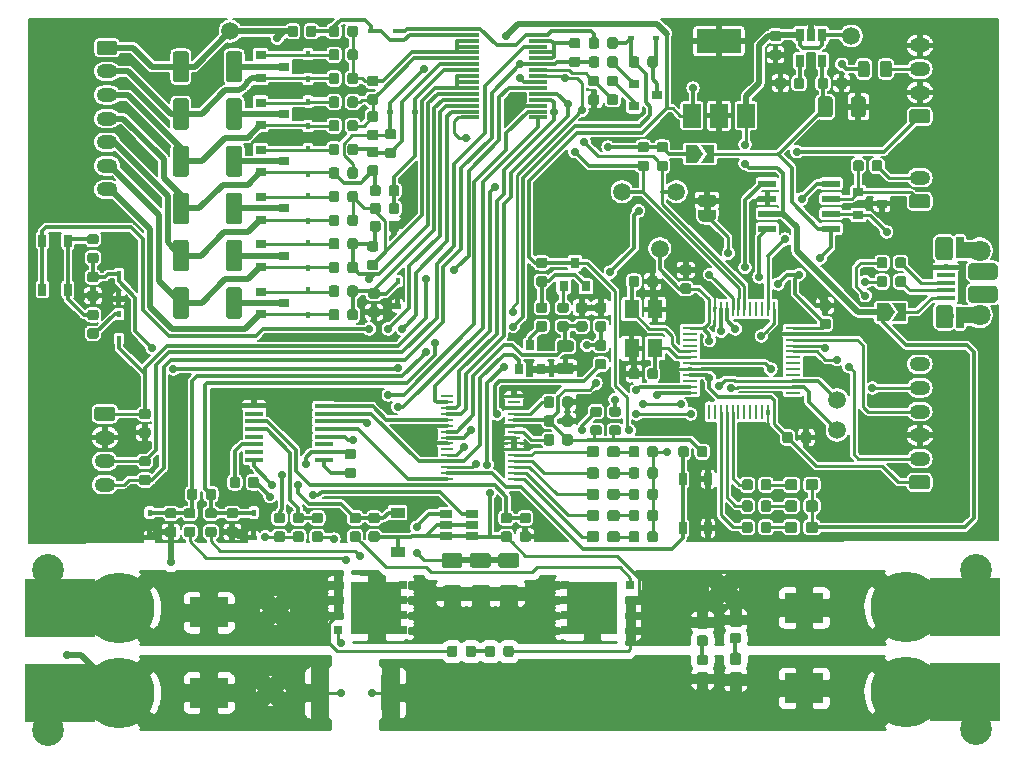
<source format=gbr>
G04 #@! TF.GenerationSoftware,KiCad,Pcbnew,5.1.2-f72e74a~84~ubuntu16.04.1*
G04 #@! TF.CreationDate,2019-06-08T12:34:56+01:00*
G04 #@! TF.ProjectId,bldc-BMS,626c6463-2d42-44d5-932e-6b696361645f,rev?*
G04 #@! TF.SameCoordinates,Original*
G04 #@! TF.FileFunction,Copper,L1,Top*
G04 #@! TF.FilePolarity,Positive*
%FSLAX46Y46*%
G04 Gerber Fmt 4.6, Leading zero omitted, Abs format (unit mm)*
G04 Created by KiCad (PCBNEW 5.1.2-f72e74a~84~ubuntu16.04.1) date 2019-06-08 12:34:56*
%MOMM*%
%LPD*%
G04 APERTURE LIST*
%ADD10C,0.100000*%
%ADD11R,1.500000X0.300000*%
%ADD12C,0.875000*%
%ADD13R,1.500000X2.000000*%
%ADD14R,3.800000X2.000000*%
%ADD15C,6.000000*%
%ADD16C,2.700000*%
%ADD17R,6.000000X5.000000*%
%ADD18R,0.650000X1.060000*%
%ADD19R,0.800000X0.700000*%
%ADD20R,4.290000X4.500000*%
%ADD21R,0.450000X0.600000*%
%ADD22C,1.500000*%
%ADD23C,1.200000*%
%ADD24O,1.750000X1.200000*%
%ADD25C,1.250000*%
%ADD26C,1.350000*%
%ADD27C,0.700000*%
%ADD28R,1.650000X0.400000*%
%ADD29C,1.100000*%
%ADD30C,1.800000*%
%ADD31C,1.430000*%
%ADD32C,0.975000*%
%ADD33R,3.300000X2.500000*%
%ADD34C,0.950000*%
%ADD35R,1.550000X0.600000*%
%ADD36R,1.060000X0.650000*%
%ADD37C,1.525000*%
%ADD38R,1.200000X0.900000*%
%ADD39R,0.600000X0.450000*%
%ADD40R,0.900000X0.800000*%
%ADD41R,0.800000X0.900000*%
%ADD42R,0.650000X1.050000*%
%ADD43C,0.500000*%
%ADD44R,1.500000X0.450000*%
%ADD45R,0.250000X1.300000*%
%ADD46R,1.300000X0.250000*%
%ADD47C,0.300000*%
%ADD48R,1.100000X0.285000*%
%ADD49C,1.000000*%
%ADD50R,1.300000X1.600000*%
%ADD51C,0.250000*%
%ADD52C,0.500000*%
%ADD53C,0.300000*%
%ADD54C,0.254000*%
%ADD55C,0.200000*%
G04 APERTURE END LIST*
D10*
G36*
X115150000Y-86300000D02*
G01*
X115150000Y-85300000D01*
X115650000Y-85300000D01*
X115650000Y-86300000D01*
X115150000Y-86300000D01*
G37*
G36*
X161100000Y-56650000D02*
G01*
X161100000Y-56150000D01*
X160500000Y-56150000D01*
X160500000Y-56650000D01*
X161100000Y-56650000D01*
G37*
D11*
X140700000Y-48700000D03*
X140700000Y-48200000D03*
X140700000Y-47700000D03*
X140700000Y-47200000D03*
X140700000Y-46700000D03*
X140700000Y-46200000D03*
X140700000Y-45700000D03*
X140700000Y-45200000D03*
X140700000Y-44700000D03*
X140700000Y-44200000D03*
X140700000Y-43700000D03*
X140700000Y-43200000D03*
X140700000Y-42700000D03*
X140700000Y-42200000D03*
X140700000Y-41700000D03*
X146500000Y-41700000D03*
X146500000Y-42200000D03*
X146500000Y-42700000D03*
X146500000Y-43200000D03*
X146500000Y-43700000D03*
X146500000Y-44200000D03*
X146500000Y-44700000D03*
X146500000Y-45200000D03*
X146500000Y-45700000D03*
X146500000Y-46200000D03*
X146500000Y-46700000D03*
X146500000Y-47200000D03*
X146500000Y-47700000D03*
X146500000Y-48200000D03*
X146500000Y-48700000D03*
D10*
G36*
X154852691Y-69926053D02*
G01*
X154873926Y-69929203D01*
X154894750Y-69934419D01*
X154914962Y-69941651D01*
X154934368Y-69950830D01*
X154952781Y-69961866D01*
X154970024Y-69974654D01*
X154985930Y-69989070D01*
X155000346Y-70004976D01*
X155013134Y-70022219D01*
X155024170Y-70040632D01*
X155033349Y-70060038D01*
X155040581Y-70080250D01*
X155045797Y-70101074D01*
X155048947Y-70122309D01*
X155050000Y-70143750D01*
X155050000Y-70656250D01*
X155048947Y-70677691D01*
X155045797Y-70698926D01*
X155040581Y-70719750D01*
X155033349Y-70739962D01*
X155024170Y-70759368D01*
X155013134Y-70777781D01*
X155000346Y-70795024D01*
X154985930Y-70810930D01*
X154970024Y-70825346D01*
X154952781Y-70838134D01*
X154934368Y-70849170D01*
X154914962Y-70858349D01*
X154894750Y-70865581D01*
X154873926Y-70870797D01*
X154852691Y-70873947D01*
X154831250Y-70875000D01*
X154393750Y-70875000D01*
X154372309Y-70873947D01*
X154351074Y-70870797D01*
X154330250Y-70865581D01*
X154310038Y-70858349D01*
X154290632Y-70849170D01*
X154272219Y-70838134D01*
X154254976Y-70825346D01*
X154239070Y-70810930D01*
X154224654Y-70795024D01*
X154211866Y-70777781D01*
X154200830Y-70759368D01*
X154191651Y-70739962D01*
X154184419Y-70719750D01*
X154179203Y-70698926D01*
X154176053Y-70677691D01*
X154175000Y-70656250D01*
X154175000Y-70143750D01*
X154176053Y-70122309D01*
X154179203Y-70101074D01*
X154184419Y-70080250D01*
X154191651Y-70060038D01*
X154200830Y-70040632D01*
X154211866Y-70022219D01*
X154224654Y-70004976D01*
X154239070Y-69989070D01*
X154254976Y-69974654D01*
X154272219Y-69961866D01*
X154290632Y-69950830D01*
X154310038Y-69941651D01*
X154330250Y-69934419D01*
X154351074Y-69929203D01*
X154372309Y-69926053D01*
X154393750Y-69925000D01*
X154831250Y-69925000D01*
X154852691Y-69926053D01*
X154852691Y-69926053D01*
G37*
D12*
X154612500Y-70400000D03*
D10*
G36*
X156427691Y-69926053D02*
G01*
X156448926Y-69929203D01*
X156469750Y-69934419D01*
X156489962Y-69941651D01*
X156509368Y-69950830D01*
X156527781Y-69961866D01*
X156545024Y-69974654D01*
X156560930Y-69989070D01*
X156575346Y-70004976D01*
X156588134Y-70022219D01*
X156599170Y-70040632D01*
X156608349Y-70060038D01*
X156615581Y-70080250D01*
X156620797Y-70101074D01*
X156623947Y-70122309D01*
X156625000Y-70143750D01*
X156625000Y-70656250D01*
X156623947Y-70677691D01*
X156620797Y-70698926D01*
X156615581Y-70719750D01*
X156608349Y-70739962D01*
X156599170Y-70759368D01*
X156588134Y-70777781D01*
X156575346Y-70795024D01*
X156560930Y-70810930D01*
X156545024Y-70825346D01*
X156527781Y-70838134D01*
X156509368Y-70849170D01*
X156489962Y-70858349D01*
X156469750Y-70865581D01*
X156448926Y-70870797D01*
X156427691Y-70873947D01*
X156406250Y-70875000D01*
X155968750Y-70875000D01*
X155947309Y-70873947D01*
X155926074Y-70870797D01*
X155905250Y-70865581D01*
X155885038Y-70858349D01*
X155865632Y-70849170D01*
X155847219Y-70838134D01*
X155829976Y-70825346D01*
X155814070Y-70810930D01*
X155799654Y-70795024D01*
X155786866Y-70777781D01*
X155775830Y-70759368D01*
X155766651Y-70739962D01*
X155759419Y-70719750D01*
X155754203Y-70698926D01*
X155751053Y-70677691D01*
X155750000Y-70656250D01*
X155750000Y-70143750D01*
X155751053Y-70122309D01*
X155754203Y-70101074D01*
X155759419Y-70080250D01*
X155766651Y-70060038D01*
X155775830Y-70040632D01*
X155786866Y-70022219D01*
X155799654Y-70004976D01*
X155814070Y-69989070D01*
X155829976Y-69974654D01*
X155847219Y-69961866D01*
X155865632Y-69950830D01*
X155885038Y-69941651D01*
X155905250Y-69934419D01*
X155926074Y-69929203D01*
X155947309Y-69926053D01*
X155968750Y-69925000D01*
X156406250Y-69925000D01*
X156427691Y-69926053D01*
X156427691Y-69926053D01*
G37*
D12*
X156187500Y-70400000D03*
D10*
G36*
X156427691Y-62126053D02*
G01*
X156448926Y-62129203D01*
X156469750Y-62134419D01*
X156489962Y-62141651D01*
X156509368Y-62150830D01*
X156527781Y-62161866D01*
X156545024Y-62174654D01*
X156560930Y-62189070D01*
X156575346Y-62204976D01*
X156588134Y-62222219D01*
X156599170Y-62240632D01*
X156608349Y-62260038D01*
X156615581Y-62280250D01*
X156620797Y-62301074D01*
X156623947Y-62322309D01*
X156625000Y-62343750D01*
X156625000Y-62856250D01*
X156623947Y-62877691D01*
X156620797Y-62898926D01*
X156615581Y-62919750D01*
X156608349Y-62939962D01*
X156599170Y-62959368D01*
X156588134Y-62977781D01*
X156575346Y-62995024D01*
X156560930Y-63010930D01*
X156545024Y-63025346D01*
X156527781Y-63038134D01*
X156509368Y-63049170D01*
X156489962Y-63058349D01*
X156469750Y-63065581D01*
X156448926Y-63070797D01*
X156427691Y-63073947D01*
X156406250Y-63075000D01*
X155968750Y-63075000D01*
X155947309Y-63073947D01*
X155926074Y-63070797D01*
X155905250Y-63065581D01*
X155885038Y-63058349D01*
X155865632Y-63049170D01*
X155847219Y-63038134D01*
X155829976Y-63025346D01*
X155814070Y-63010930D01*
X155799654Y-62995024D01*
X155786866Y-62977781D01*
X155775830Y-62959368D01*
X155766651Y-62939962D01*
X155759419Y-62919750D01*
X155754203Y-62898926D01*
X155751053Y-62877691D01*
X155750000Y-62856250D01*
X155750000Y-62343750D01*
X155751053Y-62322309D01*
X155754203Y-62301074D01*
X155759419Y-62280250D01*
X155766651Y-62260038D01*
X155775830Y-62240632D01*
X155786866Y-62222219D01*
X155799654Y-62204976D01*
X155814070Y-62189070D01*
X155829976Y-62174654D01*
X155847219Y-62161866D01*
X155865632Y-62150830D01*
X155885038Y-62141651D01*
X155905250Y-62134419D01*
X155926074Y-62129203D01*
X155947309Y-62126053D01*
X155968750Y-62125000D01*
X156406250Y-62125000D01*
X156427691Y-62126053D01*
X156427691Y-62126053D01*
G37*
D12*
X156187500Y-62600000D03*
D10*
G36*
X154852691Y-62126053D02*
G01*
X154873926Y-62129203D01*
X154894750Y-62134419D01*
X154914962Y-62141651D01*
X154934368Y-62150830D01*
X154952781Y-62161866D01*
X154970024Y-62174654D01*
X154985930Y-62189070D01*
X155000346Y-62204976D01*
X155013134Y-62222219D01*
X155024170Y-62240632D01*
X155033349Y-62260038D01*
X155040581Y-62280250D01*
X155045797Y-62301074D01*
X155048947Y-62322309D01*
X155050000Y-62343750D01*
X155050000Y-62856250D01*
X155048947Y-62877691D01*
X155045797Y-62898926D01*
X155040581Y-62919750D01*
X155033349Y-62939962D01*
X155024170Y-62959368D01*
X155013134Y-62977781D01*
X155000346Y-62995024D01*
X154985930Y-63010930D01*
X154970024Y-63025346D01*
X154952781Y-63038134D01*
X154934368Y-63049170D01*
X154914962Y-63058349D01*
X154894750Y-63065581D01*
X154873926Y-63070797D01*
X154852691Y-63073947D01*
X154831250Y-63075000D01*
X154393750Y-63075000D01*
X154372309Y-63073947D01*
X154351074Y-63070797D01*
X154330250Y-63065581D01*
X154310038Y-63058349D01*
X154290632Y-63049170D01*
X154272219Y-63038134D01*
X154254976Y-63025346D01*
X154239070Y-63010930D01*
X154224654Y-62995024D01*
X154211866Y-62977781D01*
X154200830Y-62959368D01*
X154191651Y-62939962D01*
X154184419Y-62919750D01*
X154179203Y-62898926D01*
X154176053Y-62877691D01*
X154175000Y-62856250D01*
X154175000Y-62343750D01*
X154176053Y-62322309D01*
X154179203Y-62301074D01*
X154184419Y-62280250D01*
X154191651Y-62260038D01*
X154200830Y-62240632D01*
X154211866Y-62222219D01*
X154224654Y-62204976D01*
X154239070Y-62189070D01*
X154254976Y-62174654D01*
X154272219Y-62161866D01*
X154290632Y-62150830D01*
X154310038Y-62141651D01*
X154330250Y-62134419D01*
X154351074Y-62129203D01*
X154372309Y-62126053D01*
X154393750Y-62125000D01*
X154831250Y-62125000D01*
X154852691Y-62126053D01*
X154852691Y-62126053D01*
G37*
D12*
X154612500Y-62600000D03*
D13*
X159500000Y-48550000D03*
X164100000Y-48550000D03*
X161800000Y-48550000D03*
D14*
X161800000Y-42250000D03*
D15*
X177600000Y-90150000D03*
X177600000Y-97350000D03*
D16*
X183600000Y-100500000D03*
X183600000Y-87000000D03*
D17*
X182600000Y-97350000D03*
X182600000Y-90150000D03*
D15*
X110998000Y-97400000D03*
X110998000Y-90200000D03*
D16*
X104998000Y-87050000D03*
X104998000Y-100550000D03*
D17*
X105998000Y-90200000D03*
X105998000Y-97400000D03*
D18*
X170550000Y-41700000D03*
X169600000Y-41700000D03*
X168650000Y-41700000D03*
X168650000Y-43900000D03*
X170550000Y-43900000D03*
D10*
G36*
X168827691Y-45326053D02*
G01*
X168848926Y-45329203D01*
X168869750Y-45334419D01*
X168889962Y-45341651D01*
X168909368Y-45350830D01*
X168927781Y-45361866D01*
X168945024Y-45374654D01*
X168960930Y-45389070D01*
X168975346Y-45404976D01*
X168988134Y-45422219D01*
X168999170Y-45440632D01*
X169008349Y-45460038D01*
X169015581Y-45480250D01*
X169020797Y-45501074D01*
X169023947Y-45522309D01*
X169025000Y-45543750D01*
X169025000Y-46056250D01*
X169023947Y-46077691D01*
X169020797Y-46098926D01*
X169015581Y-46119750D01*
X169008349Y-46139962D01*
X168999170Y-46159368D01*
X168988134Y-46177781D01*
X168975346Y-46195024D01*
X168960930Y-46210930D01*
X168945024Y-46225346D01*
X168927781Y-46238134D01*
X168909368Y-46249170D01*
X168889962Y-46258349D01*
X168869750Y-46265581D01*
X168848926Y-46270797D01*
X168827691Y-46273947D01*
X168806250Y-46275000D01*
X168368750Y-46275000D01*
X168347309Y-46273947D01*
X168326074Y-46270797D01*
X168305250Y-46265581D01*
X168285038Y-46258349D01*
X168265632Y-46249170D01*
X168247219Y-46238134D01*
X168229976Y-46225346D01*
X168214070Y-46210930D01*
X168199654Y-46195024D01*
X168186866Y-46177781D01*
X168175830Y-46159368D01*
X168166651Y-46139962D01*
X168159419Y-46119750D01*
X168154203Y-46098926D01*
X168151053Y-46077691D01*
X168150000Y-46056250D01*
X168150000Y-45543750D01*
X168151053Y-45522309D01*
X168154203Y-45501074D01*
X168159419Y-45480250D01*
X168166651Y-45460038D01*
X168175830Y-45440632D01*
X168186866Y-45422219D01*
X168199654Y-45404976D01*
X168214070Y-45389070D01*
X168229976Y-45374654D01*
X168247219Y-45361866D01*
X168265632Y-45350830D01*
X168285038Y-45341651D01*
X168305250Y-45334419D01*
X168326074Y-45329203D01*
X168347309Y-45326053D01*
X168368750Y-45325000D01*
X168806250Y-45325000D01*
X168827691Y-45326053D01*
X168827691Y-45326053D01*
G37*
D12*
X168587500Y-45800000D03*
D10*
G36*
X167252691Y-45326053D02*
G01*
X167273926Y-45329203D01*
X167294750Y-45334419D01*
X167314962Y-45341651D01*
X167334368Y-45350830D01*
X167352781Y-45361866D01*
X167370024Y-45374654D01*
X167385930Y-45389070D01*
X167400346Y-45404976D01*
X167413134Y-45422219D01*
X167424170Y-45440632D01*
X167433349Y-45460038D01*
X167440581Y-45480250D01*
X167445797Y-45501074D01*
X167448947Y-45522309D01*
X167450000Y-45543750D01*
X167450000Y-46056250D01*
X167448947Y-46077691D01*
X167445797Y-46098926D01*
X167440581Y-46119750D01*
X167433349Y-46139962D01*
X167424170Y-46159368D01*
X167413134Y-46177781D01*
X167400346Y-46195024D01*
X167385930Y-46210930D01*
X167370024Y-46225346D01*
X167352781Y-46238134D01*
X167334368Y-46249170D01*
X167314962Y-46258349D01*
X167294750Y-46265581D01*
X167273926Y-46270797D01*
X167252691Y-46273947D01*
X167231250Y-46275000D01*
X166793750Y-46275000D01*
X166772309Y-46273947D01*
X166751074Y-46270797D01*
X166730250Y-46265581D01*
X166710038Y-46258349D01*
X166690632Y-46249170D01*
X166672219Y-46238134D01*
X166654976Y-46225346D01*
X166639070Y-46210930D01*
X166624654Y-46195024D01*
X166611866Y-46177781D01*
X166600830Y-46159368D01*
X166591651Y-46139962D01*
X166584419Y-46119750D01*
X166579203Y-46098926D01*
X166576053Y-46077691D01*
X166575000Y-46056250D01*
X166575000Y-45543750D01*
X166576053Y-45522309D01*
X166579203Y-45501074D01*
X166584419Y-45480250D01*
X166591651Y-45460038D01*
X166600830Y-45440632D01*
X166611866Y-45422219D01*
X166624654Y-45404976D01*
X166639070Y-45389070D01*
X166654976Y-45374654D01*
X166672219Y-45361866D01*
X166690632Y-45350830D01*
X166710038Y-45341651D01*
X166730250Y-45334419D01*
X166751074Y-45329203D01*
X166772309Y-45326053D01*
X166793750Y-45325000D01*
X167231250Y-45325000D01*
X167252691Y-45326053D01*
X167252691Y-45326053D01*
G37*
D12*
X167012500Y-45800000D03*
D19*
X129550000Y-88290000D03*
X129550000Y-89560000D03*
X129550000Y-90840000D03*
X129550000Y-92110000D03*
X135050000Y-92110000D03*
X135050000Y-90840000D03*
X135050000Y-89560000D03*
X135050000Y-88290000D03*
D20*
X132800000Y-90200000D03*
D21*
X134600000Y-62550000D03*
X134600000Y-64650000D03*
D22*
X173000000Y-41800000D03*
X156800000Y-59800000D03*
X162200000Y-88600000D03*
X124200000Y-90400000D03*
X171800000Y-72600000D03*
X153600000Y-55000000D03*
X120400000Y-41400000D03*
X171800000Y-75200000D03*
X158200000Y-55000000D03*
D10*
G36*
X157277691Y-50776053D02*
G01*
X157298926Y-50779203D01*
X157319750Y-50784419D01*
X157339962Y-50791651D01*
X157359368Y-50800830D01*
X157377781Y-50811866D01*
X157395024Y-50824654D01*
X157410930Y-50839070D01*
X157425346Y-50854976D01*
X157438134Y-50872219D01*
X157449170Y-50890632D01*
X157458349Y-50910038D01*
X157465581Y-50930250D01*
X157470797Y-50951074D01*
X157473947Y-50972309D01*
X157475000Y-50993750D01*
X157475000Y-51431250D01*
X157473947Y-51452691D01*
X157470797Y-51473926D01*
X157465581Y-51494750D01*
X157458349Y-51514962D01*
X157449170Y-51534368D01*
X157438134Y-51552781D01*
X157425346Y-51570024D01*
X157410930Y-51585930D01*
X157395024Y-51600346D01*
X157377781Y-51613134D01*
X157359368Y-51624170D01*
X157339962Y-51633349D01*
X157319750Y-51640581D01*
X157298926Y-51645797D01*
X157277691Y-51648947D01*
X157256250Y-51650000D01*
X156743750Y-51650000D01*
X156722309Y-51648947D01*
X156701074Y-51645797D01*
X156680250Y-51640581D01*
X156660038Y-51633349D01*
X156640632Y-51624170D01*
X156622219Y-51613134D01*
X156604976Y-51600346D01*
X156589070Y-51585930D01*
X156574654Y-51570024D01*
X156561866Y-51552781D01*
X156550830Y-51534368D01*
X156541651Y-51514962D01*
X156534419Y-51494750D01*
X156529203Y-51473926D01*
X156526053Y-51452691D01*
X156525000Y-51431250D01*
X156525000Y-50993750D01*
X156526053Y-50972309D01*
X156529203Y-50951074D01*
X156534419Y-50930250D01*
X156541651Y-50910038D01*
X156550830Y-50890632D01*
X156561866Y-50872219D01*
X156574654Y-50854976D01*
X156589070Y-50839070D01*
X156604976Y-50824654D01*
X156622219Y-50811866D01*
X156640632Y-50800830D01*
X156660038Y-50791651D01*
X156680250Y-50784419D01*
X156701074Y-50779203D01*
X156722309Y-50776053D01*
X156743750Y-50775000D01*
X157256250Y-50775000D01*
X157277691Y-50776053D01*
X157277691Y-50776053D01*
G37*
D12*
X157000000Y-51212500D03*
D10*
G36*
X157277691Y-52351053D02*
G01*
X157298926Y-52354203D01*
X157319750Y-52359419D01*
X157339962Y-52366651D01*
X157359368Y-52375830D01*
X157377781Y-52386866D01*
X157395024Y-52399654D01*
X157410930Y-52414070D01*
X157425346Y-52429976D01*
X157438134Y-52447219D01*
X157449170Y-52465632D01*
X157458349Y-52485038D01*
X157465581Y-52505250D01*
X157470797Y-52526074D01*
X157473947Y-52547309D01*
X157475000Y-52568750D01*
X157475000Y-53006250D01*
X157473947Y-53027691D01*
X157470797Y-53048926D01*
X157465581Y-53069750D01*
X157458349Y-53089962D01*
X157449170Y-53109368D01*
X157438134Y-53127781D01*
X157425346Y-53145024D01*
X157410930Y-53160930D01*
X157395024Y-53175346D01*
X157377781Y-53188134D01*
X157359368Y-53199170D01*
X157339962Y-53208349D01*
X157319750Y-53215581D01*
X157298926Y-53220797D01*
X157277691Y-53223947D01*
X157256250Y-53225000D01*
X156743750Y-53225000D01*
X156722309Y-53223947D01*
X156701074Y-53220797D01*
X156680250Y-53215581D01*
X156660038Y-53208349D01*
X156640632Y-53199170D01*
X156622219Y-53188134D01*
X156604976Y-53175346D01*
X156589070Y-53160930D01*
X156574654Y-53145024D01*
X156561866Y-53127781D01*
X156550830Y-53109368D01*
X156541651Y-53089962D01*
X156534419Y-53069750D01*
X156529203Y-53048926D01*
X156526053Y-53027691D01*
X156525000Y-53006250D01*
X156525000Y-52568750D01*
X156526053Y-52547309D01*
X156529203Y-52526074D01*
X156534419Y-52505250D01*
X156541651Y-52485038D01*
X156550830Y-52465632D01*
X156561866Y-52447219D01*
X156574654Y-52429976D01*
X156589070Y-52414070D01*
X156604976Y-52399654D01*
X156622219Y-52386866D01*
X156640632Y-52375830D01*
X156660038Y-52366651D01*
X156680250Y-52359419D01*
X156701074Y-52354203D01*
X156722309Y-52351053D01*
X156743750Y-52350000D01*
X157256250Y-52350000D01*
X157277691Y-52351053D01*
X157277691Y-52351053D01*
G37*
D12*
X157000000Y-52787500D03*
D10*
G36*
X155677691Y-50776053D02*
G01*
X155698926Y-50779203D01*
X155719750Y-50784419D01*
X155739962Y-50791651D01*
X155759368Y-50800830D01*
X155777781Y-50811866D01*
X155795024Y-50824654D01*
X155810930Y-50839070D01*
X155825346Y-50854976D01*
X155838134Y-50872219D01*
X155849170Y-50890632D01*
X155858349Y-50910038D01*
X155865581Y-50930250D01*
X155870797Y-50951074D01*
X155873947Y-50972309D01*
X155875000Y-50993750D01*
X155875000Y-51431250D01*
X155873947Y-51452691D01*
X155870797Y-51473926D01*
X155865581Y-51494750D01*
X155858349Y-51514962D01*
X155849170Y-51534368D01*
X155838134Y-51552781D01*
X155825346Y-51570024D01*
X155810930Y-51585930D01*
X155795024Y-51600346D01*
X155777781Y-51613134D01*
X155759368Y-51624170D01*
X155739962Y-51633349D01*
X155719750Y-51640581D01*
X155698926Y-51645797D01*
X155677691Y-51648947D01*
X155656250Y-51650000D01*
X155143750Y-51650000D01*
X155122309Y-51648947D01*
X155101074Y-51645797D01*
X155080250Y-51640581D01*
X155060038Y-51633349D01*
X155040632Y-51624170D01*
X155022219Y-51613134D01*
X155004976Y-51600346D01*
X154989070Y-51585930D01*
X154974654Y-51570024D01*
X154961866Y-51552781D01*
X154950830Y-51534368D01*
X154941651Y-51514962D01*
X154934419Y-51494750D01*
X154929203Y-51473926D01*
X154926053Y-51452691D01*
X154925000Y-51431250D01*
X154925000Y-50993750D01*
X154926053Y-50972309D01*
X154929203Y-50951074D01*
X154934419Y-50930250D01*
X154941651Y-50910038D01*
X154950830Y-50890632D01*
X154961866Y-50872219D01*
X154974654Y-50854976D01*
X154989070Y-50839070D01*
X155004976Y-50824654D01*
X155022219Y-50811866D01*
X155040632Y-50800830D01*
X155060038Y-50791651D01*
X155080250Y-50784419D01*
X155101074Y-50779203D01*
X155122309Y-50776053D01*
X155143750Y-50775000D01*
X155656250Y-50775000D01*
X155677691Y-50776053D01*
X155677691Y-50776053D01*
G37*
D12*
X155400000Y-51212500D03*
D10*
G36*
X155677691Y-52351053D02*
G01*
X155698926Y-52354203D01*
X155719750Y-52359419D01*
X155739962Y-52366651D01*
X155759368Y-52375830D01*
X155777781Y-52386866D01*
X155795024Y-52399654D01*
X155810930Y-52414070D01*
X155825346Y-52429976D01*
X155838134Y-52447219D01*
X155849170Y-52465632D01*
X155858349Y-52485038D01*
X155865581Y-52505250D01*
X155870797Y-52526074D01*
X155873947Y-52547309D01*
X155875000Y-52568750D01*
X155875000Y-53006250D01*
X155873947Y-53027691D01*
X155870797Y-53048926D01*
X155865581Y-53069750D01*
X155858349Y-53089962D01*
X155849170Y-53109368D01*
X155838134Y-53127781D01*
X155825346Y-53145024D01*
X155810930Y-53160930D01*
X155795024Y-53175346D01*
X155777781Y-53188134D01*
X155759368Y-53199170D01*
X155739962Y-53208349D01*
X155719750Y-53215581D01*
X155698926Y-53220797D01*
X155677691Y-53223947D01*
X155656250Y-53225000D01*
X155143750Y-53225000D01*
X155122309Y-53223947D01*
X155101074Y-53220797D01*
X155080250Y-53215581D01*
X155060038Y-53208349D01*
X155040632Y-53199170D01*
X155022219Y-53188134D01*
X155004976Y-53175346D01*
X154989070Y-53160930D01*
X154974654Y-53145024D01*
X154961866Y-53127781D01*
X154950830Y-53109368D01*
X154941651Y-53089962D01*
X154934419Y-53069750D01*
X154929203Y-53048926D01*
X154926053Y-53027691D01*
X154925000Y-53006250D01*
X154925000Y-52568750D01*
X154926053Y-52547309D01*
X154929203Y-52526074D01*
X154934419Y-52505250D01*
X154941651Y-52485038D01*
X154950830Y-52465632D01*
X154961866Y-52447219D01*
X154974654Y-52429976D01*
X154989070Y-52414070D01*
X155004976Y-52399654D01*
X155022219Y-52386866D01*
X155040632Y-52375830D01*
X155060038Y-52366651D01*
X155080250Y-52359419D01*
X155101074Y-52354203D01*
X155122309Y-52351053D01*
X155143750Y-52350000D01*
X155656250Y-52350000D01*
X155677691Y-52351053D01*
X155677691Y-52351053D01*
G37*
D12*
X155400000Y-52787500D03*
D10*
G36*
X179449505Y-55201204D02*
G01*
X179473773Y-55204804D01*
X179497572Y-55210765D01*
X179520671Y-55219030D01*
X179542850Y-55229520D01*
X179563893Y-55242132D01*
X179583599Y-55256747D01*
X179601777Y-55273223D01*
X179618253Y-55291401D01*
X179632868Y-55311107D01*
X179645480Y-55332150D01*
X179655970Y-55354329D01*
X179664235Y-55377428D01*
X179670196Y-55401227D01*
X179673796Y-55425495D01*
X179675000Y-55449999D01*
X179675000Y-56150001D01*
X179673796Y-56174505D01*
X179670196Y-56198773D01*
X179664235Y-56222572D01*
X179655970Y-56245671D01*
X179645480Y-56267850D01*
X179632868Y-56288893D01*
X179618253Y-56308599D01*
X179601777Y-56326777D01*
X179583599Y-56343253D01*
X179563893Y-56357868D01*
X179542850Y-56370480D01*
X179520671Y-56380970D01*
X179497572Y-56389235D01*
X179473773Y-56395196D01*
X179449505Y-56398796D01*
X179425001Y-56400000D01*
X178174999Y-56400000D01*
X178150495Y-56398796D01*
X178126227Y-56395196D01*
X178102428Y-56389235D01*
X178079329Y-56380970D01*
X178057150Y-56370480D01*
X178036107Y-56357868D01*
X178016401Y-56343253D01*
X177998223Y-56326777D01*
X177981747Y-56308599D01*
X177967132Y-56288893D01*
X177954520Y-56267850D01*
X177944030Y-56245671D01*
X177935765Y-56222572D01*
X177929804Y-56198773D01*
X177926204Y-56174505D01*
X177925000Y-56150001D01*
X177925000Y-55449999D01*
X177926204Y-55425495D01*
X177929804Y-55401227D01*
X177935765Y-55377428D01*
X177944030Y-55354329D01*
X177954520Y-55332150D01*
X177967132Y-55311107D01*
X177981747Y-55291401D01*
X177998223Y-55273223D01*
X178016401Y-55256747D01*
X178036107Y-55242132D01*
X178057150Y-55229520D01*
X178079329Y-55219030D01*
X178102428Y-55210765D01*
X178126227Y-55204804D01*
X178150495Y-55201204D01*
X178174999Y-55200000D01*
X179425001Y-55200000D01*
X179449505Y-55201204D01*
X179449505Y-55201204D01*
G37*
D23*
X178800000Y-55800000D03*
D24*
X178800000Y-53800000D03*
D10*
G36*
X179449505Y-79001204D02*
G01*
X179473773Y-79004804D01*
X179497572Y-79010765D01*
X179520671Y-79019030D01*
X179542850Y-79029520D01*
X179563893Y-79042132D01*
X179583599Y-79056747D01*
X179601777Y-79073223D01*
X179618253Y-79091401D01*
X179632868Y-79111107D01*
X179645480Y-79132150D01*
X179655970Y-79154329D01*
X179664235Y-79177428D01*
X179670196Y-79201227D01*
X179673796Y-79225495D01*
X179675000Y-79249999D01*
X179675000Y-79950001D01*
X179673796Y-79974505D01*
X179670196Y-79998773D01*
X179664235Y-80022572D01*
X179655970Y-80045671D01*
X179645480Y-80067850D01*
X179632868Y-80088893D01*
X179618253Y-80108599D01*
X179601777Y-80126777D01*
X179583599Y-80143253D01*
X179563893Y-80157868D01*
X179542850Y-80170480D01*
X179520671Y-80180970D01*
X179497572Y-80189235D01*
X179473773Y-80195196D01*
X179449505Y-80198796D01*
X179425001Y-80200000D01*
X178174999Y-80200000D01*
X178150495Y-80198796D01*
X178126227Y-80195196D01*
X178102428Y-80189235D01*
X178079329Y-80180970D01*
X178057150Y-80170480D01*
X178036107Y-80157868D01*
X178016401Y-80143253D01*
X177998223Y-80126777D01*
X177981747Y-80108599D01*
X177967132Y-80088893D01*
X177954520Y-80067850D01*
X177944030Y-80045671D01*
X177935765Y-80022572D01*
X177929804Y-79998773D01*
X177926204Y-79974505D01*
X177925000Y-79950001D01*
X177925000Y-79249999D01*
X177926204Y-79225495D01*
X177929804Y-79201227D01*
X177935765Y-79177428D01*
X177944030Y-79154329D01*
X177954520Y-79132150D01*
X177967132Y-79111107D01*
X177981747Y-79091401D01*
X177998223Y-79073223D01*
X178016401Y-79056747D01*
X178036107Y-79042132D01*
X178057150Y-79029520D01*
X178079329Y-79019030D01*
X178102428Y-79010765D01*
X178126227Y-79004804D01*
X178150495Y-79001204D01*
X178174999Y-79000000D01*
X179425001Y-79000000D01*
X179449505Y-79001204D01*
X179449505Y-79001204D01*
G37*
D23*
X178800000Y-79600000D03*
D24*
X178800000Y-77600000D03*
X178800000Y-75600000D03*
X178800000Y-73600000D03*
X178800000Y-71600000D03*
X178800000Y-69600000D03*
D10*
G36*
X110449505Y-73201204D02*
G01*
X110473773Y-73204804D01*
X110497572Y-73210765D01*
X110520671Y-73219030D01*
X110542850Y-73229520D01*
X110563893Y-73242132D01*
X110583599Y-73256747D01*
X110601777Y-73273223D01*
X110618253Y-73291401D01*
X110632868Y-73311107D01*
X110645480Y-73332150D01*
X110655970Y-73354329D01*
X110664235Y-73377428D01*
X110670196Y-73401227D01*
X110673796Y-73425495D01*
X110675000Y-73449999D01*
X110675000Y-74150001D01*
X110673796Y-74174505D01*
X110670196Y-74198773D01*
X110664235Y-74222572D01*
X110655970Y-74245671D01*
X110645480Y-74267850D01*
X110632868Y-74288893D01*
X110618253Y-74308599D01*
X110601777Y-74326777D01*
X110583599Y-74343253D01*
X110563893Y-74357868D01*
X110542850Y-74370480D01*
X110520671Y-74380970D01*
X110497572Y-74389235D01*
X110473773Y-74395196D01*
X110449505Y-74398796D01*
X110425001Y-74400000D01*
X109174999Y-74400000D01*
X109150495Y-74398796D01*
X109126227Y-74395196D01*
X109102428Y-74389235D01*
X109079329Y-74380970D01*
X109057150Y-74370480D01*
X109036107Y-74357868D01*
X109016401Y-74343253D01*
X108998223Y-74326777D01*
X108981747Y-74308599D01*
X108967132Y-74288893D01*
X108954520Y-74267850D01*
X108944030Y-74245671D01*
X108935765Y-74222572D01*
X108929804Y-74198773D01*
X108926204Y-74174505D01*
X108925000Y-74150001D01*
X108925000Y-73449999D01*
X108926204Y-73425495D01*
X108929804Y-73401227D01*
X108935765Y-73377428D01*
X108944030Y-73354329D01*
X108954520Y-73332150D01*
X108967132Y-73311107D01*
X108981747Y-73291401D01*
X108998223Y-73273223D01*
X109016401Y-73256747D01*
X109036107Y-73242132D01*
X109057150Y-73229520D01*
X109079329Y-73219030D01*
X109102428Y-73210765D01*
X109126227Y-73204804D01*
X109150495Y-73201204D01*
X109174999Y-73200000D01*
X110425001Y-73200000D01*
X110449505Y-73201204D01*
X110449505Y-73201204D01*
G37*
D23*
X109800000Y-73800000D03*
D24*
X109800000Y-75800000D03*
X109800000Y-77800000D03*
X109800000Y-79800000D03*
D10*
G36*
X110649505Y-42201204D02*
G01*
X110673773Y-42204804D01*
X110697572Y-42210765D01*
X110720671Y-42219030D01*
X110742850Y-42229520D01*
X110763893Y-42242132D01*
X110783599Y-42256747D01*
X110801777Y-42273223D01*
X110818253Y-42291401D01*
X110832868Y-42311107D01*
X110845480Y-42332150D01*
X110855970Y-42354329D01*
X110864235Y-42377428D01*
X110870196Y-42401227D01*
X110873796Y-42425495D01*
X110875000Y-42449999D01*
X110875000Y-43150001D01*
X110873796Y-43174505D01*
X110870196Y-43198773D01*
X110864235Y-43222572D01*
X110855970Y-43245671D01*
X110845480Y-43267850D01*
X110832868Y-43288893D01*
X110818253Y-43308599D01*
X110801777Y-43326777D01*
X110783599Y-43343253D01*
X110763893Y-43357868D01*
X110742850Y-43370480D01*
X110720671Y-43380970D01*
X110697572Y-43389235D01*
X110673773Y-43395196D01*
X110649505Y-43398796D01*
X110625001Y-43400000D01*
X109374999Y-43400000D01*
X109350495Y-43398796D01*
X109326227Y-43395196D01*
X109302428Y-43389235D01*
X109279329Y-43380970D01*
X109257150Y-43370480D01*
X109236107Y-43357868D01*
X109216401Y-43343253D01*
X109198223Y-43326777D01*
X109181747Y-43308599D01*
X109167132Y-43288893D01*
X109154520Y-43267850D01*
X109144030Y-43245671D01*
X109135765Y-43222572D01*
X109129804Y-43198773D01*
X109126204Y-43174505D01*
X109125000Y-43150001D01*
X109125000Y-42449999D01*
X109126204Y-42425495D01*
X109129804Y-42401227D01*
X109135765Y-42377428D01*
X109144030Y-42354329D01*
X109154520Y-42332150D01*
X109167132Y-42311107D01*
X109181747Y-42291401D01*
X109198223Y-42273223D01*
X109216401Y-42256747D01*
X109236107Y-42242132D01*
X109257150Y-42229520D01*
X109279329Y-42219030D01*
X109302428Y-42210765D01*
X109326227Y-42204804D01*
X109350495Y-42201204D01*
X109374999Y-42200000D01*
X110625001Y-42200000D01*
X110649505Y-42201204D01*
X110649505Y-42201204D01*
G37*
D23*
X110000000Y-42800000D03*
D24*
X110000000Y-44800000D03*
X110000000Y-46800000D03*
X110000000Y-48800000D03*
X110000000Y-50800000D03*
X110000000Y-52800000D03*
X110000000Y-54800000D03*
D10*
G36*
X179449505Y-48001204D02*
G01*
X179473773Y-48004804D01*
X179497572Y-48010765D01*
X179520671Y-48019030D01*
X179542850Y-48029520D01*
X179563893Y-48042132D01*
X179583599Y-48056747D01*
X179601777Y-48073223D01*
X179618253Y-48091401D01*
X179632868Y-48111107D01*
X179645480Y-48132150D01*
X179655970Y-48154329D01*
X179664235Y-48177428D01*
X179670196Y-48201227D01*
X179673796Y-48225495D01*
X179675000Y-48249999D01*
X179675000Y-48950001D01*
X179673796Y-48974505D01*
X179670196Y-48998773D01*
X179664235Y-49022572D01*
X179655970Y-49045671D01*
X179645480Y-49067850D01*
X179632868Y-49088893D01*
X179618253Y-49108599D01*
X179601777Y-49126777D01*
X179583599Y-49143253D01*
X179563893Y-49157868D01*
X179542850Y-49170480D01*
X179520671Y-49180970D01*
X179497572Y-49189235D01*
X179473773Y-49195196D01*
X179449505Y-49198796D01*
X179425001Y-49200000D01*
X178174999Y-49200000D01*
X178150495Y-49198796D01*
X178126227Y-49195196D01*
X178102428Y-49189235D01*
X178079329Y-49180970D01*
X178057150Y-49170480D01*
X178036107Y-49157868D01*
X178016401Y-49143253D01*
X177998223Y-49126777D01*
X177981747Y-49108599D01*
X177967132Y-49088893D01*
X177954520Y-49067850D01*
X177944030Y-49045671D01*
X177935765Y-49022572D01*
X177929804Y-48998773D01*
X177926204Y-48974505D01*
X177925000Y-48950001D01*
X177925000Y-48249999D01*
X177926204Y-48225495D01*
X177929804Y-48201227D01*
X177935765Y-48177428D01*
X177944030Y-48154329D01*
X177954520Y-48132150D01*
X177967132Y-48111107D01*
X177981747Y-48091401D01*
X177998223Y-48073223D01*
X178016401Y-48056747D01*
X178036107Y-48042132D01*
X178057150Y-48029520D01*
X178079329Y-48019030D01*
X178102428Y-48010765D01*
X178126227Y-48004804D01*
X178150495Y-48001204D01*
X178174999Y-48000000D01*
X179425001Y-48000000D01*
X179449505Y-48001204D01*
X179449505Y-48001204D01*
G37*
D23*
X178800000Y-48600000D03*
D24*
X178800000Y-46600000D03*
X178800000Y-44600000D03*
X178800000Y-42600000D03*
D10*
G36*
X139849504Y-85576204D02*
G01*
X139873773Y-85579804D01*
X139897571Y-85585765D01*
X139920671Y-85594030D01*
X139942849Y-85604520D01*
X139963893Y-85617133D01*
X139983598Y-85631747D01*
X140001777Y-85648223D01*
X140018253Y-85666402D01*
X140032867Y-85686107D01*
X140045480Y-85707151D01*
X140055970Y-85729329D01*
X140064235Y-85752429D01*
X140070196Y-85776227D01*
X140073796Y-85800496D01*
X140075000Y-85825000D01*
X140075000Y-86575000D01*
X140073796Y-86599504D01*
X140070196Y-86623773D01*
X140064235Y-86647571D01*
X140055970Y-86670671D01*
X140045480Y-86692849D01*
X140032867Y-86713893D01*
X140018253Y-86733598D01*
X140001777Y-86751777D01*
X139983598Y-86768253D01*
X139963893Y-86782867D01*
X139942849Y-86795480D01*
X139920671Y-86805970D01*
X139897571Y-86814235D01*
X139873773Y-86820196D01*
X139849504Y-86823796D01*
X139825000Y-86825000D01*
X138575000Y-86825000D01*
X138550496Y-86823796D01*
X138526227Y-86820196D01*
X138502429Y-86814235D01*
X138479329Y-86805970D01*
X138457151Y-86795480D01*
X138436107Y-86782867D01*
X138416402Y-86768253D01*
X138398223Y-86751777D01*
X138381747Y-86733598D01*
X138367133Y-86713893D01*
X138354520Y-86692849D01*
X138344030Y-86670671D01*
X138335765Y-86647571D01*
X138329804Y-86623773D01*
X138326204Y-86599504D01*
X138325000Y-86575000D01*
X138325000Y-85825000D01*
X138326204Y-85800496D01*
X138329804Y-85776227D01*
X138335765Y-85752429D01*
X138344030Y-85729329D01*
X138354520Y-85707151D01*
X138367133Y-85686107D01*
X138381747Y-85666402D01*
X138398223Y-85648223D01*
X138416402Y-85631747D01*
X138436107Y-85617133D01*
X138457151Y-85604520D01*
X138479329Y-85594030D01*
X138502429Y-85585765D01*
X138526227Y-85579804D01*
X138550496Y-85576204D01*
X138575000Y-85575000D01*
X139825000Y-85575000D01*
X139849504Y-85576204D01*
X139849504Y-85576204D01*
G37*
D25*
X139200000Y-86200000D03*
D10*
G36*
X139849504Y-88376204D02*
G01*
X139873773Y-88379804D01*
X139897571Y-88385765D01*
X139920671Y-88394030D01*
X139942849Y-88404520D01*
X139963893Y-88417133D01*
X139983598Y-88431747D01*
X140001777Y-88448223D01*
X140018253Y-88466402D01*
X140032867Y-88486107D01*
X140045480Y-88507151D01*
X140055970Y-88529329D01*
X140064235Y-88552429D01*
X140070196Y-88576227D01*
X140073796Y-88600496D01*
X140075000Y-88625000D01*
X140075000Y-89375000D01*
X140073796Y-89399504D01*
X140070196Y-89423773D01*
X140064235Y-89447571D01*
X140055970Y-89470671D01*
X140045480Y-89492849D01*
X140032867Y-89513893D01*
X140018253Y-89533598D01*
X140001777Y-89551777D01*
X139983598Y-89568253D01*
X139963893Y-89582867D01*
X139942849Y-89595480D01*
X139920671Y-89605970D01*
X139897571Y-89614235D01*
X139873773Y-89620196D01*
X139849504Y-89623796D01*
X139825000Y-89625000D01*
X138575000Y-89625000D01*
X138550496Y-89623796D01*
X138526227Y-89620196D01*
X138502429Y-89614235D01*
X138479329Y-89605970D01*
X138457151Y-89595480D01*
X138436107Y-89582867D01*
X138416402Y-89568253D01*
X138398223Y-89551777D01*
X138381747Y-89533598D01*
X138367133Y-89513893D01*
X138354520Y-89492849D01*
X138344030Y-89470671D01*
X138335765Y-89447571D01*
X138329804Y-89423773D01*
X138326204Y-89399504D01*
X138325000Y-89375000D01*
X138325000Y-88625000D01*
X138326204Y-88600496D01*
X138329804Y-88576227D01*
X138335765Y-88552429D01*
X138344030Y-88529329D01*
X138354520Y-88507151D01*
X138367133Y-88486107D01*
X138381747Y-88466402D01*
X138398223Y-88448223D01*
X138416402Y-88431747D01*
X138436107Y-88417133D01*
X138457151Y-88404520D01*
X138479329Y-88394030D01*
X138502429Y-88385765D01*
X138526227Y-88379804D01*
X138550496Y-88376204D01*
X138575000Y-88375000D01*
X139825000Y-88375000D01*
X139849504Y-88376204D01*
X139849504Y-88376204D01*
G37*
D25*
X139200000Y-89000000D03*
D10*
G36*
X142249504Y-85576204D02*
G01*
X142273773Y-85579804D01*
X142297571Y-85585765D01*
X142320671Y-85594030D01*
X142342849Y-85604520D01*
X142363893Y-85617133D01*
X142383598Y-85631747D01*
X142401777Y-85648223D01*
X142418253Y-85666402D01*
X142432867Y-85686107D01*
X142445480Y-85707151D01*
X142455970Y-85729329D01*
X142464235Y-85752429D01*
X142470196Y-85776227D01*
X142473796Y-85800496D01*
X142475000Y-85825000D01*
X142475000Y-86575000D01*
X142473796Y-86599504D01*
X142470196Y-86623773D01*
X142464235Y-86647571D01*
X142455970Y-86670671D01*
X142445480Y-86692849D01*
X142432867Y-86713893D01*
X142418253Y-86733598D01*
X142401777Y-86751777D01*
X142383598Y-86768253D01*
X142363893Y-86782867D01*
X142342849Y-86795480D01*
X142320671Y-86805970D01*
X142297571Y-86814235D01*
X142273773Y-86820196D01*
X142249504Y-86823796D01*
X142225000Y-86825000D01*
X140975000Y-86825000D01*
X140950496Y-86823796D01*
X140926227Y-86820196D01*
X140902429Y-86814235D01*
X140879329Y-86805970D01*
X140857151Y-86795480D01*
X140836107Y-86782867D01*
X140816402Y-86768253D01*
X140798223Y-86751777D01*
X140781747Y-86733598D01*
X140767133Y-86713893D01*
X140754520Y-86692849D01*
X140744030Y-86670671D01*
X140735765Y-86647571D01*
X140729804Y-86623773D01*
X140726204Y-86599504D01*
X140725000Y-86575000D01*
X140725000Y-85825000D01*
X140726204Y-85800496D01*
X140729804Y-85776227D01*
X140735765Y-85752429D01*
X140744030Y-85729329D01*
X140754520Y-85707151D01*
X140767133Y-85686107D01*
X140781747Y-85666402D01*
X140798223Y-85648223D01*
X140816402Y-85631747D01*
X140836107Y-85617133D01*
X140857151Y-85604520D01*
X140879329Y-85594030D01*
X140902429Y-85585765D01*
X140926227Y-85579804D01*
X140950496Y-85576204D01*
X140975000Y-85575000D01*
X142225000Y-85575000D01*
X142249504Y-85576204D01*
X142249504Y-85576204D01*
G37*
D25*
X141600000Y-86200000D03*
D10*
G36*
X142249504Y-88376204D02*
G01*
X142273773Y-88379804D01*
X142297571Y-88385765D01*
X142320671Y-88394030D01*
X142342849Y-88404520D01*
X142363893Y-88417133D01*
X142383598Y-88431747D01*
X142401777Y-88448223D01*
X142418253Y-88466402D01*
X142432867Y-88486107D01*
X142445480Y-88507151D01*
X142455970Y-88529329D01*
X142464235Y-88552429D01*
X142470196Y-88576227D01*
X142473796Y-88600496D01*
X142475000Y-88625000D01*
X142475000Y-89375000D01*
X142473796Y-89399504D01*
X142470196Y-89423773D01*
X142464235Y-89447571D01*
X142455970Y-89470671D01*
X142445480Y-89492849D01*
X142432867Y-89513893D01*
X142418253Y-89533598D01*
X142401777Y-89551777D01*
X142383598Y-89568253D01*
X142363893Y-89582867D01*
X142342849Y-89595480D01*
X142320671Y-89605970D01*
X142297571Y-89614235D01*
X142273773Y-89620196D01*
X142249504Y-89623796D01*
X142225000Y-89625000D01*
X140975000Y-89625000D01*
X140950496Y-89623796D01*
X140926227Y-89620196D01*
X140902429Y-89614235D01*
X140879329Y-89605970D01*
X140857151Y-89595480D01*
X140836107Y-89582867D01*
X140816402Y-89568253D01*
X140798223Y-89551777D01*
X140781747Y-89533598D01*
X140767133Y-89513893D01*
X140754520Y-89492849D01*
X140744030Y-89470671D01*
X140735765Y-89447571D01*
X140729804Y-89423773D01*
X140726204Y-89399504D01*
X140725000Y-89375000D01*
X140725000Y-88625000D01*
X140726204Y-88600496D01*
X140729804Y-88576227D01*
X140735765Y-88552429D01*
X140744030Y-88529329D01*
X140754520Y-88507151D01*
X140767133Y-88486107D01*
X140781747Y-88466402D01*
X140798223Y-88448223D01*
X140816402Y-88431747D01*
X140836107Y-88417133D01*
X140857151Y-88404520D01*
X140879329Y-88394030D01*
X140902429Y-88385765D01*
X140926227Y-88379804D01*
X140950496Y-88376204D01*
X140975000Y-88375000D01*
X142225000Y-88375000D01*
X142249504Y-88376204D01*
X142249504Y-88376204D01*
G37*
D25*
X141600000Y-89000000D03*
D10*
G36*
X144649504Y-85576204D02*
G01*
X144673773Y-85579804D01*
X144697571Y-85585765D01*
X144720671Y-85594030D01*
X144742849Y-85604520D01*
X144763893Y-85617133D01*
X144783598Y-85631747D01*
X144801777Y-85648223D01*
X144818253Y-85666402D01*
X144832867Y-85686107D01*
X144845480Y-85707151D01*
X144855970Y-85729329D01*
X144864235Y-85752429D01*
X144870196Y-85776227D01*
X144873796Y-85800496D01*
X144875000Y-85825000D01*
X144875000Y-86575000D01*
X144873796Y-86599504D01*
X144870196Y-86623773D01*
X144864235Y-86647571D01*
X144855970Y-86670671D01*
X144845480Y-86692849D01*
X144832867Y-86713893D01*
X144818253Y-86733598D01*
X144801777Y-86751777D01*
X144783598Y-86768253D01*
X144763893Y-86782867D01*
X144742849Y-86795480D01*
X144720671Y-86805970D01*
X144697571Y-86814235D01*
X144673773Y-86820196D01*
X144649504Y-86823796D01*
X144625000Y-86825000D01*
X143375000Y-86825000D01*
X143350496Y-86823796D01*
X143326227Y-86820196D01*
X143302429Y-86814235D01*
X143279329Y-86805970D01*
X143257151Y-86795480D01*
X143236107Y-86782867D01*
X143216402Y-86768253D01*
X143198223Y-86751777D01*
X143181747Y-86733598D01*
X143167133Y-86713893D01*
X143154520Y-86692849D01*
X143144030Y-86670671D01*
X143135765Y-86647571D01*
X143129804Y-86623773D01*
X143126204Y-86599504D01*
X143125000Y-86575000D01*
X143125000Y-85825000D01*
X143126204Y-85800496D01*
X143129804Y-85776227D01*
X143135765Y-85752429D01*
X143144030Y-85729329D01*
X143154520Y-85707151D01*
X143167133Y-85686107D01*
X143181747Y-85666402D01*
X143198223Y-85648223D01*
X143216402Y-85631747D01*
X143236107Y-85617133D01*
X143257151Y-85604520D01*
X143279329Y-85594030D01*
X143302429Y-85585765D01*
X143326227Y-85579804D01*
X143350496Y-85576204D01*
X143375000Y-85575000D01*
X144625000Y-85575000D01*
X144649504Y-85576204D01*
X144649504Y-85576204D01*
G37*
D25*
X144000000Y-86200000D03*
D10*
G36*
X144649504Y-88376204D02*
G01*
X144673773Y-88379804D01*
X144697571Y-88385765D01*
X144720671Y-88394030D01*
X144742849Y-88404520D01*
X144763893Y-88417133D01*
X144783598Y-88431747D01*
X144801777Y-88448223D01*
X144818253Y-88466402D01*
X144832867Y-88486107D01*
X144845480Y-88507151D01*
X144855970Y-88529329D01*
X144864235Y-88552429D01*
X144870196Y-88576227D01*
X144873796Y-88600496D01*
X144875000Y-88625000D01*
X144875000Y-89375000D01*
X144873796Y-89399504D01*
X144870196Y-89423773D01*
X144864235Y-89447571D01*
X144855970Y-89470671D01*
X144845480Y-89492849D01*
X144832867Y-89513893D01*
X144818253Y-89533598D01*
X144801777Y-89551777D01*
X144783598Y-89568253D01*
X144763893Y-89582867D01*
X144742849Y-89595480D01*
X144720671Y-89605970D01*
X144697571Y-89614235D01*
X144673773Y-89620196D01*
X144649504Y-89623796D01*
X144625000Y-89625000D01*
X143375000Y-89625000D01*
X143350496Y-89623796D01*
X143326227Y-89620196D01*
X143302429Y-89614235D01*
X143279329Y-89605970D01*
X143257151Y-89595480D01*
X143236107Y-89582867D01*
X143216402Y-89568253D01*
X143198223Y-89551777D01*
X143181747Y-89533598D01*
X143167133Y-89513893D01*
X143154520Y-89492849D01*
X143144030Y-89470671D01*
X143135765Y-89447571D01*
X143129804Y-89423773D01*
X143126204Y-89399504D01*
X143125000Y-89375000D01*
X143125000Y-88625000D01*
X143126204Y-88600496D01*
X143129804Y-88576227D01*
X143135765Y-88552429D01*
X143144030Y-88529329D01*
X143154520Y-88507151D01*
X143167133Y-88486107D01*
X143181747Y-88466402D01*
X143198223Y-88448223D01*
X143216402Y-88431747D01*
X143236107Y-88417133D01*
X143257151Y-88404520D01*
X143279329Y-88394030D01*
X143302429Y-88385765D01*
X143326227Y-88379804D01*
X143350496Y-88376204D01*
X143375000Y-88375000D01*
X144625000Y-88375000D01*
X144649504Y-88376204D01*
X144649504Y-88376204D01*
G37*
D25*
X144000000Y-89000000D03*
D10*
G36*
X183645581Y-59276625D02*
G01*
X183678343Y-59281485D01*
X183710471Y-59289533D01*
X183741656Y-59300691D01*
X183771596Y-59314852D01*
X183800005Y-59331879D01*
X183826608Y-59351609D01*
X183851149Y-59373851D01*
X183873391Y-59398392D01*
X183893121Y-59424995D01*
X183910148Y-59453404D01*
X183924309Y-59483344D01*
X183935467Y-59514529D01*
X183943515Y-59546657D01*
X183948375Y-59579419D01*
X183950000Y-59612500D01*
X183950000Y-60287500D01*
X183948375Y-60320581D01*
X183943515Y-60353343D01*
X183935467Y-60385471D01*
X183924309Y-60416656D01*
X183910148Y-60446596D01*
X183893121Y-60475005D01*
X183873391Y-60501608D01*
X183851149Y-60526149D01*
X183826608Y-60548391D01*
X183800005Y-60568121D01*
X183771596Y-60585148D01*
X183741656Y-60599309D01*
X183710471Y-60610467D01*
X183678343Y-60618515D01*
X183645581Y-60623375D01*
X183612500Y-60625000D01*
X182287500Y-60625000D01*
X182254419Y-60623375D01*
X182221657Y-60618515D01*
X182189529Y-60610467D01*
X182158344Y-60599309D01*
X182128404Y-60585148D01*
X182099995Y-60568121D01*
X182073392Y-60548391D01*
X182048851Y-60526149D01*
X182026609Y-60501608D01*
X182006879Y-60475005D01*
X181989852Y-60446596D01*
X181975691Y-60416656D01*
X181964533Y-60385471D01*
X181956485Y-60353343D01*
X181951625Y-60320581D01*
X181950000Y-60287500D01*
X181950000Y-59612500D01*
X181951625Y-59579419D01*
X181956485Y-59546657D01*
X181964533Y-59514529D01*
X181975691Y-59483344D01*
X181989852Y-59453404D01*
X182006879Y-59424995D01*
X182026609Y-59398392D01*
X182048851Y-59373851D01*
X182073392Y-59351609D01*
X182099995Y-59331879D01*
X182128404Y-59314852D01*
X182158344Y-59300691D01*
X182189529Y-59289533D01*
X182221657Y-59281485D01*
X182254419Y-59276625D01*
X182287500Y-59275000D01*
X183612500Y-59275000D01*
X183645581Y-59276625D01*
X183645581Y-59276625D01*
G37*
D26*
X182950000Y-59950000D03*
D10*
G36*
X183645581Y-64756625D02*
G01*
X183678343Y-64761485D01*
X183710471Y-64769533D01*
X183741656Y-64780691D01*
X183771596Y-64794852D01*
X183800005Y-64811879D01*
X183826608Y-64831609D01*
X183851149Y-64853851D01*
X183873391Y-64878392D01*
X183893121Y-64904995D01*
X183910148Y-64933404D01*
X183924309Y-64963344D01*
X183935467Y-64994529D01*
X183943515Y-65026657D01*
X183948375Y-65059419D01*
X183950000Y-65092500D01*
X183950000Y-65767500D01*
X183948375Y-65800581D01*
X183943515Y-65833343D01*
X183935467Y-65865471D01*
X183924309Y-65896656D01*
X183910148Y-65926596D01*
X183893121Y-65955005D01*
X183873391Y-65981608D01*
X183851149Y-66006149D01*
X183826608Y-66028391D01*
X183800005Y-66048121D01*
X183771596Y-66065148D01*
X183741656Y-66079309D01*
X183710471Y-66090467D01*
X183678343Y-66098515D01*
X183645581Y-66103375D01*
X183612500Y-66105000D01*
X182287500Y-66105000D01*
X182254419Y-66103375D01*
X182221657Y-66098515D01*
X182189529Y-66090467D01*
X182158344Y-66079309D01*
X182128404Y-66065148D01*
X182099995Y-66048121D01*
X182073392Y-66028391D01*
X182048851Y-66006149D01*
X182026609Y-65981608D01*
X182006879Y-65955005D01*
X181989852Y-65926596D01*
X181975691Y-65896656D01*
X181964533Y-65865471D01*
X181956485Y-65833343D01*
X181951625Y-65800581D01*
X181950000Y-65767500D01*
X181950000Y-65092500D01*
X181951625Y-65059419D01*
X181956485Y-65026657D01*
X181964533Y-64994529D01*
X181975691Y-64963344D01*
X181989852Y-64933404D01*
X182006879Y-64904995D01*
X182026609Y-64878392D01*
X182048851Y-64853851D01*
X182073392Y-64831609D01*
X182099995Y-64811879D01*
X182128404Y-64794852D01*
X182158344Y-64780691D01*
X182189529Y-64769533D01*
X182221657Y-64761485D01*
X182254419Y-64756625D01*
X182287500Y-64755000D01*
X183612500Y-64755000D01*
X183645581Y-64756625D01*
X183645581Y-64756625D01*
G37*
D26*
X182950000Y-65430000D03*
D10*
G36*
X182392153Y-64738343D02*
G01*
X182409141Y-64740863D01*
X182425800Y-64745035D01*
X182441970Y-64750821D01*
X182457494Y-64758164D01*
X182472225Y-64766993D01*
X182486019Y-64777223D01*
X182498744Y-64788756D01*
X182510277Y-64801481D01*
X182520507Y-64815275D01*
X182529336Y-64830006D01*
X182536679Y-64845530D01*
X182542465Y-64861700D01*
X182546637Y-64878359D01*
X182549157Y-64895347D01*
X182550000Y-64912500D01*
X182550000Y-66387500D01*
X182549157Y-66404653D01*
X182546637Y-66421641D01*
X182542465Y-66438300D01*
X182536679Y-66454470D01*
X182529336Y-66469994D01*
X182520507Y-66484725D01*
X182510277Y-66498519D01*
X182498744Y-66511244D01*
X182486019Y-66522777D01*
X182472225Y-66533007D01*
X182457494Y-66541836D01*
X182441970Y-66549179D01*
X182425800Y-66554965D01*
X182409141Y-66559137D01*
X182392153Y-66561657D01*
X182375000Y-66562500D01*
X182025000Y-66562500D01*
X182007847Y-66561657D01*
X181990859Y-66559137D01*
X181974200Y-66554965D01*
X181958030Y-66549179D01*
X181942506Y-66541836D01*
X181927775Y-66533007D01*
X181913981Y-66522777D01*
X181901256Y-66511244D01*
X181889723Y-66498519D01*
X181879493Y-66484725D01*
X181870664Y-66469994D01*
X181863321Y-66454470D01*
X181857535Y-66438300D01*
X181853363Y-66421641D01*
X181850843Y-66404653D01*
X181850000Y-66387500D01*
X181850000Y-64912500D01*
X181850843Y-64895347D01*
X181853363Y-64878359D01*
X181857535Y-64861700D01*
X181863321Y-64845530D01*
X181870664Y-64830006D01*
X181879493Y-64815275D01*
X181889723Y-64801481D01*
X181901256Y-64788756D01*
X181913981Y-64777223D01*
X181927775Y-64766993D01*
X181942506Y-64758164D01*
X181958030Y-64750821D01*
X181974200Y-64745035D01*
X181990859Y-64740863D01*
X182007847Y-64738343D01*
X182025000Y-64737500D01*
X182375000Y-64737500D01*
X182392153Y-64738343D01*
X182392153Y-64738343D01*
G37*
D27*
X182200000Y-65650000D03*
D10*
G36*
X182392153Y-58788343D02*
G01*
X182409141Y-58790863D01*
X182425800Y-58795035D01*
X182441970Y-58800821D01*
X182457494Y-58808164D01*
X182472225Y-58816993D01*
X182486019Y-58827223D01*
X182498744Y-58838756D01*
X182510277Y-58851481D01*
X182520507Y-58865275D01*
X182529336Y-58880006D01*
X182536679Y-58895530D01*
X182542465Y-58911700D01*
X182546637Y-58928359D01*
X182549157Y-58945347D01*
X182550000Y-58962500D01*
X182550000Y-60437500D01*
X182549157Y-60454653D01*
X182546637Y-60471641D01*
X182542465Y-60488300D01*
X182536679Y-60504470D01*
X182529336Y-60519994D01*
X182520507Y-60534725D01*
X182510277Y-60548519D01*
X182498744Y-60561244D01*
X182486019Y-60572777D01*
X182472225Y-60583007D01*
X182457494Y-60591836D01*
X182441970Y-60599179D01*
X182425800Y-60604965D01*
X182409141Y-60609137D01*
X182392153Y-60611657D01*
X182375000Y-60612500D01*
X182025000Y-60612500D01*
X182007847Y-60611657D01*
X181990859Y-60609137D01*
X181974200Y-60604965D01*
X181958030Y-60599179D01*
X181942506Y-60591836D01*
X181927775Y-60583007D01*
X181913981Y-60572777D01*
X181901256Y-60561244D01*
X181889723Y-60548519D01*
X181879493Y-60534725D01*
X181870664Y-60519994D01*
X181863321Y-60504470D01*
X181857535Y-60488300D01*
X181853363Y-60471641D01*
X181850843Y-60454653D01*
X181850000Y-60437500D01*
X181850000Y-58962500D01*
X181850843Y-58945347D01*
X181853363Y-58928359D01*
X181857535Y-58911700D01*
X181863321Y-58895530D01*
X181870664Y-58880006D01*
X181879493Y-58865275D01*
X181889723Y-58851481D01*
X181901256Y-58838756D01*
X181913981Y-58827223D01*
X181927775Y-58816993D01*
X181942506Y-58808164D01*
X181958030Y-58800821D01*
X181974200Y-58795035D01*
X181990859Y-58790863D01*
X182007847Y-58788343D01*
X182025000Y-58787500D01*
X182375000Y-58787500D01*
X182392153Y-58788343D01*
X182392153Y-58788343D01*
G37*
D27*
X182200000Y-59700000D03*
D10*
G36*
X181311756Y-64551806D02*
G01*
X181348159Y-64557206D01*
X181383857Y-64566147D01*
X181418506Y-64578545D01*
X181451774Y-64594280D01*
X181483339Y-64613199D01*
X181512897Y-64635121D01*
X181540165Y-64659835D01*
X181564879Y-64687103D01*
X181586801Y-64716661D01*
X181605720Y-64748226D01*
X181621455Y-64781494D01*
X181633853Y-64816143D01*
X181642794Y-64851841D01*
X181648194Y-64888244D01*
X181650000Y-64925000D01*
X181650000Y-66175000D01*
X181648194Y-66211756D01*
X181642794Y-66248159D01*
X181633853Y-66283857D01*
X181621455Y-66318506D01*
X181605720Y-66351774D01*
X181586801Y-66383339D01*
X181564879Y-66412897D01*
X181540165Y-66440165D01*
X181512897Y-66464879D01*
X181483339Y-66486801D01*
X181451774Y-66505720D01*
X181418506Y-66521455D01*
X181383857Y-66533853D01*
X181348159Y-66542794D01*
X181311756Y-66548194D01*
X181275000Y-66550000D01*
X180525000Y-66550000D01*
X180488244Y-66548194D01*
X180451841Y-66542794D01*
X180416143Y-66533853D01*
X180381494Y-66521455D01*
X180348226Y-66505720D01*
X180316661Y-66486801D01*
X180287103Y-66464879D01*
X180259835Y-66440165D01*
X180235121Y-66412897D01*
X180213199Y-66383339D01*
X180194280Y-66351774D01*
X180178545Y-66318506D01*
X180166147Y-66283857D01*
X180157206Y-66248159D01*
X180151806Y-66211756D01*
X180150000Y-66175000D01*
X180150000Y-64925000D01*
X180151806Y-64888244D01*
X180157206Y-64851841D01*
X180166147Y-64816143D01*
X180178545Y-64781494D01*
X180194280Y-64748226D01*
X180213199Y-64716661D01*
X180235121Y-64687103D01*
X180259835Y-64659835D01*
X180287103Y-64635121D01*
X180316661Y-64613199D01*
X180348226Y-64594280D01*
X180381494Y-64578545D01*
X180416143Y-64566147D01*
X180451841Y-64557206D01*
X180488244Y-64551806D01*
X180525000Y-64550000D01*
X181275000Y-64550000D01*
X181311756Y-64551806D01*
X181311756Y-64551806D01*
G37*
D22*
X180900000Y-65550000D03*
D10*
G36*
X181291756Y-58801806D02*
G01*
X181328159Y-58807206D01*
X181363857Y-58816147D01*
X181398506Y-58828545D01*
X181431774Y-58844280D01*
X181463339Y-58863199D01*
X181492897Y-58885121D01*
X181520165Y-58909835D01*
X181544879Y-58937103D01*
X181566801Y-58966661D01*
X181585720Y-58998226D01*
X181601455Y-59031494D01*
X181613853Y-59066143D01*
X181622794Y-59101841D01*
X181628194Y-59138244D01*
X181630000Y-59175000D01*
X181630000Y-60425000D01*
X181628194Y-60461756D01*
X181622794Y-60498159D01*
X181613853Y-60533857D01*
X181601455Y-60568506D01*
X181585720Y-60601774D01*
X181566801Y-60633339D01*
X181544879Y-60662897D01*
X181520165Y-60690165D01*
X181492897Y-60714879D01*
X181463339Y-60736801D01*
X181431774Y-60755720D01*
X181398506Y-60771455D01*
X181363857Y-60783853D01*
X181328159Y-60792794D01*
X181291756Y-60798194D01*
X181255000Y-60800000D01*
X180505000Y-60800000D01*
X180468244Y-60798194D01*
X180431841Y-60792794D01*
X180396143Y-60783853D01*
X180361494Y-60771455D01*
X180328226Y-60755720D01*
X180296661Y-60736801D01*
X180267103Y-60714879D01*
X180239835Y-60690165D01*
X180215121Y-60662897D01*
X180193199Y-60633339D01*
X180174280Y-60601774D01*
X180158545Y-60568506D01*
X180146147Y-60533857D01*
X180137206Y-60498159D01*
X180131806Y-60461756D01*
X180130000Y-60425000D01*
X180130000Y-59175000D01*
X180131806Y-59138244D01*
X180137206Y-59101841D01*
X180146147Y-59066143D01*
X180158545Y-59031494D01*
X180174280Y-58998226D01*
X180193199Y-58966661D01*
X180215121Y-58937103D01*
X180239835Y-58909835D01*
X180267103Y-58885121D01*
X180296661Y-58863199D01*
X180328226Y-58844280D01*
X180361494Y-58828545D01*
X180396143Y-58816147D01*
X180431841Y-58807206D01*
X180468244Y-58801806D01*
X180505000Y-58800000D01*
X181255000Y-58800000D01*
X181291756Y-58801806D01*
X181291756Y-58801806D01*
G37*
D22*
X180880000Y-59800000D03*
D28*
X181000000Y-64000000D03*
X181000000Y-63350000D03*
X181000000Y-62700000D03*
X181000000Y-62050000D03*
X181000000Y-61400000D03*
D29*
X180880000Y-65120000D03*
X180880000Y-60280000D03*
D30*
X183880000Y-65430000D03*
X183880000Y-59970000D03*
D10*
G36*
X185077541Y-62946721D02*
G01*
X185112245Y-62951869D01*
X185146277Y-62960394D01*
X185179309Y-62972213D01*
X185211024Y-62987213D01*
X185241116Y-63005250D01*
X185269296Y-63026149D01*
X185295291Y-63049709D01*
X185318851Y-63075704D01*
X185339750Y-63103884D01*
X185357787Y-63133976D01*
X185372787Y-63165691D01*
X185384606Y-63198723D01*
X185393131Y-63232755D01*
X185398279Y-63267459D01*
X185400000Y-63302500D01*
X185400000Y-64017500D01*
X185398279Y-64052541D01*
X185393131Y-64087245D01*
X185384606Y-64121277D01*
X185372787Y-64154309D01*
X185357787Y-64186024D01*
X185339750Y-64216116D01*
X185318851Y-64244296D01*
X185295291Y-64270291D01*
X185269296Y-64293851D01*
X185241116Y-64314750D01*
X185211024Y-64332787D01*
X185179309Y-64347787D01*
X185146277Y-64359606D01*
X185112245Y-64368131D01*
X185077541Y-64373279D01*
X185042500Y-64375000D01*
X183257500Y-64375000D01*
X183222459Y-64373279D01*
X183187755Y-64368131D01*
X183153723Y-64359606D01*
X183120691Y-64347787D01*
X183088976Y-64332787D01*
X183058884Y-64314750D01*
X183030704Y-64293851D01*
X183004709Y-64270291D01*
X182981149Y-64244296D01*
X182960250Y-64216116D01*
X182942213Y-64186024D01*
X182927213Y-64154309D01*
X182915394Y-64121277D01*
X182906869Y-64087245D01*
X182901721Y-64052541D01*
X182900000Y-64017500D01*
X182900000Y-63302500D01*
X182901721Y-63267459D01*
X182906869Y-63232755D01*
X182915394Y-63198723D01*
X182927213Y-63165691D01*
X182942213Y-63133976D01*
X182960250Y-63103884D01*
X182981149Y-63075704D01*
X183004709Y-63049709D01*
X183030704Y-63026149D01*
X183058884Y-63005250D01*
X183088976Y-62987213D01*
X183120691Y-62972213D01*
X183153723Y-62960394D01*
X183187755Y-62951869D01*
X183222459Y-62946721D01*
X183257500Y-62945000D01*
X185042500Y-62945000D01*
X185077541Y-62946721D01*
X185077541Y-62946721D01*
G37*
D31*
X184150000Y-63660000D03*
D10*
G36*
X185077541Y-61026721D02*
G01*
X185112245Y-61031869D01*
X185146277Y-61040394D01*
X185179309Y-61052213D01*
X185211024Y-61067213D01*
X185241116Y-61085250D01*
X185269296Y-61106149D01*
X185295291Y-61129709D01*
X185318851Y-61155704D01*
X185339750Y-61183884D01*
X185357787Y-61213976D01*
X185372787Y-61245691D01*
X185384606Y-61278723D01*
X185393131Y-61312755D01*
X185398279Y-61347459D01*
X185400000Y-61382500D01*
X185400000Y-62097500D01*
X185398279Y-62132541D01*
X185393131Y-62167245D01*
X185384606Y-62201277D01*
X185372787Y-62234309D01*
X185357787Y-62266024D01*
X185339750Y-62296116D01*
X185318851Y-62324296D01*
X185295291Y-62350291D01*
X185269296Y-62373851D01*
X185241116Y-62394750D01*
X185211024Y-62412787D01*
X185179309Y-62427787D01*
X185146277Y-62439606D01*
X185112245Y-62448131D01*
X185077541Y-62453279D01*
X185042500Y-62455000D01*
X183257500Y-62455000D01*
X183222459Y-62453279D01*
X183187755Y-62448131D01*
X183153723Y-62439606D01*
X183120691Y-62427787D01*
X183088976Y-62412787D01*
X183058884Y-62394750D01*
X183030704Y-62373851D01*
X183004709Y-62350291D01*
X182981149Y-62324296D01*
X182960250Y-62296116D01*
X182942213Y-62266024D01*
X182927213Y-62234309D01*
X182915394Y-62201277D01*
X182906869Y-62167245D01*
X182901721Y-62132541D01*
X182900000Y-62097500D01*
X182900000Y-61382500D01*
X182901721Y-61347459D01*
X182906869Y-61312755D01*
X182915394Y-61278723D01*
X182927213Y-61245691D01*
X182942213Y-61213976D01*
X182960250Y-61183884D01*
X182981149Y-61155704D01*
X183004709Y-61129709D01*
X183030704Y-61106149D01*
X183058884Y-61085250D01*
X183088976Y-61067213D01*
X183120691Y-61052213D01*
X183153723Y-61040394D01*
X183187755Y-61031869D01*
X183222459Y-61026721D01*
X183257500Y-61025000D01*
X185042500Y-61025000D01*
X185077541Y-61026721D01*
X185077541Y-61026721D01*
G37*
D31*
X184150000Y-61740000D03*
D10*
G36*
X156427691Y-78326053D02*
G01*
X156448926Y-78329203D01*
X156469750Y-78334419D01*
X156489962Y-78341651D01*
X156509368Y-78350830D01*
X156527781Y-78361866D01*
X156545024Y-78374654D01*
X156560930Y-78389070D01*
X156575346Y-78404976D01*
X156588134Y-78422219D01*
X156599170Y-78440632D01*
X156608349Y-78460038D01*
X156615581Y-78480250D01*
X156620797Y-78501074D01*
X156623947Y-78522309D01*
X156625000Y-78543750D01*
X156625000Y-79056250D01*
X156623947Y-79077691D01*
X156620797Y-79098926D01*
X156615581Y-79119750D01*
X156608349Y-79139962D01*
X156599170Y-79159368D01*
X156588134Y-79177781D01*
X156575346Y-79195024D01*
X156560930Y-79210930D01*
X156545024Y-79225346D01*
X156527781Y-79238134D01*
X156509368Y-79249170D01*
X156489962Y-79258349D01*
X156469750Y-79265581D01*
X156448926Y-79270797D01*
X156427691Y-79273947D01*
X156406250Y-79275000D01*
X155968750Y-79275000D01*
X155947309Y-79273947D01*
X155926074Y-79270797D01*
X155905250Y-79265581D01*
X155885038Y-79258349D01*
X155865632Y-79249170D01*
X155847219Y-79238134D01*
X155829976Y-79225346D01*
X155814070Y-79210930D01*
X155799654Y-79195024D01*
X155786866Y-79177781D01*
X155775830Y-79159368D01*
X155766651Y-79139962D01*
X155759419Y-79119750D01*
X155754203Y-79098926D01*
X155751053Y-79077691D01*
X155750000Y-79056250D01*
X155750000Y-78543750D01*
X155751053Y-78522309D01*
X155754203Y-78501074D01*
X155759419Y-78480250D01*
X155766651Y-78460038D01*
X155775830Y-78440632D01*
X155786866Y-78422219D01*
X155799654Y-78404976D01*
X155814070Y-78389070D01*
X155829976Y-78374654D01*
X155847219Y-78361866D01*
X155865632Y-78350830D01*
X155885038Y-78341651D01*
X155905250Y-78334419D01*
X155926074Y-78329203D01*
X155947309Y-78326053D01*
X155968750Y-78325000D01*
X156406250Y-78325000D01*
X156427691Y-78326053D01*
X156427691Y-78326053D01*
G37*
D12*
X156187500Y-78800000D03*
D10*
G36*
X154852691Y-78326053D02*
G01*
X154873926Y-78329203D01*
X154894750Y-78334419D01*
X154914962Y-78341651D01*
X154934368Y-78350830D01*
X154952781Y-78361866D01*
X154970024Y-78374654D01*
X154985930Y-78389070D01*
X155000346Y-78404976D01*
X155013134Y-78422219D01*
X155024170Y-78440632D01*
X155033349Y-78460038D01*
X155040581Y-78480250D01*
X155045797Y-78501074D01*
X155048947Y-78522309D01*
X155050000Y-78543750D01*
X155050000Y-79056250D01*
X155048947Y-79077691D01*
X155045797Y-79098926D01*
X155040581Y-79119750D01*
X155033349Y-79139962D01*
X155024170Y-79159368D01*
X155013134Y-79177781D01*
X155000346Y-79195024D01*
X154985930Y-79210930D01*
X154970024Y-79225346D01*
X154952781Y-79238134D01*
X154934368Y-79249170D01*
X154914962Y-79258349D01*
X154894750Y-79265581D01*
X154873926Y-79270797D01*
X154852691Y-79273947D01*
X154831250Y-79275000D01*
X154393750Y-79275000D01*
X154372309Y-79273947D01*
X154351074Y-79270797D01*
X154330250Y-79265581D01*
X154310038Y-79258349D01*
X154290632Y-79249170D01*
X154272219Y-79238134D01*
X154254976Y-79225346D01*
X154239070Y-79210930D01*
X154224654Y-79195024D01*
X154211866Y-79177781D01*
X154200830Y-79159368D01*
X154191651Y-79139962D01*
X154184419Y-79119750D01*
X154179203Y-79098926D01*
X154176053Y-79077691D01*
X154175000Y-79056250D01*
X154175000Y-78543750D01*
X154176053Y-78522309D01*
X154179203Y-78501074D01*
X154184419Y-78480250D01*
X154191651Y-78460038D01*
X154200830Y-78440632D01*
X154211866Y-78422219D01*
X154224654Y-78404976D01*
X154239070Y-78389070D01*
X154254976Y-78374654D01*
X154272219Y-78361866D01*
X154290632Y-78350830D01*
X154310038Y-78341651D01*
X154330250Y-78334419D01*
X154351074Y-78329203D01*
X154372309Y-78326053D01*
X154393750Y-78325000D01*
X154831250Y-78325000D01*
X154852691Y-78326053D01*
X154852691Y-78326053D01*
G37*
D12*
X154612500Y-78800000D03*
D10*
G36*
X115677691Y-83351053D02*
G01*
X115698926Y-83354203D01*
X115719750Y-83359419D01*
X115739962Y-83366651D01*
X115759368Y-83375830D01*
X115777781Y-83386866D01*
X115795024Y-83399654D01*
X115810930Y-83414070D01*
X115825346Y-83429976D01*
X115838134Y-83447219D01*
X115849170Y-83465632D01*
X115858349Y-83485038D01*
X115865581Y-83505250D01*
X115870797Y-83526074D01*
X115873947Y-83547309D01*
X115875000Y-83568750D01*
X115875000Y-84006250D01*
X115873947Y-84027691D01*
X115870797Y-84048926D01*
X115865581Y-84069750D01*
X115858349Y-84089962D01*
X115849170Y-84109368D01*
X115838134Y-84127781D01*
X115825346Y-84145024D01*
X115810930Y-84160930D01*
X115795024Y-84175346D01*
X115777781Y-84188134D01*
X115759368Y-84199170D01*
X115739962Y-84208349D01*
X115719750Y-84215581D01*
X115698926Y-84220797D01*
X115677691Y-84223947D01*
X115656250Y-84225000D01*
X115143750Y-84225000D01*
X115122309Y-84223947D01*
X115101074Y-84220797D01*
X115080250Y-84215581D01*
X115060038Y-84208349D01*
X115040632Y-84199170D01*
X115022219Y-84188134D01*
X115004976Y-84175346D01*
X114989070Y-84160930D01*
X114974654Y-84145024D01*
X114961866Y-84127781D01*
X114950830Y-84109368D01*
X114941651Y-84089962D01*
X114934419Y-84069750D01*
X114929203Y-84048926D01*
X114926053Y-84027691D01*
X114925000Y-84006250D01*
X114925000Y-83568750D01*
X114926053Y-83547309D01*
X114929203Y-83526074D01*
X114934419Y-83505250D01*
X114941651Y-83485038D01*
X114950830Y-83465632D01*
X114961866Y-83447219D01*
X114974654Y-83429976D01*
X114989070Y-83414070D01*
X115004976Y-83399654D01*
X115022219Y-83386866D01*
X115040632Y-83375830D01*
X115060038Y-83366651D01*
X115080250Y-83359419D01*
X115101074Y-83354203D01*
X115122309Y-83351053D01*
X115143750Y-83350000D01*
X115656250Y-83350000D01*
X115677691Y-83351053D01*
X115677691Y-83351053D01*
G37*
D12*
X115400000Y-83787500D03*
D10*
G36*
X115677691Y-81776053D02*
G01*
X115698926Y-81779203D01*
X115719750Y-81784419D01*
X115739962Y-81791651D01*
X115759368Y-81800830D01*
X115777781Y-81811866D01*
X115795024Y-81824654D01*
X115810930Y-81839070D01*
X115825346Y-81854976D01*
X115838134Y-81872219D01*
X115849170Y-81890632D01*
X115858349Y-81910038D01*
X115865581Y-81930250D01*
X115870797Y-81951074D01*
X115873947Y-81972309D01*
X115875000Y-81993750D01*
X115875000Y-82431250D01*
X115873947Y-82452691D01*
X115870797Y-82473926D01*
X115865581Y-82494750D01*
X115858349Y-82514962D01*
X115849170Y-82534368D01*
X115838134Y-82552781D01*
X115825346Y-82570024D01*
X115810930Y-82585930D01*
X115795024Y-82600346D01*
X115777781Y-82613134D01*
X115759368Y-82624170D01*
X115739962Y-82633349D01*
X115719750Y-82640581D01*
X115698926Y-82645797D01*
X115677691Y-82648947D01*
X115656250Y-82650000D01*
X115143750Y-82650000D01*
X115122309Y-82648947D01*
X115101074Y-82645797D01*
X115080250Y-82640581D01*
X115060038Y-82633349D01*
X115040632Y-82624170D01*
X115022219Y-82613134D01*
X115004976Y-82600346D01*
X114989070Y-82585930D01*
X114974654Y-82570024D01*
X114961866Y-82552781D01*
X114950830Y-82534368D01*
X114941651Y-82514962D01*
X114934419Y-82494750D01*
X114929203Y-82473926D01*
X114926053Y-82452691D01*
X114925000Y-82431250D01*
X114925000Y-81993750D01*
X114926053Y-81972309D01*
X114929203Y-81951074D01*
X114934419Y-81930250D01*
X114941651Y-81910038D01*
X114950830Y-81890632D01*
X114961866Y-81872219D01*
X114974654Y-81854976D01*
X114989070Y-81839070D01*
X115004976Y-81824654D01*
X115022219Y-81811866D01*
X115040632Y-81800830D01*
X115060038Y-81791651D01*
X115080250Y-81784419D01*
X115101074Y-81779203D01*
X115122309Y-81776053D01*
X115143750Y-81775000D01*
X115656250Y-81775000D01*
X115677691Y-81776053D01*
X115677691Y-81776053D01*
G37*
D12*
X115400000Y-82212500D03*
D10*
G36*
X130877691Y-78351053D02*
G01*
X130898926Y-78354203D01*
X130919750Y-78359419D01*
X130939962Y-78366651D01*
X130959368Y-78375830D01*
X130977781Y-78386866D01*
X130995024Y-78399654D01*
X131010930Y-78414070D01*
X131025346Y-78429976D01*
X131038134Y-78447219D01*
X131049170Y-78465632D01*
X131058349Y-78485038D01*
X131065581Y-78505250D01*
X131070797Y-78526074D01*
X131073947Y-78547309D01*
X131075000Y-78568750D01*
X131075000Y-79006250D01*
X131073947Y-79027691D01*
X131070797Y-79048926D01*
X131065581Y-79069750D01*
X131058349Y-79089962D01*
X131049170Y-79109368D01*
X131038134Y-79127781D01*
X131025346Y-79145024D01*
X131010930Y-79160930D01*
X130995024Y-79175346D01*
X130977781Y-79188134D01*
X130959368Y-79199170D01*
X130939962Y-79208349D01*
X130919750Y-79215581D01*
X130898926Y-79220797D01*
X130877691Y-79223947D01*
X130856250Y-79225000D01*
X130343750Y-79225000D01*
X130322309Y-79223947D01*
X130301074Y-79220797D01*
X130280250Y-79215581D01*
X130260038Y-79208349D01*
X130240632Y-79199170D01*
X130222219Y-79188134D01*
X130204976Y-79175346D01*
X130189070Y-79160930D01*
X130174654Y-79145024D01*
X130161866Y-79127781D01*
X130150830Y-79109368D01*
X130141651Y-79089962D01*
X130134419Y-79069750D01*
X130129203Y-79048926D01*
X130126053Y-79027691D01*
X130125000Y-79006250D01*
X130125000Y-78568750D01*
X130126053Y-78547309D01*
X130129203Y-78526074D01*
X130134419Y-78505250D01*
X130141651Y-78485038D01*
X130150830Y-78465632D01*
X130161866Y-78447219D01*
X130174654Y-78429976D01*
X130189070Y-78414070D01*
X130204976Y-78399654D01*
X130222219Y-78386866D01*
X130240632Y-78375830D01*
X130260038Y-78366651D01*
X130280250Y-78359419D01*
X130301074Y-78354203D01*
X130322309Y-78351053D01*
X130343750Y-78350000D01*
X130856250Y-78350000D01*
X130877691Y-78351053D01*
X130877691Y-78351053D01*
G37*
D12*
X130600000Y-78787500D03*
D10*
G36*
X130877691Y-76776053D02*
G01*
X130898926Y-76779203D01*
X130919750Y-76784419D01*
X130939962Y-76791651D01*
X130959368Y-76800830D01*
X130977781Y-76811866D01*
X130995024Y-76824654D01*
X131010930Y-76839070D01*
X131025346Y-76854976D01*
X131038134Y-76872219D01*
X131049170Y-76890632D01*
X131058349Y-76910038D01*
X131065581Y-76930250D01*
X131070797Y-76951074D01*
X131073947Y-76972309D01*
X131075000Y-76993750D01*
X131075000Y-77431250D01*
X131073947Y-77452691D01*
X131070797Y-77473926D01*
X131065581Y-77494750D01*
X131058349Y-77514962D01*
X131049170Y-77534368D01*
X131038134Y-77552781D01*
X131025346Y-77570024D01*
X131010930Y-77585930D01*
X130995024Y-77600346D01*
X130977781Y-77613134D01*
X130959368Y-77624170D01*
X130939962Y-77633349D01*
X130919750Y-77640581D01*
X130898926Y-77645797D01*
X130877691Y-77648947D01*
X130856250Y-77650000D01*
X130343750Y-77650000D01*
X130322309Y-77648947D01*
X130301074Y-77645797D01*
X130280250Y-77640581D01*
X130260038Y-77633349D01*
X130240632Y-77624170D01*
X130222219Y-77613134D01*
X130204976Y-77600346D01*
X130189070Y-77585930D01*
X130174654Y-77570024D01*
X130161866Y-77552781D01*
X130150830Y-77534368D01*
X130141651Y-77514962D01*
X130134419Y-77494750D01*
X130129203Y-77473926D01*
X130126053Y-77452691D01*
X130125000Y-77431250D01*
X130125000Y-76993750D01*
X130126053Y-76972309D01*
X130129203Y-76951074D01*
X130134419Y-76930250D01*
X130141651Y-76910038D01*
X130150830Y-76890632D01*
X130161866Y-76872219D01*
X130174654Y-76854976D01*
X130189070Y-76839070D01*
X130204976Y-76824654D01*
X130222219Y-76811866D01*
X130240632Y-76800830D01*
X130260038Y-76791651D01*
X130280250Y-76784419D01*
X130301074Y-76779203D01*
X130322309Y-76776053D01*
X130343750Y-76775000D01*
X130856250Y-76775000D01*
X130877691Y-76776053D01*
X130877691Y-76776053D01*
G37*
D12*
X130600000Y-77212500D03*
D10*
G36*
X117452691Y-80126053D02*
G01*
X117473926Y-80129203D01*
X117494750Y-80134419D01*
X117514962Y-80141651D01*
X117534368Y-80150830D01*
X117552781Y-80161866D01*
X117570024Y-80174654D01*
X117585930Y-80189070D01*
X117600346Y-80204976D01*
X117613134Y-80222219D01*
X117624170Y-80240632D01*
X117633349Y-80260038D01*
X117640581Y-80280250D01*
X117645797Y-80301074D01*
X117648947Y-80322309D01*
X117650000Y-80343750D01*
X117650000Y-80856250D01*
X117648947Y-80877691D01*
X117645797Y-80898926D01*
X117640581Y-80919750D01*
X117633349Y-80939962D01*
X117624170Y-80959368D01*
X117613134Y-80977781D01*
X117600346Y-80995024D01*
X117585930Y-81010930D01*
X117570024Y-81025346D01*
X117552781Y-81038134D01*
X117534368Y-81049170D01*
X117514962Y-81058349D01*
X117494750Y-81065581D01*
X117473926Y-81070797D01*
X117452691Y-81073947D01*
X117431250Y-81075000D01*
X116993750Y-81075000D01*
X116972309Y-81073947D01*
X116951074Y-81070797D01*
X116930250Y-81065581D01*
X116910038Y-81058349D01*
X116890632Y-81049170D01*
X116872219Y-81038134D01*
X116854976Y-81025346D01*
X116839070Y-81010930D01*
X116824654Y-80995024D01*
X116811866Y-80977781D01*
X116800830Y-80959368D01*
X116791651Y-80939962D01*
X116784419Y-80919750D01*
X116779203Y-80898926D01*
X116776053Y-80877691D01*
X116775000Y-80856250D01*
X116775000Y-80343750D01*
X116776053Y-80322309D01*
X116779203Y-80301074D01*
X116784419Y-80280250D01*
X116791651Y-80260038D01*
X116800830Y-80240632D01*
X116811866Y-80222219D01*
X116824654Y-80204976D01*
X116839070Y-80189070D01*
X116854976Y-80174654D01*
X116872219Y-80161866D01*
X116890632Y-80150830D01*
X116910038Y-80141651D01*
X116930250Y-80134419D01*
X116951074Y-80129203D01*
X116972309Y-80126053D01*
X116993750Y-80125000D01*
X117431250Y-80125000D01*
X117452691Y-80126053D01*
X117452691Y-80126053D01*
G37*
D12*
X117212500Y-80600000D03*
D10*
G36*
X119027691Y-80126053D02*
G01*
X119048926Y-80129203D01*
X119069750Y-80134419D01*
X119089962Y-80141651D01*
X119109368Y-80150830D01*
X119127781Y-80161866D01*
X119145024Y-80174654D01*
X119160930Y-80189070D01*
X119175346Y-80204976D01*
X119188134Y-80222219D01*
X119199170Y-80240632D01*
X119208349Y-80260038D01*
X119215581Y-80280250D01*
X119220797Y-80301074D01*
X119223947Y-80322309D01*
X119225000Y-80343750D01*
X119225000Y-80856250D01*
X119223947Y-80877691D01*
X119220797Y-80898926D01*
X119215581Y-80919750D01*
X119208349Y-80939962D01*
X119199170Y-80959368D01*
X119188134Y-80977781D01*
X119175346Y-80995024D01*
X119160930Y-81010930D01*
X119145024Y-81025346D01*
X119127781Y-81038134D01*
X119109368Y-81049170D01*
X119089962Y-81058349D01*
X119069750Y-81065581D01*
X119048926Y-81070797D01*
X119027691Y-81073947D01*
X119006250Y-81075000D01*
X118568750Y-81075000D01*
X118547309Y-81073947D01*
X118526074Y-81070797D01*
X118505250Y-81065581D01*
X118485038Y-81058349D01*
X118465632Y-81049170D01*
X118447219Y-81038134D01*
X118429976Y-81025346D01*
X118414070Y-81010930D01*
X118399654Y-80995024D01*
X118386866Y-80977781D01*
X118375830Y-80959368D01*
X118366651Y-80939962D01*
X118359419Y-80919750D01*
X118354203Y-80898926D01*
X118351053Y-80877691D01*
X118350000Y-80856250D01*
X118350000Y-80343750D01*
X118351053Y-80322309D01*
X118354203Y-80301074D01*
X118359419Y-80280250D01*
X118366651Y-80260038D01*
X118375830Y-80240632D01*
X118386866Y-80222219D01*
X118399654Y-80204976D01*
X118414070Y-80189070D01*
X118429976Y-80174654D01*
X118447219Y-80161866D01*
X118465632Y-80150830D01*
X118485038Y-80141651D01*
X118505250Y-80134419D01*
X118526074Y-80129203D01*
X118547309Y-80126053D01*
X118568750Y-80125000D01*
X119006250Y-80125000D01*
X119027691Y-80126053D01*
X119027691Y-80126053D01*
G37*
D12*
X118787500Y-80600000D03*
D10*
G36*
X120877691Y-81776053D02*
G01*
X120898926Y-81779203D01*
X120919750Y-81784419D01*
X120939962Y-81791651D01*
X120959368Y-81800830D01*
X120977781Y-81811866D01*
X120995024Y-81824654D01*
X121010930Y-81839070D01*
X121025346Y-81854976D01*
X121038134Y-81872219D01*
X121049170Y-81890632D01*
X121058349Y-81910038D01*
X121065581Y-81930250D01*
X121070797Y-81951074D01*
X121073947Y-81972309D01*
X121075000Y-81993750D01*
X121075000Y-82431250D01*
X121073947Y-82452691D01*
X121070797Y-82473926D01*
X121065581Y-82494750D01*
X121058349Y-82514962D01*
X121049170Y-82534368D01*
X121038134Y-82552781D01*
X121025346Y-82570024D01*
X121010930Y-82585930D01*
X120995024Y-82600346D01*
X120977781Y-82613134D01*
X120959368Y-82624170D01*
X120939962Y-82633349D01*
X120919750Y-82640581D01*
X120898926Y-82645797D01*
X120877691Y-82648947D01*
X120856250Y-82650000D01*
X120343750Y-82650000D01*
X120322309Y-82648947D01*
X120301074Y-82645797D01*
X120280250Y-82640581D01*
X120260038Y-82633349D01*
X120240632Y-82624170D01*
X120222219Y-82613134D01*
X120204976Y-82600346D01*
X120189070Y-82585930D01*
X120174654Y-82570024D01*
X120161866Y-82552781D01*
X120150830Y-82534368D01*
X120141651Y-82514962D01*
X120134419Y-82494750D01*
X120129203Y-82473926D01*
X120126053Y-82452691D01*
X120125000Y-82431250D01*
X120125000Y-81993750D01*
X120126053Y-81972309D01*
X120129203Y-81951074D01*
X120134419Y-81930250D01*
X120141651Y-81910038D01*
X120150830Y-81890632D01*
X120161866Y-81872219D01*
X120174654Y-81854976D01*
X120189070Y-81839070D01*
X120204976Y-81824654D01*
X120222219Y-81811866D01*
X120240632Y-81800830D01*
X120260038Y-81791651D01*
X120280250Y-81784419D01*
X120301074Y-81779203D01*
X120322309Y-81776053D01*
X120343750Y-81775000D01*
X120856250Y-81775000D01*
X120877691Y-81776053D01*
X120877691Y-81776053D01*
G37*
D12*
X120600000Y-82212500D03*
D10*
G36*
X120877691Y-83351053D02*
G01*
X120898926Y-83354203D01*
X120919750Y-83359419D01*
X120939962Y-83366651D01*
X120959368Y-83375830D01*
X120977781Y-83386866D01*
X120995024Y-83399654D01*
X121010930Y-83414070D01*
X121025346Y-83429976D01*
X121038134Y-83447219D01*
X121049170Y-83465632D01*
X121058349Y-83485038D01*
X121065581Y-83505250D01*
X121070797Y-83526074D01*
X121073947Y-83547309D01*
X121075000Y-83568750D01*
X121075000Y-84006250D01*
X121073947Y-84027691D01*
X121070797Y-84048926D01*
X121065581Y-84069750D01*
X121058349Y-84089962D01*
X121049170Y-84109368D01*
X121038134Y-84127781D01*
X121025346Y-84145024D01*
X121010930Y-84160930D01*
X120995024Y-84175346D01*
X120977781Y-84188134D01*
X120959368Y-84199170D01*
X120939962Y-84208349D01*
X120919750Y-84215581D01*
X120898926Y-84220797D01*
X120877691Y-84223947D01*
X120856250Y-84225000D01*
X120343750Y-84225000D01*
X120322309Y-84223947D01*
X120301074Y-84220797D01*
X120280250Y-84215581D01*
X120260038Y-84208349D01*
X120240632Y-84199170D01*
X120222219Y-84188134D01*
X120204976Y-84175346D01*
X120189070Y-84160930D01*
X120174654Y-84145024D01*
X120161866Y-84127781D01*
X120150830Y-84109368D01*
X120141651Y-84089962D01*
X120134419Y-84069750D01*
X120129203Y-84048926D01*
X120126053Y-84027691D01*
X120125000Y-84006250D01*
X120125000Y-83568750D01*
X120126053Y-83547309D01*
X120129203Y-83526074D01*
X120134419Y-83505250D01*
X120141651Y-83485038D01*
X120150830Y-83465632D01*
X120161866Y-83447219D01*
X120174654Y-83429976D01*
X120189070Y-83414070D01*
X120204976Y-83399654D01*
X120222219Y-83386866D01*
X120240632Y-83375830D01*
X120260038Y-83366651D01*
X120280250Y-83359419D01*
X120301074Y-83354203D01*
X120322309Y-83351053D01*
X120343750Y-83350000D01*
X120856250Y-83350000D01*
X120877691Y-83351053D01*
X120877691Y-83351053D01*
G37*
D12*
X120600000Y-83787500D03*
D10*
G36*
X145677691Y-82176053D02*
G01*
X145698926Y-82179203D01*
X145719750Y-82184419D01*
X145739962Y-82191651D01*
X145759368Y-82200830D01*
X145777781Y-82211866D01*
X145795024Y-82224654D01*
X145810930Y-82239070D01*
X145825346Y-82254976D01*
X145838134Y-82272219D01*
X145849170Y-82290632D01*
X145858349Y-82310038D01*
X145865581Y-82330250D01*
X145870797Y-82351074D01*
X145873947Y-82372309D01*
X145875000Y-82393750D01*
X145875000Y-82831250D01*
X145873947Y-82852691D01*
X145870797Y-82873926D01*
X145865581Y-82894750D01*
X145858349Y-82914962D01*
X145849170Y-82934368D01*
X145838134Y-82952781D01*
X145825346Y-82970024D01*
X145810930Y-82985930D01*
X145795024Y-83000346D01*
X145777781Y-83013134D01*
X145759368Y-83024170D01*
X145739962Y-83033349D01*
X145719750Y-83040581D01*
X145698926Y-83045797D01*
X145677691Y-83048947D01*
X145656250Y-83050000D01*
X145143750Y-83050000D01*
X145122309Y-83048947D01*
X145101074Y-83045797D01*
X145080250Y-83040581D01*
X145060038Y-83033349D01*
X145040632Y-83024170D01*
X145022219Y-83013134D01*
X145004976Y-83000346D01*
X144989070Y-82985930D01*
X144974654Y-82970024D01*
X144961866Y-82952781D01*
X144950830Y-82934368D01*
X144941651Y-82914962D01*
X144934419Y-82894750D01*
X144929203Y-82873926D01*
X144926053Y-82852691D01*
X144925000Y-82831250D01*
X144925000Y-82393750D01*
X144926053Y-82372309D01*
X144929203Y-82351074D01*
X144934419Y-82330250D01*
X144941651Y-82310038D01*
X144950830Y-82290632D01*
X144961866Y-82272219D01*
X144974654Y-82254976D01*
X144989070Y-82239070D01*
X145004976Y-82224654D01*
X145022219Y-82211866D01*
X145040632Y-82200830D01*
X145060038Y-82191651D01*
X145080250Y-82184419D01*
X145101074Y-82179203D01*
X145122309Y-82176053D01*
X145143750Y-82175000D01*
X145656250Y-82175000D01*
X145677691Y-82176053D01*
X145677691Y-82176053D01*
G37*
D12*
X145400000Y-82612500D03*
D10*
G36*
X145677691Y-83751053D02*
G01*
X145698926Y-83754203D01*
X145719750Y-83759419D01*
X145739962Y-83766651D01*
X145759368Y-83775830D01*
X145777781Y-83786866D01*
X145795024Y-83799654D01*
X145810930Y-83814070D01*
X145825346Y-83829976D01*
X145838134Y-83847219D01*
X145849170Y-83865632D01*
X145858349Y-83885038D01*
X145865581Y-83905250D01*
X145870797Y-83926074D01*
X145873947Y-83947309D01*
X145875000Y-83968750D01*
X145875000Y-84406250D01*
X145873947Y-84427691D01*
X145870797Y-84448926D01*
X145865581Y-84469750D01*
X145858349Y-84489962D01*
X145849170Y-84509368D01*
X145838134Y-84527781D01*
X145825346Y-84545024D01*
X145810930Y-84560930D01*
X145795024Y-84575346D01*
X145777781Y-84588134D01*
X145759368Y-84599170D01*
X145739962Y-84608349D01*
X145719750Y-84615581D01*
X145698926Y-84620797D01*
X145677691Y-84623947D01*
X145656250Y-84625000D01*
X145143750Y-84625000D01*
X145122309Y-84623947D01*
X145101074Y-84620797D01*
X145080250Y-84615581D01*
X145060038Y-84608349D01*
X145040632Y-84599170D01*
X145022219Y-84588134D01*
X145004976Y-84575346D01*
X144989070Y-84560930D01*
X144974654Y-84545024D01*
X144961866Y-84527781D01*
X144950830Y-84509368D01*
X144941651Y-84489962D01*
X144934419Y-84469750D01*
X144929203Y-84448926D01*
X144926053Y-84427691D01*
X144925000Y-84406250D01*
X144925000Y-83968750D01*
X144926053Y-83947309D01*
X144929203Y-83926074D01*
X144934419Y-83905250D01*
X144941651Y-83885038D01*
X144950830Y-83865632D01*
X144961866Y-83847219D01*
X144974654Y-83829976D01*
X144989070Y-83814070D01*
X145004976Y-83799654D01*
X145022219Y-83786866D01*
X145040632Y-83775830D01*
X145060038Y-83766651D01*
X145080250Y-83759419D01*
X145101074Y-83754203D01*
X145122309Y-83751053D01*
X145143750Y-83750000D01*
X145656250Y-83750000D01*
X145677691Y-83751053D01*
X145677691Y-83751053D01*
G37*
D12*
X145400000Y-84187500D03*
D10*
G36*
X141027691Y-93426053D02*
G01*
X141048926Y-93429203D01*
X141069750Y-93434419D01*
X141089962Y-93441651D01*
X141109368Y-93450830D01*
X141127781Y-93461866D01*
X141145024Y-93474654D01*
X141160930Y-93489070D01*
X141175346Y-93504976D01*
X141188134Y-93522219D01*
X141199170Y-93540632D01*
X141208349Y-93560038D01*
X141215581Y-93580250D01*
X141220797Y-93601074D01*
X141223947Y-93622309D01*
X141225000Y-93643750D01*
X141225000Y-94156250D01*
X141223947Y-94177691D01*
X141220797Y-94198926D01*
X141215581Y-94219750D01*
X141208349Y-94239962D01*
X141199170Y-94259368D01*
X141188134Y-94277781D01*
X141175346Y-94295024D01*
X141160930Y-94310930D01*
X141145024Y-94325346D01*
X141127781Y-94338134D01*
X141109368Y-94349170D01*
X141089962Y-94358349D01*
X141069750Y-94365581D01*
X141048926Y-94370797D01*
X141027691Y-94373947D01*
X141006250Y-94375000D01*
X140568750Y-94375000D01*
X140547309Y-94373947D01*
X140526074Y-94370797D01*
X140505250Y-94365581D01*
X140485038Y-94358349D01*
X140465632Y-94349170D01*
X140447219Y-94338134D01*
X140429976Y-94325346D01*
X140414070Y-94310930D01*
X140399654Y-94295024D01*
X140386866Y-94277781D01*
X140375830Y-94259368D01*
X140366651Y-94239962D01*
X140359419Y-94219750D01*
X140354203Y-94198926D01*
X140351053Y-94177691D01*
X140350000Y-94156250D01*
X140350000Y-93643750D01*
X140351053Y-93622309D01*
X140354203Y-93601074D01*
X140359419Y-93580250D01*
X140366651Y-93560038D01*
X140375830Y-93540632D01*
X140386866Y-93522219D01*
X140399654Y-93504976D01*
X140414070Y-93489070D01*
X140429976Y-93474654D01*
X140447219Y-93461866D01*
X140465632Y-93450830D01*
X140485038Y-93441651D01*
X140505250Y-93434419D01*
X140526074Y-93429203D01*
X140547309Y-93426053D01*
X140568750Y-93425000D01*
X141006250Y-93425000D01*
X141027691Y-93426053D01*
X141027691Y-93426053D01*
G37*
D12*
X140787500Y-93900000D03*
D10*
G36*
X139452691Y-93426053D02*
G01*
X139473926Y-93429203D01*
X139494750Y-93434419D01*
X139514962Y-93441651D01*
X139534368Y-93450830D01*
X139552781Y-93461866D01*
X139570024Y-93474654D01*
X139585930Y-93489070D01*
X139600346Y-93504976D01*
X139613134Y-93522219D01*
X139624170Y-93540632D01*
X139633349Y-93560038D01*
X139640581Y-93580250D01*
X139645797Y-93601074D01*
X139648947Y-93622309D01*
X139650000Y-93643750D01*
X139650000Y-94156250D01*
X139648947Y-94177691D01*
X139645797Y-94198926D01*
X139640581Y-94219750D01*
X139633349Y-94239962D01*
X139624170Y-94259368D01*
X139613134Y-94277781D01*
X139600346Y-94295024D01*
X139585930Y-94310930D01*
X139570024Y-94325346D01*
X139552781Y-94338134D01*
X139534368Y-94349170D01*
X139514962Y-94358349D01*
X139494750Y-94365581D01*
X139473926Y-94370797D01*
X139452691Y-94373947D01*
X139431250Y-94375000D01*
X138993750Y-94375000D01*
X138972309Y-94373947D01*
X138951074Y-94370797D01*
X138930250Y-94365581D01*
X138910038Y-94358349D01*
X138890632Y-94349170D01*
X138872219Y-94338134D01*
X138854976Y-94325346D01*
X138839070Y-94310930D01*
X138824654Y-94295024D01*
X138811866Y-94277781D01*
X138800830Y-94259368D01*
X138791651Y-94239962D01*
X138784419Y-94219750D01*
X138779203Y-94198926D01*
X138776053Y-94177691D01*
X138775000Y-94156250D01*
X138775000Y-93643750D01*
X138776053Y-93622309D01*
X138779203Y-93601074D01*
X138784419Y-93580250D01*
X138791651Y-93560038D01*
X138800830Y-93540632D01*
X138811866Y-93522219D01*
X138824654Y-93504976D01*
X138839070Y-93489070D01*
X138854976Y-93474654D01*
X138872219Y-93461866D01*
X138890632Y-93450830D01*
X138910038Y-93441651D01*
X138930250Y-93434419D01*
X138951074Y-93429203D01*
X138972309Y-93426053D01*
X138993750Y-93425000D01*
X139431250Y-93425000D01*
X139452691Y-93426053D01*
X139452691Y-93426053D01*
G37*
D12*
X139212500Y-93900000D03*
D10*
G36*
X142652691Y-93426053D02*
G01*
X142673926Y-93429203D01*
X142694750Y-93434419D01*
X142714962Y-93441651D01*
X142734368Y-93450830D01*
X142752781Y-93461866D01*
X142770024Y-93474654D01*
X142785930Y-93489070D01*
X142800346Y-93504976D01*
X142813134Y-93522219D01*
X142824170Y-93540632D01*
X142833349Y-93560038D01*
X142840581Y-93580250D01*
X142845797Y-93601074D01*
X142848947Y-93622309D01*
X142850000Y-93643750D01*
X142850000Y-94156250D01*
X142848947Y-94177691D01*
X142845797Y-94198926D01*
X142840581Y-94219750D01*
X142833349Y-94239962D01*
X142824170Y-94259368D01*
X142813134Y-94277781D01*
X142800346Y-94295024D01*
X142785930Y-94310930D01*
X142770024Y-94325346D01*
X142752781Y-94338134D01*
X142734368Y-94349170D01*
X142714962Y-94358349D01*
X142694750Y-94365581D01*
X142673926Y-94370797D01*
X142652691Y-94373947D01*
X142631250Y-94375000D01*
X142193750Y-94375000D01*
X142172309Y-94373947D01*
X142151074Y-94370797D01*
X142130250Y-94365581D01*
X142110038Y-94358349D01*
X142090632Y-94349170D01*
X142072219Y-94338134D01*
X142054976Y-94325346D01*
X142039070Y-94310930D01*
X142024654Y-94295024D01*
X142011866Y-94277781D01*
X142000830Y-94259368D01*
X141991651Y-94239962D01*
X141984419Y-94219750D01*
X141979203Y-94198926D01*
X141976053Y-94177691D01*
X141975000Y-94156250D01*
X141975000Y-93643750D01*
X141976053Y-93622309D01*
X141979203Y-93601074D01*
X141984419Y-93580250D01*
X141991651Y-93560038D01*
X142000830Y-93540632D01*
X142011866Y-93522219D01*
X142024654Y-93504976D01*
X142039070Y-93489070D01*
X142054976Y-93474654D01*
X142072219Y-93461866D01*
X142090632Y-93450830D01*
X142110038Y-93441651D01*
X142130250Y-93434419D01*
X142151074Y-93429203D01*
X142172309Y-93426053D01*
X142193750Y-93425000D01*
X142631250Y-93425000D01*
X142652691Y-93426053D01*
X142652691Y-93426053D01*
G37*
D12*
X142412500Y-93900000D03*
D10*
G36*
X144227691Y-93426053D02*
G01*
X144248926Y-93429203D01*
X144269750Y-93434419D01*
X144289962Y-93441651D01*
X144309368Y-93450830D01*
X144327781Y-93461866D01*
X144345024Y-93474654D01*
X144360930Y-93489070D01*
X144375346Y-93504976D01*
X144388134Y-93522219D01*
X144399170Y-93540632D01*
X144408349Y-93560038D01*
X144415581Y-93580250D01*
X144420797Y-93601074D01*
X144423947Y-93622309D01*
X144425000Y-93643750D01*
X144425000Y-94156250D01*
X144423947Y-94177691D01*
X144420797Y-94198926D01*
X144415581Y-94219750D01*
X144408349Y-94239962D01*
X144399170Y-94259368D01*
X144388134Y-94277781D01*
X144375346Y-94295024D01*
X144360930Y-94310930D01*
X144345024Y-94325346D01*
X144327781Y-94338134D01*
X144309368Y-94349170D01*
X144289962Y-94358349D01*
X144269750Y-94365581D01*
X144248926Y-94370797D01*
X144227691Y-94373947D01*
X144206250Y-94375000D01*
X143768750Y-94375000D01*
X143747309Y-94373947D01*
X143726074Y-94370797D01*
X143705250Y-94365581D01*
X143685038Y-94358349D01*
X143665632Y-94349170D01*
X143647219Y-94338134D01*
X143629976Y-94325346D01*
X143614070Y-94310930D01*
X143599654Y-94295024D01*
X143586866Y-94277781D01*
X143575830Y-94259368D01*
X143566651Y-94239962D01*
X143559419Y-94219750D01*
X143554203Y-94198926D01*
X143551053Y-94177691D01*
X143550000Y-94156250D01*
X143550000Y-93643750D01*
X143551053Y-93622309D01*
X143554203Y-93601074D01*
X143559419Y-93580250D01*
X143566651Y-93560038D01*
X143575830Y-93540632D01*
X143586866Y-93522219D01*
X143599654Y-93504976D01*
X143614070Y-93489070D01*
X143629976Y-93474654D01*
X143647219Y-93461866D01*
X143665632Y-93450830D01*
X143685038Y-93441651D01*
X143705250Y-93434419D01*
X143726074Y-93429203D01*
X143747309Y-93426053D01*
X143768750Y-93425000D01*
X144206250Y-93425000D01*
X144227691Y-93426053D01*
X144227691Y-93426053D01*
G37*
D12*
X143987500Y-93900000D03*
D10*
G36*
X160677691Y-92551053D02*
G01*
X160698926Y-92554203D01*
X160719750Y-92559419D01*
X160739962Y-92566651D01*
X160759368Y-92575830D01*
X160777781Y-92586866D01*
X160795024Y-92599654D01*
X160810930Y-92614070D01*
X160825346Y-92629976D01*
X160838134Y-92647219D01*
X160849170Y-92665632D01*
X160858349Y-92685038D01*
X160865581Y-92705250D01*
X160870797Y-92726074D01*
X160873947Y-92747309D01*
X160875000Y-92768750D01*
X160875000Y-93206250D01*
X160873947Y-93227691D01*
X160870797Y-93248926D01*
X160865581Y-93269750D01*
X160858349Y-93289962D01*
X160849170Y-93309368D01*
X160838134Y-93327781D01*
X160825346Y-93345024D01*
X160810930Y-93360930D01*
X160795024Y-93375346D01*
X160777781Y-93388134D01*
X160759368Y-93399170D01*
X160739962Y-93408349D01*
X160719750Y-93415581D01*
X160698926Y-93420797D01*
X160677691Y-93423947D01*
X160656250Y-93425000D01*
X160143750Y-93425000D01*
X160122309Y-93423947D01*
X160101074Y-93420797D01*
X160080250Y-93415581D01*
X160060038Y-93408349D01*
X160040632Y-93399170D01*
X160022219Y-93388134D01*
X160004976Y-93375346D01*
X159989070Y-93360930D01*
X159974654Y-93345024D01*
X159961866Y-93327781D01*
X159950830Y-93309368D01*
X159941651Y-93289962D01*
X159934419Y-93269750D01*
X159929203Y-93248926D01*
X159926053Y-93227691D01*
X159925000Y-93206250D01*
X159925000Y-92768750D01*
X159926053Y-92747309D01*
X159929203Y-92726074D01*
X159934419Y-92705250D01*
X159941651Y-92685038D01*
X159950830Y-92665632D01*
X159961866Y-92647219D01*
X159974654Y-92629976D01*
X159989070Y-92614070D01*
X160004976Y-92599654D01*
X160022219Y-92586866D01*
X160040632Y-92575830D01*
X160060038Y-92566651D01*
X160080250Y-92559419D01*
X160101074Y-92554203D01*
X160122309Y-92551053D01*
X160143750Y-92550000D01*
X160656250Y-92550000D01*
X160677691Y-92551053D01*
X160677691Y-92551053D01*
G37*
D12*
X160400000Y-92987500D03*
D10*
G36*
X160677691Y-90976053D02*
G01*
X160698926Y-90979203D01*
X160719750Y-90984419D01*
X160739962Y-90991651D01*
X160759368Y-91000830D01*
X160777781Y-91011866D01*
X160795024Y-91024654D01*
X160810930Y-91039070D01*
X160825346Y-91054976D01*
X160838134Y-91072219D01*
X160849170Y-91090632D01*
X160858349Y-91110038D01*
X160865581Y-91130250D01*
X160870797Y-91151074D01*
X160873947Y-91172309D01*
X160875000Y-91193750D01*
X160875000Y-91631250D01*
X160873947Y-91652691D01*
X160870797Y-91673926D01*
X160865581Y-91694750D01*
X160858349Y-91714962D01*
X160849170Y-91734368D01*
X160838134Y-91752781D01*
X160825346Y-91770024D01*
X160810930Y-91785930D01*
X160795024Y-91800346D01*
X160777781Y-91813134D01*
X160759368Y-91824170D01*
X160739962Y-91833349D01*
X160719750Y-91840581D01*
X160698926Y-91845797D01*
X160677691Y-91848947D01*
X160656250Y-91850000D01*
X160143750Y-91850000D01*
X160122309Y-91848947D01*
X160101074Y-91845797D01*
X160080250Y-91840581D01*
X160060038Y-91833349D01*
X160040632Y-91824170D01*
X160022219Y-91813134D01*
X160004976Y-91800346D01*
X159989070Y-91785930D01*
X159974654Y-91770024D01*
X159961866Y-91752781D01*
X159950830Y-91734368D01*
X159941651Y-91714962D01*
X159934419Y-91694750D01*
X159929203Y-91673926D01*
X159926053Y-91652691D01*
X159925000Y-91631250D01*
X159925000Y-91193750D01*
X159926053Y-91172309D01*
X159929203Y-91151074D01*
X159934419Y-91130250D01*
X159941651Y-91110038D01*
X159950830Y-91090632D01*
X159961866Y-91072219D01*
X159974654Y-91054976D01*
X159989070Y-91039070D01*
X160004976Y-91024654D01*
X160022219Y-91011866D01*
X160040632Y-91000830D01*
X160060038Y-90991651D01*
X160080250Y-90984419D01*
X160101074Y-90979203D01*
X160122309Y-90976053D01*
X160143750Y-90975000D01*
X160656250Y-90975000D01*
X160677691Y-90976053D01*
X160677691Y-90976053D01*
G37*
D12*
X160400000Y-91412500D03*
D10*
G36*
X160677691Y-94176053D02*
G01*
X160698926Y-94179203D01*
X160719750Y-94184419D01*
X160739962Y-94191651D01*
X160759368Y-94200830D01*
X160777781Y-94211866D01*
X160795024Y-94224654D01*
X160810930Y-94239070D01*
X160825346Y-94254976D01*
X160838134Y-94272219D01*
X160849170Y-94290632D01*
X160858349Y-94310038D01*
X160865581Y-94330250D01*
X160870797Y-94351074D01*
X160873947Y-94372309D01*
X160875000Y-94393750D01*
X160875000Y-94831250D01*
X160873947Y-94852691D01*
X160870797Y-94873926D01*
X160865581Y-94894750D01*
X160858349Y-94914962D01*
X160849170Y-94934368D01*
X160838134Y-94952781D01*
X160825346Y-94970024D01*
X160810930Y-94985930D01*
X160795024Y-95000346D01*
X160777781Y-95013134D01*
X160759368Y-95024170D01*
X160739962Y-95033349D01*
X160719750Y-95040581D01*
X160698926Y-95045797D01*
X160677691Y-95048947D01*
X160656250Y-95050000D01*
X160143750Y-95050000D01*
X160122309Y-95048947D01*
X160101074Y-95045797D01*
X160080250Y-95040581D01*
X160060038Y-95033349D01*
X160040632Y-95024170D01*
X160022219Y-95013134D01*
X160004976Y-95000346D01*
X159989070Y-94985930D01*
X159974654Y-94970024D01*
X159961866Y-94952781D01*
X159950830Y-94934368D01*
X159941651Y-94914962D01*
X159934419Y-94894750D01*
X159929203Y-94873926D01*
X159926053Y-94852691D01*
X159925000Y-94831250D01*
X159925000Y-94393750D01*
X159926053Y-94372309D01*
X159929203Y-94351074D01*
X159934419Y-94330250D01*
X159941651Y-94310038D01*
X159950830Y-94290632D01*
X159961866Y-94272219D01*
X159974654Y-94254976D01*
X159989070Y-94239070D01*
X160004976Y-94224654D01*
X160022219Y-94211866D01*
X160040632Y-94200830D01*
X160060038Y-94191651D01*
X160080250Y-94184419D01*
X160101074Y-94179203D01*
X160122309Y-94176053D01*
X160143750Y-94175000D01*
X160656250Y-94175000D01*
X160677691Y-94176053D01*
X160677691Y-94176053D01*
G37*
D12*
X160400000Y-94612500D03*
D10*
G36*
X160677691Y-95751053D02*
G01*
X160698926Y-95754203D01*
X160719750Y-95759419D01*
X160739962Y-95766651D01*
X160759368Y-95775830D01*
X160777781Y-95786866D01*
X160795024Y-95799654D01*
X160810930Y-95814070D01*
X160825346Y-95829976D01*
X160838134Y-95847219D01*
X160849170Y-95865632D01*
X160858349Y-95885038D01*
X160865581Y-95905250D01*
X160870797Y-95926074D01*
X160873947Y-95947309D01*
X160875000Y-95968750D01*
X160875000Y-96406250D01*
X160873947Y-96427691D01*
X160870797Y-96448926D01*
X160865581Y-96469750D01*
X160858349Y-96489962D01*
X160849170Y-96509368D01*
X160838134Y-96527781D01*
X160825346Y-96545024D01*
X160810930Y-96560930D01*
X160795024Y-96575346D01*
X160777781Y-96588134D01*
X160759368Y-96599170D01*
X160739962Y-96608349D01*
X160719750Y-96615581D01*
X160698926Y-96620797D01*
X160677691Y-96623947D01*
X160656250Y-96625000D01*
X160143750Y-96625000D01*
X160122309Y-96623947D01*
X160101074Y-96620797D01*
X160080250Y-96615581D01*
X160060038Y-96608349D01*
X160040632Y-96599170D01*
X160022219Y-96588134D01*
X160004976Y-96575346D01*
X159989070Y-96560930D01*
X159974654Y-96545024D01*
X159961866Y-96527781D01*
X159950830Y-96509368D01*
X159941651Y-96489962D01*
X159934419Y-96469750D01*
X159929203Y-96448926D01*
X159926053Y-96427691D01*
X159925000Y-96406250D01*
X159925000Y-95968750D01*
X159926053Y-95947309D01*
X159929203Y-95926074D01*
X159934419Y-95905250D01*
X159941651Y-95885038D01*
X159950830Y-95865632D01*
X159961866Y-95847219D01*
X159974654Y-95829976D01*
X159989070Y-95814070D01*
X160004976Y-95799654D01*
X160022219Y-95786866D01*
X160040632Y-95775830D01*
X160060038Y-95766651D01*
X160080250Y-95759419D01*
X160101074Y-95754203D01*
X160122309Y-95751053D01*
X160143750Y-95750000D01*
X160656250Y-95750000D01*
X160677691Y-95751053D01*
X160677691Y-95751053D01*
G37*
D12*
X160400000Y-96187500D03*
D10*
G36*
X131027691Y-40926053D02*
G01*
X131048926Y-40929203D01*
X131069750Y-40934419D01*
X131089962Y-40941651D01*
X131109368Y-40950830D01*
X131127781Y-40961866D01*
X131145024Y-40974654D01*
X131160930Y-40989070D01*
X131175346Y-41004976D01*
X131188134Y-41022219D01*
X131199170Y-41040632D01*
X131208349Y-41060038D01*
X131215581Y-41080250D01*
X131220797Y-41101074D01*
X131223947Y-41122309D01*
X131225000Y-41143750D01*
X131225000Y-41656250D01*
X131223947Y-41677691D01*
X131220797Y-41698926D01*
X131215581Y-41719750D01*
X131208349Y-41739962D01*
X131199170Y-41759368D01*
X131188134Y-41777781D01*
X131175346Y-41795024D01*
X131160930Y-41810930D01*
X131145024Y-41825346D01*
X131127781Y-41838134D01*
X131109368Y-41849170D01*
X131089962Y-41858349D01*
X131069750Y-41865581D01*
X131048926Y-41870797D01*
X131027691Y-41873947D01*
X131006250Y-41875000D01*
X130568750Y-41875000D01*
X130547309Y-41873947D01*
X130526074Y-41870797D01*
X130505250Y-41865581D01*
X130485038Y-41858349D01*
X130465632Y-41849170D01*
X130447219Y-41838134D01*
X130429976Y-41825346D01*
X130414070Y-41810930D01*
X130399654Y-41795024D01*
X130386866Y-41777781D01*
X130375830Y-41759368D01*
X130366651Y-41739962D01*
X130359419Y-41719750D01*
X130354203Y-41698926D01*
X130351053Y-41677691D01*
X130350000Y-41656250D01*
X130350000Y-41143750D01*
X130351053Y-41122309D01*
X130354203Y-41101074D01*
X130359419Y-41080250D01*
X130366651Y-41060038D01*
X130375830Y-41040632D01*
X130386866Y-41022219D01*
X130399654Y-41004976D01*
X130414070Y-40989070D01*
X130429976Y-40974654D01*
X130447219Y-40961866D01*
X130465632Y-40950830D01*
X130485038Y-40941651D01*
X130505250Y-40934419D01*
X130526074Y-40929203D01*
X130547309Y-40926053D01*
X130568750Y-40925000D01*
X131006250Y-40925000D01*
X131027691Y-40926053D01*
X131027691Y-40926053D01*
G37*
D12*
X130787500Y-41400000D03*
D10*
G36*
X129452691Y-40926053D02*
G01*
X129473926Y-40929203D01*
X129494750Y-40934419D01*
X129514962Y-40941651D01*
X129534368Y-40950830D01*
X129552781Y-40961866D01*
X129570024Y-40974654D01*
X129585930Y-40989070D01*
X129600346Y-41004976D01*
X129613134Y-41022219D01*
X129624170Y-41040632D01*
X129633349Y-41060038D01*
X129640581Y-41080250D01*
X129645797Y-41101074D01*
X129648947Y-41122309D01*
X129650000Y-41143750D01*
X129650000Y-41656250D01*
X129648947Y-41677691D01*
X129645797Y-41698926D01*
X129640581Y-41719750D01*
X129633349Y-41739962D01*
X129624170Y-41759368D01*
X129613134Y-41777781D01*
X129600346Y-41795024D01*
X129585930Y-41810930D01*
X129570024Y-41825346D01*
X129552781Y-41838134D01*
X129534368Y-41849170D01*
X129514962Y-41858349D01*
X129494750Y-41865581D01*
X129473926Y-41870797D01*
X129452691Y-41873947D01*
X129431250Y-41875000D01*
X128993750Y-41875000D01*
X128972309Y-41873947D01*
X128951074Y-41870797D01*
X128930250Y-41865581D01*
X128910038Y-41858349D01*
X128890632Y-41849170D01*
X128872219Y-41838134D01*
X128854976Y-41825346D01*
X128839070Y-41810930D01*
X128824654Y-41795024D01*
X128811866Y-41777781D01*
X128800830Y-41759368D01*
X128791651Y-41739962D01*
X128784419Y-41719750D01*
X128779203Y-41698926D01*
X128776053Y-41677691D01*
X128775000Y-41656250D01*
X128775000Y-41143750D01*
X128776053Y-41122309D01*
X128779203Y-41101074D01*
X128784419Y-41080250D01*
X128791651Y-41060038D01*
X128800830Y-41040632D01*
X128811866Y-41022219D01*
X128824654Y-41004976D01*
X128839070Y-40989070D01*
X128854976Y-40974654D01*
X128872219Y-40961866D01*
X128890632Y-40950830D01*
X128910038Y-40941651D01*
X128930250Y-40934419D01*
X128951074Y-40929203D01*
X128972309Y-40926053D01*
X128993750Y-40925000D01*
X129431250Y-40925000D01*
X129452691Y-40926053D01*
X129452691Y-40926053D01*
G37*
D12*
X129212500Y-41400000D03*
D10*
G36*
X132777691Y-45176053D02*
G01*
X132798926Y-45179203D01*
X132819750Y-45184419D01*
X132839962Y-45191651D01*
X132859368Y-45200830D01*
X132877781Y-45211866D01*
X132895024Y-45224654D01*
X132910930Y-45239070D01*
X132925346Y-45254976D01*
X132938134Y-45272219D01*
X132949170Y-45290632D01*
X132958349Y-45310038D01*
X132965581Y-45330250D01*
X132970797Y-45351074D01*
X132973947Y-45372309D01*
X132975000Y-45393750D01*
X132975000Y-45831250D01*
X132973947Y-45852691D01*
X132970797Y-45873926D01*
X132965581Y-45894750D01*
X132958349Y-45914962D01*
X132949170Y-45934368D01*
X132938134Y-45952781D01*
X132925346Y-45970024D01*
X132910930Y-45985930D01*
X132895024Y-46000346D01*
X132877781Y-46013134D01*
X132859368Y-46024170D01*
X132839962Y-46033349D01*
X132819750Y-46040581D01*
X132798926Y-46045797D01*
X132777691Y-46048947D01*
X132756250Y-46050000D01*
X132243750Y-46050000D01*
X132222309Y-46048947D01*
X132201074Y-46045797D01*
X132180250Y-46040581D01*
X132160038Y-46033349D01*
X132140632Y-46024170D01*
X132122219Y-46013134D01*
X132104976Y-46000346D01*
X132089070Y-45985930D01*
X132074654Y-45970024D01*
X132061866Y-45952781D01*
X132050830Y-45934368D01*
X132041651Y-45914962D01*
X132034419Y-45894750D01*
X132029203Y-45873926D01*
X132026053Y-45852691D01*
X132025000Y-45831250D01*
X132025000Y-45393750D01*
X132026053Y-45372309D01*
X132029203Y-45351074D01*
X132034419Y-45330250D01*
X132041651Y-45310038D01*
X132050830Y-45290632D01*
X132061866Y-45272219D01*
X132074654Y-45254976D01*
X132089070Y-45239070D01*
X132104976Y-45224654D01*
X132122219Y-45211866D01*
X132140632Y-45200830D01*
X132160038Y-45191651D01*
X132180250Y-45184419D01*
X132201074Y-45179203D01*
X132222309Y-45176053D01*
X132243750Y-45175000D01*
X132756250Y-45175000D01*
X132777691Y-45176053D01*
X132777691Y-45176053D01*
G37*
D12*
X132500000Y-45612500D03*
D10*
G36*
X132777691Y-46751053D02*
G01*
X132798926Y-46754203D01*
X132819750Y-46759419D01*
X132839962Y-46766651D01*
X132859368Y-46775830D01*
X132877781Y-46786866D01*
X132895024Y-46799654D01*
X132910930Y-46814070D01*
X132925346Y-46829976D01*
X132938134Y-46847219D01*
X132949170Y-46865632D01*
X132958349Y-46885038D01*
X132965581Y-46905250D01*
X132970797Y-46926074D01*
X132973947Y-46947309D01*
X132975000Y-46968750D01*
X132975000Y-47406250D01*
X132973947Y-47427691D01*
X132970797Y-47448926D01*
X132965581Y-47469750D01*
X132958349Y-47489962D01*
X132949170Y-47509368D01*
X132938134Y-47527781D01*
X132925346Y-47545024D01*
X132910930Y-47560930D01*
X132895024Y-47575346D01*
X132877781Y-47588134D01*
X132859368Y-47599170D01*
X132839962Y-47608349D01*
X132819750Y-47615581D01*
X132798926Y-47620797D01*
X132777691Y-47623947D01*
X132756250Y-47625000D01*
X132243750Y-47625000D01*
X132222309Y-47623947D01*
X132201074Y-47620797D01*
X132180250Y-47615581D01*
X132160038Y-47608349D01*
X132140632Y-47599170D01*
X132122219Y-47588134D01*
X132104976Y-47575346D01*
X132089070Y-47560930D01*
X132074654Y-47545024D01*
X132061866Y-47527781D01*
X132050830Y-47509368D01*
X132041651Y-47489962D01*
X132034419Y-47469750D01*
X132029203Y-47448926D01*
X132026053Y-47427691D01*
X132025000Y-47406250D01*
X132025000Y-46968750D01*
X132026053Y-46947309D01*
X132029203Y-46926074D01*
X132034419Y-46905250D01*
X132041651Y-46885038D01*
X132050830Y-46865632D01*
X132061866Y-46847219D01*
X132074654Y-46829976D01*
X132089070Y-46814070D01*
X132104976Y-46799654D01*
X132122219Y-46786866D01*
X132140632Y-46775830D01*
X132160038Y-46766651D01*
X132180250Y-46759419D01*
X132201074Y-46754203D01*
X132222309Y-46751053D01*
X132243750Y-46750000D01*
X132756250Y-46750000D01*
X132777691Y-46751053D01*
X132777691Y-46751053D01*
G37*
D12*
X132500000Y-47187500D03*
D10*
G36*
X132777691Y-49751053D02*
G01*
X132798926Y-49754203D01*
X132819750Y-49759419D01*
X132839962Y-49766651D01*
X132859368Y-49775830D01*
X132877781Y-49786866D01*
X132895024Y-49799654D01*
X132910930Y-49814070D01*
X132925346Y-49829976D01*
X132938134Y-49847219D01*
X132949170Y-49865632D01*
X132958349Y-49885038D01*
X132965581Y-49905250D01*
X132970797Y-49926074D01*
X132973947Y-49947309D01*
X132975000Y-49968750D01*
X132975000Y-50406250D01*
X132973947Y-50427691D01*
X132970797Y-50448926D01*
X132965581Y-50469750D01*
X132958349Y-50489962D01*
X132949170Y-50509368D01*
X132938134Y-50527781D01*
X132925346Y-50545024D01*
X132910930Y-50560930D01*
X132895024Y-50575346D01*
X132877781Y-50588134D01*
X132859368Y-50599170D01*
X132839962Y-50608349D01*
X132819750Y-50615581D01*
X132798926Y-50620797D01*
X132777691Y-50623947D01*
X132756250Y-50625000D01*
X132243750Y-50625000D01*
X132222309Y-50623947D01*
X132201074Y-50620797D01*
X132180250Y-50615581D01*
X132160038Y-50608349D01*
X132140632Y-50599170D01*
X132122219Y-50588134D01*
X132104976Y-50575346D01*
X132089070Y-50560930D01*
X132074654Y-50545024D01*
X132061866Y-50527781D01*
X132050830Y-50509368D01*
X132041651Y-50489962D01*
X132034419Y-50469750D01*
X132029203Y-50448926D01*
X132026053Y-50427691D01*
X132025000Y-50406250D01*
X132025000Y-49968750D01*
X132026053Y-49947309D01*
X132029203Y-49926074D01*
X132034419Y-49905250D01*
X132041651Y-49885038D01*
X132050830Y-49865632D01*
X132061866Y-49847219D01*
X132074654Y-49829976D01*
X132089070Y-49814070D01*
X132104976Y-49799654D01*
X132122219Y-49786866D01*
X132140632Y-49775830D01*
X132160038Y-49766651D01*
X132180250Y-49759419D01*
X132201074Y-49754203D01*
X132222309Y-49751053D01*
X132243750Y-49750000D01*
X132756250Y-49750000D01*
X132777691Y-49751053D01*
X132777691Y-49751053D01*
G37*
D12*
X132500000Y-50187500D03*
D10*
G36*
X132777691Y-48176053D02*
G01*
X132798926Y-48179203D01*
X132819750Y-48184419D01*
X132839962Y-48191651D01*
X132859368Y-48200830D01*
X132877781Y-48211866D01*
X132895024Y-48224654D01*
X132910930Y-48239070D01*
X132925346Y-48254976D01*
X132938134Y-48272219D01*
X132949170Y-48290632D01*
X132958349Y-48310038D01*
X132965581Y-48330250D01*
X132970797Y-48351074D01*
X132973947Y-48372309D01*
X132975000Y-48393750D01*
X132975000Y-48831250D01*
X132973947Y-48852691D01*
X132970797Y-48873926D01*
X132965581Y-48894750D01*
X132958349Y-48914962D01*
X132949170Y-48934368D01*
X132938134Y-48952781D01*
X132925346Y-48970024D01*
X132910930Y-48985930D01*
X132895024Y-49000346D01*
X132877781Y-49013134D01*
X132859368Y-49024170D01*
X132839962Y-49033349D01*
X132819750Y-49040581D01*
X132798926Y-49045797D01*
X132777691Y-49048947D01*
X132756250Y-49050000D01*
X132243750Y-49050000D01*
X132222309Y-49048947D01*
X132201074Y-49045797D01*
X132180250Y-49040581D01*
X132160038Y-49033349D01*
X132140632Y-49024170D01*
X132122219Y-49013134D01*
X132104976Y-49000346D01*
X132089070Y-48985930D01*
X132074654Y-48970024D01*
X132061866Y-48952781D01*
X132050830Y-48934368D01*
X132041651Y-48914962D01*
X132034419Y-48894750D01*
X132029203Y-48873926D01*
X132026053Y-48852691D01*
X132025000Y-48831250D01*
X132025000Y-48393750D01*
X132026053Y-48372309D01*
X132029203Y-48351074D01*
X132034419Y-48330250D01*
X132041651Y-48310038D01*
X132050830Y-48290632D01*
X132061866Y-48272219D01*
X132074654Y-48254976D01*
X132089070Y-48239070D01*
X132104976Y-48224654D01*
X132122219Y-48211866D01*
X132140632Y-48200830D01*
X132160038Y-48191651D01*
X132180250Y-48184419D01*
X132201074Y-48179203D01*
X132222309Y-48176053D01*
X132243750Y-48175000D01*
X132756250Y-48175000D01*
X132777691Y-48176053D01*
X132777691Y-48176053D01*
G37*
D12*
X132500000Y-48612500D03*
D10*
G36*
X134527691Y-55926053D02*
G01*
X134548926Y-55929203D01*
X134569750Y-55934419D01*
X134589962Y-55941651D01*
X134609368Y-55950830D01*
X134627781Y-55961866D01*
X134645024Y-55974654D01*
X134660930Y-55989070D01*
X134675346Y-56004976D01*
X134688134Y-56022219D01*
X134699170Y-56040632D01*
X134708349Y-56060038D01*
X134715581Y-56080250D01*
X134720797Y-56101074D01*
X134723947Y-56122309D01*
X134725000Y-56143750D01*
X134725000Y-56656250D01*
X134723947Y-56677691D01*
X134720797Y-56698926D01*
X134715581Y-56719750D01*
X134708349Y-56739962D01*
X134699170Y-56759368D01*
X134688134Y-56777781D01*
X134675346Y-56795024D01*
X134660930Y-56810930D01*
X134645024Y-56825346D01*
X134627781Y-56838134D01*
X134609368Y-56849170D01*
X134589962Y-56858349D01*
X134569750Y-56865581D01*
X134548926Y-56870797D01*
X134527691Y-56873947D01*
X134506250Y-56875000D01*
X134068750Y-56875000D01*
X134047309Y-56873947D01*
X134026074Y-56870797D01*
X134005250Y-56865581D01*
X133985038Y-56858349D01*
X133965632Y-56849170D01*
X133947219Y-56838134D01*
X133929976Y-56825346D01*
X133914070Y-56810930D01*
X133899654Y-56795024D01*
X133886866Y-56777781D01*
X133875830Y-56759368D01*
X133866651Y-56739962D01*
X133859419Y-56719750D01*
X133854203Y-56698926D01*
X133851053Y-56677691D01*
X133850000Y-56656250D01*
X133850000Y-56143750D01*
X133851053Y-56122309D01*
X133854203Y-56101074D01*
X133859419Y-56080250D01*
X133866651Y-56060038D01*
X133875830Y-56040632D01*
X133886866Y-56022219D01*
X133899654Y-56004976D01*
X133914070Y-55989070D01*
X133929976Y-55974654D01*
X133947219Y-55961866D01*
X133965632Y-55950830D01*
X133985038Y-55941651D01*
X134005250Y-55934419D01*
X134026074Y-55929203D01*
X134047309Y-55926053D01*
X134068750Y-55925000D01*
X134506250Y-55925000D01*
X134527691Y-55926053D01*
X134527691Y-55926053D01*
G37*
D12*
X134287500Y-56400000D03*
D10*
G36*
X132952691Y-55926053D02*
G01*
X132973926Y-55929203D01*
X132994750Y-55934419D01*
X133014962Y-55941651D01*
X133034368Y-55950830D01*
X133052781Y-55961866D01*
X133070024Y-55974654D01*
X133085930Y-55989070D01*
X133100346Y-56004976D01*
X133113134Y-56022219D01*
X133124170Y-56040632D01*
X133133349Y-56060038D01*
X133140581Y-56080250D01*
X133145797Y-56101074D01*
X133148947Y-56122309D01*
X133150000Y-56143750D01*
X133150000Y-56656250D01*
X133148947Y-56677691D01*
X133145797Y-56698926D01*
X133140581Y-56719750D01*
X133133349Y-56739962D01*
X133124170Y-56759368D01*
X133113134Y-56777781D01*
X133100346Y-56795024D01*
X133085930Y-56810930D01*
X133070024Y-56825346D01*
X133052781Y-56838134D01*
X133034368Y-56849170D01*
X133014962Y-56858349D01*
X132994750Y-56865581D01*
X132973926Y-56870797D01*
X132952691Y-56873947D01*
X132931250Y-56875000D01*
X132493750Y-56875000D01*
X132472309Y-56873947D01*
X132451074Y-56870797D01*
X132430250Y-56865581D01*
X132410038Y-56858349D01*
X132390632Y-56849170D01*
X132372219Y-56838134D01*
X132354976Y-56825346D01*
X132339070Y-56810930D01*
X132324654Y-56795024D01*
X132311866Y-56777781D01*
X132300830Y-56759368D01*
X132291651Y-56739962D01*
X132284419Y-56719750D01*
X132279203Y-56698926D01*
X132276053Y-56677691D01*
X132275000Y-56656250D01*
X132275000Y-56143750D01*
X132276053Y-56122309D01*
X132279203Y-56101074D01*
X132284419Y-56080250D01*
X132291651Y-56060038D01*
X132300830Y-56040632D01*
X132311866Y-56022219D01*
X132324654Y-56004976D01*
X132339070Y-55989070D01*
X132354976Y-55974654D01*
X132372219Y-55961866D01*
X132390632Y-55950830D01*
X132410038Y-55941651D01*
X132430250Y-55934419D01*
X132451074Y-55929203D01*
X132472309Y-55926053D01*
X132493750Y-55925000D01*
X132931250Y-55925000D01*
X132952691Y-55926053D01*
X132952691Y-55926053D01*
G37*
D12*
X132712500Y-56400000D03*
D10*
G36*
X132777691Y-59176053D02*
G01*
X132798926Y-59179203D01*
X132819750Y-59184419D01*
X132839962Y-59191651D01*
X132859368Y-59200830D01*
X132877781Y-59211866D01*
X132895024Y-59224654D01*
X132910930Y-59239070D01*
X132925346Y-59254976D01*
X132938134Y-59272219D01*
X132949170Y-59290632D01*
X132958349Y-59310038D01*
X132965581Y-59330250D01*
X132970797Y-59351074D01*
X132973947Y-59372309D01*
X132975000Y-59393750D01*
X132975000Y-59831250D01*
X132973947Y-59852691D01*
X132970797Y-59873926D01*
X132965581Y-59894750D01*
X132958349Y-59914962D01*
X132949170Y-59934368D01*
X132938134Y-59952781D01*
X132925346Y-59970024D01*
X132910930Y-59985930D01*
X132895024Y-60000346D01*
X132877781Y-60013134D01*
X132859368Y-60024170D01*
X132839962Y-60033349D01*
X132819750Y-60040581D01*
X132798926Y-60045797D01*
X132777691Y-60048947D01*
X132756250Y-60050000D01*
X132243750Y-60050000D01*
X132222309Y-60048947D01*
X132201074Y-60045797D01*
X132180250Y-60040581D01*
X132160038Y-60033349D01*
X132140632Y-60024170D01*
X132122219Y-60013134D01*
X132104976Y-60000346D01*
X132089070Y-59985930D01*
X132074654Y-59970024D01*
X132061866Y-59952781D01*
X132050830Y-59934368D01*
X132041651Y-59914962D01*
X132034419Y-59894750D01*
X132029203Y-59873926D01*
X132026053Y-59852691D01*
X132025000Y-59831250D01*
X132025000Y-59393750D01*
X132026053Y-59372309D01*
X132029203Y-59351074D01*
X132034419Y-59330250D01*
X132041651Y-59310038D01*
X132050830Y-59290632D01*
X132061866Y-59272219D01*
X132074654Y-59254976D01*
X132089070Y-59239070D01*
X132104976Y-59224654D01*
X132122219Y-59211866D01*
X132140632Y-59200830D01*
X132160038Y-59191651D01*
X132180250Y-59184419D01*
X132201074Y-59179203D01*
X132222309Y-59176053D01*
X132243750Y-59175000D01*
X132756250Y-59175000D01*
X132777691Y-59176053D01*
X132777691Y-59176053D01*
G37*
D12*
X132500000Y-59612500D03*
D10*
G36*
X132777691Y-60751053D02*
G01*
X132798926Y-60754203D01*
X132819750Y-60759419D01*
X132839962Y-60766651D01*
X132859368Y-60775830D01*
X132877781Y-60786866D01*
X132895024Y-60799654D01*
X132910930Y-60814070D01*
X132925346Y-60829976D01*
X132938134Y-60847219D01*
X132949170Y-60865632D01*
X132958349Y-60885038D01*
X132965581Y-60905250D01*
X132970797Y-60926074D01*
X132973947Y-60947309D01*
X132975000Y-60968750D01*
X132975000Y-61406250D01*
X132973947Y-61427691D01*
X132970797Y-61448926D01*
X132965581Y-61469750D01*
X132958349Y-61489962D01*
X132949170Y-61509368D01*
X132938134Y-61527781D01*
X132925346Y-61545024D01*
X132910930Y-61560930D01*
X132895024Y-61575346D01*
X132877781Y-61588134D01*
X132859368Y-61599170D01*
X132839962Y-61608349D01*
X132819750Y-61615581D01*
X132798926Y-61620797D01*
X132777691Y-61623947D01*
X132756250Y-61625000D01*
X132243750Y-61625000D01*
X132222309Y-61623947D01*
X132201074Y-61620797D01*
X132180250Y-61615581D01*
X132160038Y-61608349D01*
X132140632Y-61599170D01*
X132122219Y-61588134D01*
X132104976Y-61575346D01*
X132089070Y-61560930D01*
X132074654Y-61545024D01*
X132061866Y-61527781D01*
X132050830Y-61509368D01*
X132041651Y-61489962D01*
X132034419Y-61469750D01*
X132029203Y-61448926D01*
X132026053Y-61427691D01*
X132025000Y-61406250D01*
X132025000Y-60968750D01*
X132026053Y-60947309D01*
X132029203Y-60926074D01*
X132034419Y-60905250D01*
X132041651Y-60885038D01*
X132050830Y-60865632D01*
X132061866Y-60847219D01*
X132074654Y-60829976D01*
X132089070Y-60814070D01*
X132104976Y-60799654D01*
X132122219Y-60786866D01*
X132140632Y-60775830D01*
X132160038Y-60766651D01*
X132180250Y-60759419D01*
X132201074Y-60754203D01*
X132222309Y-60751053D01*
X132243750Y-60750000D01*
X132756250Y-60750000D01*
X132777691Y-60751053D01*
X132777691Y-60751053D01*
G37*
D12*
X132500000Y-61187500D03*
D10*
G36*
X132952691Y-57426053D02*
G01*
X132973926Y-57429203D01*
X132994750Y-57434419D01*
X133014962Y-57441651D01*
X133034368Y-57450830D01*
X133052781Y-57461866D01*
X133070024Y-57474654D01*
X133085930Y-57489070D01*
X133100346Y-57504976D01*
X133113134Y-57522219D01*
X133124170Y-57540632D01*
X133133349Y-57560038D01*
X133140581Y-57580250D01*
X133145797Y-57601074D01*
X133148947Y-57622309D01*
X133150000Y-57643750D01*
X133150000Y-58156250D01*
X133148947Y-58177691D01*
X133145797Y-58198926D01*
X133140581Y-58219750D01*
X133133349Y-58239962D01*
X133124170Y-58259368D01*
X133113134Y-58277781D01*
X133100346Y-58295024D01*
X133085930Y-58310930D01*
X133070024Y-58325346D01*
X133052781Y-58338134D01*
X133034368Y-58349170D01*
X133014962Y-58358349D01*
X132994750Y-58365581D01*
X132973926Y-58370797D01*
X132952691Y-58373947D01*
X132931250Y-58375000D01*
X132493750Y-58375000D01*
X132472309Y-58373947D01*
X132451074Y-58370797D01*
X132430250Y-58365581D01*
X132410038Y-58358349D01*
X132390632Y-58349170D01*
X132372219Y-58338134D01*
X132354976Y-58325346D01*
X132339070Y-58310930D01*
X132324654Y-58295024D01*
X132311866Y-58277781D01*
X132300830Y-58259368D01*
X132291651Y-58239962D01*
X132284419Y-58219750D01*
X132279203Y-58198926D01*
X132276053Y-58177691D01*
X132275000Y-58156250D01*
X132275000Y-57643750D01*
X132276053Y-57622309D01*
X132279203Y-57601074D01*
X132284419Y-57580250D01*
X132291651Y-57560038D01*
X132300830Y-57540632D01*
X132311866Y-57522219D01*
X132324654Y-57504976D01*
X132339070Y-57489070D01*
X132354976Y-57474654D01*
X132372219Y-57461866D01*
X132390632Y-57450830D01*
X132410038Y-57441651D01*
X132430250Y-57434419D01*
X132451074Y-57429203D01*
X132472309Y-57426053D01*
X132493750Y-57425000D01*
X132931250Y-57425000D01*
X132952691Y-57426053D01*
X132952691Y-57426053D01*
G37*
D12*
X132712500Y-57900000D03*
D10*
G36*
X134527691Y-57426053D02*
G01*
X134548926Y-57429203D01*
X134569750Y-57434419D01*
X134589962Y-57441651D01*
X134609368Y-57450830D01*
X134627781Y-57461866D01*
X134645024Y-57474654D01*
X134660930Y-57489070D01*
X134675346Y-57504976D01*
X134688134Y-57522219D01*
X134699170Y-57540632D01*
X134708349Y-57560038D01*
X134715581Y-57580250D01*
X134720797Y-57601074D01*
X134723947Y-57622309D01*
X134725000Y-57643750D01*
X134725000Y-58156250D01*
X134723947Y-58177691D01*
X134720797Y-58198926D01*
X134715581Y-58219750D01*
X134708349Y-58239962D01*
X134699170Y-58259368D01*
X134688134Y-58277781D01*
X134675346Y-58295024D01*
X134660930Y-58310930D01*
X134645024Y-58325346D01*
X134627781Y-58338134D01*
X134609368Y-58349170D01*
X134589962Y-58358349D01*
X134569750Y-58365581D01*
X134548926Y-58370797D01*
X134527691Y-58373947D01*
X134506250Y-58375000D01*
X134068750Y-58375000D01*
X134047309Y-58373947D01*
X134026074Y-58370797D01*
X134005250Y-58365581D01*
X133985038Y-58358349D01*
X133965632Y-58349170D01*
X133947219Y-58338134D01*
X133929976Y-58325346D01*
X133914070Y-58310930D01*
X133899654Y-58295024D01*
X133886866Y-58277781D01*
X133875830Y-58259368D01*
X133866651Y-58239962D01*
X133859419Y-58219750D01*
X133854203Y-58198926D01*
X133851053Y-58177691D01*
X133850000Y-58156250D01*
X133850000Y-57643750D01*
X133851053Y-57622309D01*
X133854203Y-57601074D01*
X133859419Y-57580250D01*
X133866651Y-57560038D01*
X133875830Y-57540632D01*
X133886866Y-57522219D01*
X133899654Y-57504976D01*
X133914070Y-57489070D01*
X133929976Y-57474654D01*
X133947219Y-57461866D01*
X133965632Y-57450830D01*
X133985038Y-57441651D01*
X134005250Y-57434419D01*
X134026074Y-57429203D01*
X134047309Y-57426053D01*
X134068750Y-57425000D01*
X134506250Y-57425000D01*
X134527691Y-57426053D01*
X134527691Y-57426053D01*
G37*
D12*
X134287500Y-57900000D03*
D10*
G36*
X134277691Y-49676053D02*
G01*
X134298926Y-49679203D01*
X134319750Y-49684419D01*
X134339962Y-49691651D01*
X134359368Y-49700830D01*
X134377781Y-49711866D01*
X134395024Y-49724654D01*
X134410930Y-49739070D01*
X134425346Y-49754976D01*
X134438134Y-49772219D01*
X134449170Y-49790632D01*
X134458349Y-49810038D01*
X134465581Y-49830250D01*
X134470797Y-49851074D01*
X134473947Y-49872309D01*
X134475000Y-49893750D01*
X134475000Y-50331250D01*
X134473947Y-50352691D01*
X134470797Y-50373926D01*
X134465581Y-50394750D01*
X134458349Y-50414962D01*
X134449170Y-50434368D01*
X134438134Y-50452781D01*
X134425346Y-50470024D01*
X134410930Y-50485930D01*
X134395024Y-50500346D01*
X134377781Y-50513134D01*
X134359368Y-50524170D01*
X134339962Y-50533349D01*
X134319750Y-50540581D01*
X134298926Y-50545797D01*
X134277691Y-50548947D01*
X134256250Y-50550000D01*
X133743750Y-50550000D01*
X133722309Y-50548947D01*
X133701074Y-50545797D01*
X133680250Y-50540581D01*
X133660038Y-50533349D01*
X133640632Y-50524170D01*
X133622219Y-50513134D01*
X133604976Y-50500346D01*
X133589070Y-50485930D01*
X133574654Y-50470024D01*
X133561866Y-50452781D01*
X133550830Y-50434368D01*
X133541651Y-50414962D01*
X133534419Y-50394750D01*
X133529203Y-50373926D01*
X133526053Y-50352691D01*
X133525000Y-50331250D01*
X133525000Y-49893750D01*
X133526053Y-49872309D01*
X133529203Y-49851074D01*
X133534419Y-49830250D01*
X133541651Y-49810038D01*
X133550830Y-49790632D01*
X133561866Y-49772219D01*
X133574654Y-49754976D01*
X133589070Y-49739070D01*
X133604976Y-49724654D01*
X133622219Y-49711866D01*
X133640632Y-49700830D01*
X133660038Y-49691651D01*
X133680250Y-49684419D01*
X133701074Y-49679203D01*
X133722309Y-49676053D01*
X133743750Y-49675000D01*
X134256250Y-49675000D01*
X134277691Y-49676053D01*
X134277691Y-49676053D01*
G37*
D12*
X134000000Y-50112500D03*
D10*
G36*
X134277691Y-51251053D02*
G01*
X134298926Y-51254203D01*
X134319750Y-51259419D01*
X134339962Y-51266651D01*
X134359368Y-51275830D01*
X134377781Y-51286866D01*
X134395024Y-51299654D01*
X134410930Y-51314070D01*
X134425346Y-51329976D01*
X134438134Y-51347219D01*
X134449170Y-51365632D01*
X134458349Y-51385038D01*
X134465581Y-51405250D01*
X134470797Y-51426074D01*
X134473947Y-51447309D01*
X134475000Y-51468750D01*
X134475000Y-51906250D01*
X134473947Y-51927691D01*
X134470797Y-51948926D01*
X134465581Y-51969750D01*
X134458349Y-51989962D01*
X134449170Y-52009368D01*
X134438134Y-52027781D01*
X134425346Y-52045024D01*
X134410930Y-52060930D01*
X134395024Y-52075346D01*
X134377781Y-52088134D01*
X134359368Y-52099170D01*
X134339962Y-52108349D01*
X134319750Y-52115581D01*
X134298926Y-52120797D01*
X134277691Y-52123947D01*
X134256250Y-52125000D01*
X133743750Y-52125000D01*
X133722309Y-52123947D01*
X133701074Y-52120797D01*
X133680250Y-52115581D01*
X133660038Y-52108349D01*
X133640632Y-52099170D01*
X133622219Y-52088134D01*
X133604976Y-52075346D01*
X133589070Y-52060930D01*
X133574654Y-52045024D01*
X133561866Y-52027781D01*
X133550830Y-52009368D01*
X133541651Y-51989962D01*
X133534419Y-51969750D01*
X133529203Y-51948926D01*
X133526053Y-51927691D01*
X133525000Y-51906250D01*
X133525000Y-51468750D01*
X133526053Y-51447309D01*
X133529203Y-51426074D01*
X133534419Y-51405250D01*
X133541651Y-51385038D01*
X133550830Y-51365632D01*
X133561866Y-51347219D01*
X133574654Y-51329976D01*
X133589070Y-51314070D01*
X133604976Y-51299654D01*
X133622219Y-51286866D01*
X133640632Y-51275830D01*
X133660038Y-51266651D01*
X133680250Y-51259419D01*
X133701074Y-51254203D01*
X133722309Y-51251053D01*
X133743750Y-51250000D01*
X134256250Y-51250000D01*
X134277691Y-51251053D01*
X134277691Y-51251053D01*
G37*
D12*
X134000000Y-51687500D03*
D10*
G36*
X132877691Y-64751053D02*
G01*
X132898926Y-64754203D01*
X132919750Y-64759419D01*
X132939962Y-64766651D01*
X132959368Y-64775830D01*
X132977781Y-64786866D01*
X132995024Y-64799654D01*
X133010930Y-64814070D01*
X133025346Y-64829976D01*
X133038134Y-64847219D01*
X133049170Y-64865632D01*
X133058349Y-64885038D01*
X133065581Y-64905250D01*
X133070797Y-64926074D01*
X133073947Y-64947309D01*
X133075000Y-64968750D01*
X133075000Y-65406250D01*
X133073947Y-65427691D01*
X133070797Y-65448926D01*
X133065581Y-65469750D01*
X133058349Y-65489962D01*
X133049170Y-65509368D01*
X133038134Y-65527781D01*
X133025346Y-65545024D01*
X133010930Y-65560930D01*
X132995024Y-65575346D01*
X132977781Y-65588134D01*
X132959368Y-65599170D01*
X132939962Y-65608349D01*
X132919750Y-65615581D01*
X132898926Y-65620797D01*
X132877691Y-65623947D01*
X132856250Y-65625000D01*
X132343750Y-65625000D01*
X132322309Y-65623947D01*
X132301074Y-65620797D01*
X132280250Y-65615581D01*
X132260038Y-65608349D01*
X132240632Y-65599170D01*
X132222219Y-65588134D01*
X132204976Y-65575346D01*
X132189070Y-65560930D01*
X132174654Y-65545024D01*
X132161866Y-65527781D01*
X132150830Y-65509368D01*
X132141651Y-65489962D01*
X132134419Y-65469750D01*
X132129203Y-65448926D01*
X132126053Y-65427691D01*
X132125000Y-65406250D01*
X132125000Y-64968750D01*
X132126053Y-64947309D01*
X132129203Y-64926074D01*
X132134419Y-64905250D01*
X132141651Y-64885038D01*
X132150830Y-64865632D01*
X132161866Y-64847219D01*
X132174654Y-64829976D01*
X132189070Y-64814070D01*
X132204976Y-64799654D01*
X132222219Y-64786866D01*
X132240632Y-64775830D01*
X132260038Y-64766651D01*
X132280250Y-64759419D01*
X132301074Y-64754203D01*
X132322309Y-64751053D01*
X132343750Y-64750000D01*
X132856250Y-64750000D01*
X132877691Y-64751053D01*
X132877691Y-64751053D01*
G37*
D12*
X132600000Y-65187500D03*
D10*
G36*
X132877691Y-63176053D02*
G01*
X132898926Y-63179203D01*
X132919750Y-63184419D01*
X132939962Y-63191651D01*
X132959368Y-63200830D01*
X132977781Y-63211866D01*
X132995024Y-63224654D01*
X133010930Y-63239070D01*
X133025346Y-63254976D01*
X133038134Y-63272219D01*
X133049170Y-63290632D01*
X133058349Y-63310038D01*
X133065581Y-63330250D01*
X133070797Y-63351074D01*
X133073947Y-63372309D01*
X133075000Y-63393750D01*
X133075000Y-63831250D01*
X133073947Y-63852691D01*
X133070797Y-63873926D01*
X133065581Y-63894750D01*
X133058349Y-63914962D01*
X133049170Y-63934368D01*
X133038134Y-63952781D01*
X133025346Y-63970024D01*
X133010930Y-63985930D01*
X132995024Y-64000346D01*
X132977781Y-64013134D01*
X132959368Y-64024170D01*
X132939962Y-64033349D01*
X132919750Y-64040581D01*
X132898926Y-64045797D01*
X132877691Y-64048947D01*
X132856250Y-64050000D01*
X132343750Y-64050000D01*
X132322309Y-64048947D01*
X132301074Y-64045797D01*
X132280250Y-64040581D01*
X132260038Y-64033349D01*
X132240632Y-64024170D01*
X132222219Y-64013134D01*
X132204976Y-64000346D01*
X132189070Y-63985930D01*
X132174654Y-63970024D01*
X132161866Y-63952781D01*
X132150830Y-63934368D01*
X132141651Y-63914962D01*
X132134419Y-63894750D01*
X132129203Y-63873926D01*
X132126053Y-63852691D01*
X132125000Y-63831250D01*
X132125000Y-63393750D01*
X132126053Y-63372309D01*
X132129203Y-63351074D01*
X132134419Y-63330250D01*
X132141651Y-63310038D01*
X132150830Y-63290632D01*
X132161866Y-63272219D01*
X132174654Y-63254976D01*
X132189070Y-63239070D01*
X132204976Y-63224654D01*
X132222219Y-63211866D01*
X132240632Y-63200830D01*
X132260038Y-63191651D01*
X132280250Y-63184419D01*
X132301074Y-63179203D01*
X132322309Y-63176053D01*
X132343750Y-63175000D01*
X132856250Y-63175000D01*
X132877691Y-63176053D01*
X132877691Y-63176053D01*
G37*
D12*
X132600000Y-63612500D03*
D10*
G36*
X149877691Y-43551053D02*
G01*
X149898926Y-43554203D01*
X149919750Y-43559419D01*
X149939962Y-43566651D01*
X149959368Y-43575830D01*
X149977781Y-43586866D01*
X149995024Y-43599654D01*
X150010930Y-43614070D01*
X150025346Y-43629976D01*
X150038134Y-43647219D01*
X150049170Y-43665632D01*
X150058349Y-43685038D01*
X150065581Y-43705250D01*
X150070797Y-43726074D01*
X150073947Y-43747309D01*
X150075000Y-43768750D01*
X150075000Y-44206250D01*
X150073947Y-44227691D01*
X150070797Y-44248926D01*
X150065581Y-44269750D01*
X150058349Y-44289962D01*
X150049170Y-44309368D01*
X150038134Y-44327781D01*
X150025346Y-44345024D01*
X150010930Y-44360930D01*
X149995024Y-44375346D01*
X149977781Y-44388134D01*
X149959368Y-44399170D01*
X149939962Y-44408349D01*
X149919750Y-44415581D01*
X149898926Y-44420797D01*
X149877691Y-44423947D01*
X149856250Y-44425000D01*
X149343750Y-44425000D01*
X149322309Y-44423947D01*
X149301074Y-44420797D01*
X149280250Y-44415581D01*
X149260038Y-44408349D01*
X149240632Y-44399170D01*
X149222219Y-44388134D01*
X149204976Y-44375346D01*
X149189070Y-44360930D01*
X149174654Y-44345024D01*
X149161866Y-44327781D01*
X149150830Y-44309368D01*
X149141651Y-44289962D01*
X149134419Y-44269750D01*
X149129203Y-44248926D01*
X149126053Y-44227691D01*
X149125000Y-44206250D01*
X149125000Y-43768750D01*
X149126053Y-43747309D01*
X149129203Y-43726074D01*
X149134419Y-43705250D01*
X149141651Y-43685038D01*
X149150830Y-43665632D01*
X149161866Y-43647219D01*
X149174654Y-43629976D01*
X149189070Y-43614070D01*
X149204976Y-43599654D01*
X149222219Y-43586866D01*
X149240632Y-43575830D01*
X149260038Y-43566651D01*
X149280250Y-43559419D01*
X149301074Y-43554203D01*
X149322309Y-43551053D01*
X149343750Y-43550000D01*
X149856250Y-43550000D01*
X149877691Y-43551053D01*
X149877691Y-43551053D01*
G37*
D12*
X149600000Y-43987500D03*
D10*
G36*
X149877691Y-41976053D02*
G01*
X149898926Y-41979203D01*
X149919750Y-41984419D01*
X149939962Y-41991651D01*
X149959368Y-42000830D01*
X149977781Y-42011866D01*
X149995024Y-42024654D01*
X150010930Y-42039070D01*
X150025346Y-42054976D01*
X150038134Y-42072219D01*
X150049170Y-42090632D01*
X150058349Y-42110038D01*
X150065581Y-42130250D01*
X150070797Y-42151074D01*
X150073947Y-42172309D01*
X150075000Y-42193750D01*
X150075000Y-42631250D01*
X150073947Y-42652691D01*
X150070797Y-42673926D01*
X150065581Y-42694750D01*
X150058349Y-42714962D01*
X150049170Y-42734368D01*
X150038134Y-42752781D01*
X150025346Y-42770024D01*
X150010930Y-42785930D01*
X149995024Y-42800346D01*
X149977781Y-42813134D01*
X149959368Y-42824170D01*
X149939962Y-42833349D01*
X149919750Y-42840581D01*
X149898926Y-42845797D01*
X149877691Y-42848947D01*
X149856250Y-42850000D01*
X149343750Y-42850000D01*
X149322309Y-42848947D01*
X149301074Y-42845797D01*
X149280250Y-42840581D01*
X149260038Y-42833349D01*
X149240632Y-42824170D01*
X149222219Y-42813134D01*
X149204976Y-42800346D01*
X149189070Y-42785930D01*
X149174654Y-42770024D01*
X149161866Y-42752781D01*
X149150830Y-42734368D01*
X149141651Y-42714962D01*
X149134419Y-42694750D01*
X149129203Y-42673926D01*
X149126053Y-42652691D01*
X149125000Y-42631250D01*
X149125000Y-42193750D01*
X149126053Y-42172309D01*
X149129203Y-42151074D01*
X149134419Y-42130250D01*
X149141651Y-42110038D01*
X149150830Y-42090632D01*
X149161866Y-42072219D01*
X149174654Y-42054976D01*
X149189070Y-42039070D01*
X149204976Y-42024654D01*
X149222219Y-42011866D01*
X149240632Y-42000830D01*
X149260038Y-41991651D01*
X149280250Y-41984419D01*
X149301074Y-41979203D01*
X149322309Y-41976053D01*
X149343750Y-41975000D01*
X149856250Y-41975000D01*
X149877691Y-41976053D01*
X149877691Y-41976053D01*
G37*
D12*
X149600000Y-42412500D03*
D10*
G36*
X113477691Y-73376053D02*
G01*
X113498926Y-73379203D01*
X113519750Y-73384419D01*
X113539962Y-73391651D01*
X113559368Y-73400830D01*
X113577781Y-73411866D01*
X113595024Y-73424654D01*
X113610930Y-73439070D01*
X113625346Y-73454976D01*
X113638134Y-73472219D01*
X113649170Y-73490632D01*
X113658349Y-73510038D01*
X113665581Y-73530250D01*
X113670797Y-73551074D01*
X113673947Y-73572309D01*
X113675000Y-73593750D01*
X113675000Y-74031250D01*
X113673947Y-74052691D01*
X113670797Y-74073926D01*
X113665581Y-74094750D01*
X113658349Y-74114962D01*
X113649170Y-74134368D01*
X113638134Y-74152781D01*
X113625346Y-74170024D01*
X113610930Y-74185930D01*
X113595024Y-74200346D01*
X113577781Y-74213134D01*
X113559368Y-74224170D01*
X113539962Y-74233349D01*
X113519750Y-74240581D01*
X113498926Y-74245797D01*
X113477691Y-74248947D01*
X113456250Y-74250000D01*
X112943750Y-74250000D01*
X112922309Y-74248947D01*
X112901074Y-74245797D01*
X112880250Y-74240581D01*
X112860038Y-74233349D01*
X112840632Y-74224170D01*
X112822219Y-74213134D01*
X112804976Y-74200346D01*
X112789070Y-74185930D01*
X112774654Y-74170024D01*
X112761866Y-74152781D01*
X112750830Y-74134368D01*
X112741651Y-74114962D01*
X112734419Y-74094750D01*
X112729203Y-74073926D01*
X112726053Y-74052691D01*
X112725000Y-74031250D01*
X112725000Y-73593750D01*
X112726053Y-73572309D01*
X112729203Y-73551074D01*
X112734419Y-73530250D01*
X112741651Y-73510038D01*
X112750830Y-73490632D01*
X112761866Y-73472219D01*
X112774654Y-73454976D01*
X112789070Y-73439070D01*
X112804976Y-73424654D01*
X112822219Y-73411866D01*
X112840632Y-73400830D01*
X112860038Y-73391651D01*
X112880250Y-73384419D01*
X112901074Y-73379203D01*
X112922309Y-73376053D01*
X112943750Y-73375000D01*
X113456250Y-73375000D01*
X113477691Y-73376053D01*
X113477691Y-73376053D01*
G37*
D12*
X113200000Y-73812500D03*
D10*
G36*
X113477691Y-74951053D02*
G01*
X113498926Y-74954203D01*
X113519750Y-74959419D01*
X113539962Y-74966651D01*
X113559368Y-74975830D01*
X113577781Y-74986866D01*
X113595024Y-74999654D01*
X113610930Y-75014070D01*
X113625346Y-75029976D01*
X113638134Y-75047219D01*
X113649170Y-75065632D01*
X113658349Y-75085038D01*
X113665581Y-75105250D01*
X113670797Y-75126074D01*
X113673947Y-75147309D01*
X113675000Y-75168750D01*
X113675000Y-75606250D01*
X113673947Y-75627691D01*
X113670797Y-75648926D01*
X113665581Y-75669750D01*
X113658349Y-75689962D01*
X113649170Y-75709368D01*
X113638134Y-75727781D01*
X113625346Y-75745024D01*
X113610930Y-75760930D01*
X113595024Y-75775346D01*
X113577781Y-75788134D01*
X113559368Y-75799170D01*
X113539962Y-75808349D01*
X113519750Y-75815581D01*
X113498926Y-75820797D01*
X113477691Y-75823947D01*
X113456250Y-75825000D01*
X112943750Y-75825000D01*
X112922309Y-75823947D01*
X112901074Y-75820797D01*
X112880250Y-75815581D01*
X112860038Y-75808349D01*
X112840632Y-75799170D01*
X112822219Y-75788134D01*
X112804976Y-75775346D01*
X112789070Y-75760930D01*
X112774654Y-75745024D01*
X112761866Y-75727781D01*
X112750830Y-75709368D01*
X112741651Y-75689962D01*
X112734419Y-75669750D01*
X112729203Y-75648926D01*
X112726053Y-75627691D01*
X112725000Y-75606250D01*
X112725000Y-75168750D01*
X112726053Y-75147309D01*
X112729203Y-75126074D01*
X112734419Y-75105250D01*
X112741651Y-75085038D01*
X112750830Y-75065632D01*
X112761866Y-75047219D01*
X112774654Y-75029976D01*
X112789070Y-75014070D01*
X112804976Y-74999654D01*
X112822219Y-74986866D01*
X112840632Y-74975830D01*
X112860038Y-74966651D01*
X112880250Y-74959419D01*
X112901074Y-74954203D01*
X112922309Y-74951053D01*
X112943750Y-74950000D01*
X113456250Y-74950000D01*
X113477691Y-74951053D01*
X113477691Y-74951053D01*
G37*
D12*
X113200000Y-75387500D03*
D10*
G36*
X113477691Y-77376053D02*
G01*
X113498926Y-77379203D01*
X113519750Y-77384419D01*
X113539962Y-77391651D01*
X113559368Y-77400830D01*
X113577781Y-77411866D01*
X113595024Y-77424654D01*
X113610930Y-77439070D01*
X113625346Y-77454976D01*
X113638134Y-77472219D01*
X113649170Y-77490632D01*
X113658349Y-77510038D01*
X113665581Y-77530250D01*
X113670797Y-77551074D01*
X113673947Y-77572309D01*
X113675000Y-77593750D01*
X113675000Y-78031250D01*
X113673947Y-78052691D01*
X113670797Y-78073926D01*
X113665581Y-78094750D01*
X113658349Y-78114962D01*
X113649170Y-78134368D01*
X113638134Y-78152781D01*
X113625346Y-78170024D01*
X113610930Y-78185930D01*
X113595024Y-78200346D01*
X113577781Y-78213134D01*
X113559368Y-78224170D01*
X113539962Y-78233349D01*
X113519750Y-78240581D01*
X113498926Y-78245797D01*
X113477691Y-78248947D01*
X113456250Y-78250000D01*
X112943750Y-78250000D01*
X112922309Y-78248947D01*
X112901074Y-78245797D01*
X112880250Y-78240581D01*
X112860038Y-78233349D01*
X112840632Y-78224170D01*
X112822219Y-78213134D01*
X112804976Y-78200346D01*
X112789070Y-78185930D01*
X112774654Y-78170024D01*
X112761866Y-78152781D01*
X112750830Y-78134368D01*
X112741651Y-78114962D01*
X112734419Y-78094750D01*
X112729203Y-78073926D01*
X112726053Y-78052691D01*
X112725000Y-78031250D01*
X112725000Y-77593750D01*
X112726053Y-77572309D01*
X112729203Y-77551074D01*
X112734419Y-77530250D01*
X112741651Y-77510038D01*
X112750830Y-77490632D01*
X112761866Y-77472219D01*
X112774654Y-77454976D01*
X112789070Y-77439070D01*
X112804976Y-77424654D01*
X112822219Y-77411866D01*
X112840632Y-77400830D01*
X112860038Y-77391651D01*
X112880250Y-77384419D01*
X112901074Y-77379203D01*
X112922309Y-77376053D01*
X112943750Y-77375000D01*
X113456250Y-77375000D01*
X113477691Y-77376053D01*
X113477691Y-77376053D01*
G37*
D12*
X113200000Y-77812500D03*
D10*
G36*
X113477691Y-78951053D02*
G01*
X113498926Y-78954203D01*
X113519750Y-78959419D01*
X113539962Y-78966651D01*
X113559368Y-78975830D01*
X113577781Y-78986866D01*
X113595024Y-78999654D01*
X113610930Y-79014070D01*
X113625346Y-79029976D01*
X113638134Y-79047219D01*
X113649170Y-79065632D01*
X113658349Y-79085038D01*
X113665581Y-79105250D01*
X113670797Y-79126074D01*
X113673947Y-79147309D01*
X113675000Y-79168750D01*
X113675000Y-79606250D01*
X113673947Y-79627691D01*
X113670797Y-79648926D01*
X113665581Y-79669750D01*
X113658349Y-79689962D01*
X113649170Y-79709368D01*
X113638134Y-79727781D01*
X113625346Y-79745024D01*
X113610930Y-79760930D01*
X113595024Y-79775346D01*
X113577781Y-79788134D01*
X113559368Y-79799170D01*
X113539962Y-79808349D01*
X113519750Y-79815581D01*
X113498926Y-79820797D01*
X113477691Y-79823947D01*
X113456250Y-79825000D01*
X112943750Y-79825000D01*
X112922309Y-79823947D01*
X112901074Y-79820797D01*
X112880250Y-79815581D01*
X112860038Y-79808349D01*
X112840632Y-79799170D01*
X112822219Y-79788134D01*
X112804976Y-79775346D01*
X112789070Y-79760930D01*
X112774654Y-79745024D01*
X112761866Y-79727781D01*
X112750830Y-79709368D01*
X112741651Y-79689962D01*
X112734419Y-79669750D01*
X112729203Y-79648926D01*
X112726053Y-79627691D01*
X112725000Y-79606250D01*
X112725000Y-79168750D01*
X112726053Y-79147309D01*
X112729203Y-79126074D01*
X112734419Y-79105250D01*
X112741651Y-79085038D01*
X112750830Y-79065632D01*
X112761866Y-79047219D01*
X112774654Y-79029976D01*
X112789070Y-79014070D01*
X112804976Y-78999654D01*
X112822219Y-78986866D01*
X112840632Y-78975830D01*
X112860038Y-78966651D01*
X112880250Y-78959419D01*
X112901074Y-78954203D01*
X112922309Y-78951053D01*
X112943750Y-78950000D01*
X113456250Y-78950000D01*
X113477691Y-78951053D01*
X113477691Y-78951053D01*
G37*
D12*
X113200000Y-79387500D03*
D10*
G36*
X151477691Y-45176053D02*
G01*
X151498926Y-45179203D01*
X151519750Y-45184419D01*
X151539962Y-45191651D01*
X151559368Y-45200830D01*
X151577781Y-45211866D01*
X151595024Y-45224654D01*
X151610930Y-45239070D01*
X151625346Y-45254976D01*
X151638134Y-45272219D01*
X151649170Y-45290632D01*
X151658349Y-45310038D01*
X151665581Y-45330250D01*
X151670797Y-45351074D01*
X151673947Y-45372309D01*
X151675000Y-45393750D01*
X151675000Y-45831250D01*
X151673947Y-45852691D01*
X151670797Y-45873926D01*
X151665581Y-45894750D01*
X151658349Y-45914962D01*
X151649170Y-45934368D01*
X151638134Y-45952781D01*
X151625346Y-45970024D01*
X151610930Y-45985930D01*
X151595024Y-46000346D01*
X151577781Y-46013134D01*
X151559368Y-46024170D01*
X151539962Y-46033349D01*
X151519750Y-46040581D01*
X151498926Y-46045797D01*
X151477691Y-46048947D01*
X151456250Y-46050000D01*
X150943750Y-46050000D01*
X150922309Y-46048947D01*
X150901074Y-46045797D01*
X150880250Y-46040581D01*
X150860038Y-46033349D01*
X150840632Y-46024170D01*
X150822219Y-46013134D01*
X150804976Y-46000346D01*
X150789070Y-45985930D01*
X150774654Y-45970024D01*
X150761866Y-45952781D01*
X150750830Y-45934368D01*
X150741651Y-45914962D01*
X150734419Y-45894750D01*
X150729203Y-45873926D01*
X150726053Y-45852691D01*
X150725000Y-45831250D01*
X150725000Y-45393750D01*
X150726053Y-45372309D01*
X150729203Y-45351074D01*
X150734419Y-45330250D01*
X150741651Y-45310038D01*
X150750830Y-45290632D01*
X150761866Y-45272219D01*
X150774654Y-45254976D01*
X150789070Y-45239070D01*
X150804976Y-45224654D01*
X150822219Y-45211866D01*
X150840632Y-45200830D01*
X150860038Y-45191651D01*
X150880250Y-45184419D01*
X150901074Y-45179203D01*
X150922309Y-45176053D01*
X150943750Y-45175000D01*
X151456250Y-45175000D01*
X151477691Y-45176053D01*
X151477691Y-45176053D01*
G37*
D12*
X151200000Y-45612500D03*
D10*
G36*
X151477691Y-46751053D02*
G01*
X151498926Y-46754203D01*
X151519750Y-46759419D01*
X151539962Y-46766651D01*
X151559368Y-46775830D01*
X151577781Y-46786866D01*
X151595024Y-46799654D01*
X151610930Y-46814070D01*
X151625346Y-46829976D01*
X151638134Y-46847219D01*
X151649170Y-46865632D01*
X151658349Y-46885038D01*
X151665581Y-46905250D01*
X151670797Y-46926074D01*
X151673947Y-46947309D01*
X151675000Y-46968750D01*
X151675000Y-47406250D01*
X151673947Y-47427691D01*
X151670797Y-47448926D01*
X151665581Y-47469750D01*
X151658349Y-47489962D01*
X151649170Y-47509368D01*
X151638134Y-47527781D01*
X151625346Y-47545024D01*
X151610930Y-47560930D01*
X151595024Y-47575346D01*
X151577781Y-47588134D01*
X151559368Y-47599170D01*
X151539962Y-47608349D01*
X151519750Y-47615581D01*
X151498926Y-47620797D01*
X151477691Y-47623947D01*
X151456250Y-47625000D01*
X150943750Y-47625000D01*
X150922309Y-47623947D01*
X150901074Y-47620797D01*
X150880250Y-47615581D01*
X150860038Y-47608349D01*
X150840632Y-47599170D01*
X150822219Y-47588134D01*
X150804976Y-47575346D01*
X150789070Y-47560930D01*
X150774654Y-47545024D01*
X150761866Y-47527781D01*
X150750830Y-47509368D01*
X150741651Y-47489962D01*
X150734419Y-47469750D01*
X150729203Y-47448926D01*
X150726053Y-47427691D01*
X150725000Y-47406250D01*
X150725000Y-46968750D01*
X150726053Y-46947309D01*
X150729203Y-46926074D01*
X150734419Y-46905250D01*
X150741651Y-46885038D01*
X150750830Y-46865632D01*
X150761866Y-46847219D01*
X150774654Y-46829976D01*
X150789070Y-46814070D01*
X150804976Y-46799654D01*
X150822219Y-46786866D01*
X150840632Y-46775830D01*
X150860038Y-46766651D01*
X150880250Y-46759419D01*
X150901074Y-46754203D01*
X150922309Y-46751053D01*
X150943750Y-46750000D01*
X151456250Y-46750000D01*
X151477691Y-46751053D01*
X151477691Y-46751053D01*
G37*
D12*
X151200000Y-47187500D03*
D10*
G36*
X149227691Y-73926053D02*
G01*
X149248926Y-73929203D01*
X149269750Y-73934419D01*
X149289962Y-73941651D01*
X149309368Y-73950830D01*
X149327781Y-73961866D01*
X149345024Y-73974654D01*
X149360930Y-73989070D01*
X149375346Y-74004976D01*
X149388134Y-74022219D01*
X149399170Y-74040632D01*
X149408349Y-74060038D01*
X149415581Y-74080250D01*
X149420797Y-74101074D01*
X149423947Y-74122309D01*
X149425000Y-74143750D01*
X149425000Y-74656250D01*
X149423947Y-74677691D01*
X149420797Y-74698926D01*
X149415581Y-74719750D01*
X149408349Y-74739962D01*
X149399170Y-74759368D01*
X149388134Y-74777781D01*
X149375346Y-74795024D01*
X149360930Y-74810930D01*
X149345024Y-74825346D01*
X149327781Y-74838134D01*
X149309368Y-74849170D01*
X149289962Y-74858349D01*
X149269750Y-74865581D01*
X149248926Y-74870797D01*
X149227691Y-74873947D01*
X149206250Y-74875000D01*
X148768750Y-74875000D01*
X148747309Y-74873947D01*
X148726074Y-74870797D01*
X148705250Y-74865581D01*
X148685038Y-74858349D01*
X148665632Y-74849170D01*
X148647219Y-74838134D01*
X148629976Y-74825346D01*
X148614070Y-74810930D01*
X148599654Y-74795024D01*
X148586866Y-74777781D01*
X148575830Y-74759368D01*
X148566651Y-74739962D01*
X148559419Y-74719750D01*
X148554203Y-74698926D01*
X148551053Y-74677691D01*
X148550000Y-74656250D01*
X148550000Y-74143750D01*
X148551053Y-74122309D01*
X148554203Y-74101074D01*
X148559419Y-74080250D01*
X148566651Y-74060038D01*
X148575830Y-74040632D01*
X148586866Y-74022219D01*
X148599654Y-74004976D01*
X148614070Y-73989070D01*
X148629976Y-73974654D01*
X148647219Y-73961866D01*
X148665632Y-73950830D01*
X148685038Y-73941651D01*
X148705250Y-73934419D01*
X148726074Y-73929203D01*
X148747309Y-73926053D01*
X148768750Y-73925000D01*
X149206250Y-73925000D01*
X149227691Y-73926053D01*
X149227691Y-73926053D01*
G37*
D12*
X148987500Y-74400000D03*
D10*
G36*
X147652691Y-73926053D02*
G01*
X147673926Y-73929203D01*
X147694750Y-73934419D01*
X147714962Y-73941651D01*
X147734368Y-73950830D01*
X147752781Y-73961866D01*
X147770024Y-73974654D01*
X147785930Y-73989070D01*
X147800346Y-74004976D01*
X147813134Y-74022219D01*
X147824170Y-74040632D01*
X147833349Y-74060038D01*
X147840581Y-74080250D01*
X147845797Y-74101074D01*
X147848947Y-74122309D01*
X147850000Y-74143750D01*
X147850000Y-74656250D01*
X147848947Y-74677691D01*
X147845797Y-74698926D01*
X147840581Y-74719750D01*
X147833349Y-74739962D01*
X147824170Y-74759368D01*
X147813134Y-74777781D01*
X147800346Y-74795024D01*
X147785930Y-74810930D01*
X147770024Y-74825346D01*
X147752781Y-74838134D01*
X147734368Y-74849170D01*
X147714962Y-74858349D01*
X147694750Y-74865581D01*
X147673926Y-74870797D01*
X147652691Y-74873947D01*
X147631250Y-74875000D01*
X147193750Y-74875000D01*
X147172309Y-74873947D01*
X147151074Y-74870797D01*
X147130250Y-74865581D01*
X147110038Y-74858349D01*
X147090632Y-74849170D01*
X147072219Y-74838134D01*
X147054976Y-74825346D01*
X147039070Y-74810930D01*
X147024654Y-74795024D01*
X147011866Y-74777781D01*
X147000830Y-74759368D01*
X146991651Y-74739962D01*
X146984419Y-74719750D01*
X146979203Y-74698926D01*
X146976053Y-74677691D01*
X146975000Y-74656250D01*
X146975000Y-74143750D01*
X146976053Y-74122309D01*
X146979203Y-74101074D01*
X146984419Y-74080250D01*
X146991651Y-74060038D01*
X147000830Y-74040632D01*
X147011866Y-74022219D01*
X147024654Y-74004976D01*
X147039070Y-73989070D01*
X147054976Y-73974654D01*
X147072219Y-73961866D01*
X147090632Y-73950830D01*
X147110038Y-73941651D01*
X147130250Y-73934419D01*
X147151074Y-73929203D01*
X147172309Y-73926053D01*
X147193750Y-73925000D01*
X147631250Y-73925000D01*
X147652691Y-73926053D01*
X147652691Y-73926053D01*
G37*
D12*
X147412500Y-74400000D03*
D10*
G36*
X149280142Y-67576174D02*
G01*
X149303803Y-67579684D01*
X149327007Y-67585496D01*
X149349529Y-67593554D01*
X149371153Y-67603782D01*
X149391670Y-67616079D01*
X149410883Y-67630329D01*
X149428607Y-67646393D01*
X149444671Y-67664117D01*
X149458921Y-67683330D01*
X149471218Y-67703847D01*
X149481446Y-67725471D01*
X149489504Y-67747993D01*
X149495316Y-67771197D01*
X149498826Y-67794858D01*
X149500000Y-67818750D01*
X149500000Y-68306250D01*
X149498826Y-68330142D01*
X149495316Y-68353803D01*
X149489504Y-68377007D01*
X149481446Y-68399529D01*
X149471218Y-68421153D01*
X149458921Y-68441670D01*
X149444671Y-68460883D01*
X149428607Y-68478607D01*
X149410883Y-68494671D01*
X149391670Y-68508921D01*
X149371153Y-68521218D01*
X149349529Y-68531446D01*
X149327007Y-68539504D01*
X149303803Y-68545316D01*
X149280142Y-68548826D01*
X149256250Y-68550000D01*
X148343750Y-68550000D01*
X148319858Y-68548826D01*
X148296197Y-68545316D01*
X148272993Y-68539504D01*
X148250471Y-68531446D01*
X148228847Y-68521218D01*
X148208330Y-68508921D01*
X148189117Y-68494671D01*
X148171393Y-68478607D01*
X148155329Y-68460883D01*
X148141079Y-68441670D01*
X148128782Y-68421153D01*
X148118554Y-68399529D01*
X148110496Y-68377007D01*
X148104684Y-68353803D01*
X148101174Y-68330142D01*
X148100000Y-68306250D01*
X148100000Y-67818750D01*
X148101174Y-67794858D01*
X148104684Y-67771197D01*
X148110496Y-67747993D01*
X148118554Y-67725471D01*
X148128782Y-67703847D01*
X148141079Y-67683330D01*
X148155329Y-67664117D01*
X148171393Y-67646393D01*
X148189117Y-67630329D01*
X148208330Y-67616079D01*
X148228847Y-67603782D01*
X148250471Y-67593554D01*
X148272993Y-67585496D01*
X148296197Y-67579684D01*
X148319858Y-67576174D01*
X148343750Y-67575000D01*
X149256250Y-67575000D01*
X149280142Y-67576174D01*
X149280142Y-67576174D01*
G37*
D32*
X148800000Y-68062500D03*
D10*
G36*
X149280142Y-69451174D02*
G01*
X149303803Y-69454684D01*
X149327007Y-69460496D01*
X149349529Y-69468554D01*
X149371153Y-69478782D01*
X149391670Y-69491079D01*
X149410883Y-69505329D01*
X149428607Y-69521393D01*
X149444671Y-69539117D01*
X149458921Y-69558330D01*
X149471218Y-69578847D01*
X149481446Y-69600471D01*
X149489504Y-69622993D01*
X149495316Y-69646197D01*
X149498826Y-69669858D01*
X149500000Y-69693750D01*
X149500000Y-70181250D01*
X149498826Y-70205142D01*
X149495316Y-70228803D01*
X149489504Y-70252007D01*
X149481446Y-70274529D01*
X149471218Y-70296153D01*
X149458921Y-70316670D01*
X149444671Y-70335883D01*
X149428607Y-70353607D01*
X149410883Y-70369671D01*
X149391670Y-70383921D01*
X149371153Y-70396218D01*
X149349529Y-70406446D01*
X149327007Y-70414504D01*
X149303803Y-70420316D01*
X149280142Y-70423826D01*
X149256250Y-70425000D01*
X148343750Y-70425000D01*
X148319858Y-70423826D01*
X148296197Y-70420316D01*
X148272993Y-70414504D01*
X148250471Y-70406446D01*
X148228847Y-70396218D01*
X148208330Y-70383921D01*
X148189117Y-70369671D01*
X148171393Y-70353607D01*
X148155329Y-70335883D01*
X148141079Y-70316670D01*
X148128782Y-70296153D01*
X148118554Y-70274529D01*
X148110496Y-70252007D01*
X148104684Y-70228803D01*
X148101174Y-70205142D01*
X148100000Y-70181250D01*
X148100000Y-69693750D01*
X148101174Y-69669858D01*
X148104684Y-69646197D01*
X148110496Y-69622993D01*
X148118554Y-69600471D01*
X148128782Y-69578847D01*
X148141079Y-69558330D01*
X148155329Y-69539117D01*
X148171393Y-69521393D01*
X148189117Y-69505329D01*
X148208330Y-69491079D01*
X148228847Y-69478782D01*
X148250471Y-69468554D01*
X148272993Y-69460496D01*
X148296197Y-69454684D01*
X148319858Y-69451174D01*
X148343750Y-69450000D01*
X149256250Y-69450000D01*
X149280142Y-69451174D01*
X149280142Y-69451174D01*
G37*
D32*
X148800000Y-69937500D03*
D10*
G36*
X152077691Y-65951053D02*
G01*
X152098926Y-65954203D01*
X152119750Y-65959419D01*
X152139962Y-65966651D01*
X152159368Y-65975830D01*
X152177781Y-65986866D01*
X152195024Y-65999654D01*
X152210930Y-66014070D01*
X152225346Y-66029976D01*
X152238134Y-66047219D01*
X152249170Y-66065632D01*
X152258349Y-66085038D01*
X152265581Y-66105250D01*
X152270797Y-66126074D01*
X152273947Y-66147309D01*
X152275000Y-66168750D01*
X152275000Y-66606250D01*
X152273947Y-66627691D01*
X152270797Y-66648926D01*
X152265581Y-66669750D01*
X152258349Y-66689962D01*
X152249170Y-66709368D01*
X152238134Y-66727781D01*
X152225346Y-66745024D01*
X152210930Y-66760930D01*
X152195024Y-66775346D01*
X152177781Y-66788134D01*
X152159368Y-66799170D01*
X152139962Y-66808349D01*
X152119750Y-66815581D01*
X152098926Y-66820797D01*
X152077691Y-66823947D01*
X152056250Y-66825000D01*
X151543750Y-66825000D01*
X151522309Y-66823947D01*
X151501074Y-66820797D01*
X151480250Y-66815581D01*
X151460038Y-66808349D01*
X151440632Y-66799170D01*
X151422219Y-66788134D01*
X151404976Y-66775346D01*
X151389070Y-66760930D01*
X151374654Y-66745024D01*
X151361866Y-66727781D01*
X151350830Y-66709368D01*
X151341651Y-66689962D01*
X151334419Y-66669750D01*
X151329203Y-66648926D01*
X151326053Y-66627691D01*
X151325000Y-66606250D01*
X151325000Y-66168750D01*
X151326053Y-66147309D01*
X151329203Y-66126074D01*
X151334419Y-66105250D01*
X151341651Y-66085038D01*
X151350830Y-66065632D01*
X151361866Y-66047219D01*
X151374654Y-66029976D01*
X151389070Y-66014070D01*
X151404976Y-65999654D01*
X151422219Y-65986866D01*
X151440632Y-65975830D01*
X151460038Y-65966651D01*
X151480250Y-65959419D01*
X151501074Y-65954203D01*
X151522309Y-65951053D01*
X151543750Y-65950000D01*
X152056250Y-65950000D01*
X152077691Y-65951053D01*
X152077691Y-65951053D01*
G37*
D12*
X151800000Y-66387500D03*
D10*
G36*
X152077691Y-64376053D02*
G01*
X152098926Y-64379203D01*
X152119750Y-64384419D01*
X152139962Y-64391651D01*
X152159368Y-64400830D01*
X152177781Y-64411866D01*
X152195024Y-64424654D01*
X152210930Y-64439070D01*
X152225346Y-64454976D01*
X152238134Y-64472219D01*
X152249170Y-64490632D01*
X152258349Y-64510038D01*
X152265581Y-64530250D01*
X152270797Y-64551074D01*
X152273947Y-64572309D01*
X152275000Y-64593750D01*
X152275000Y-65031250D01*
X152273947Y-65052691D01*
X152270797Y-65073926D01*
X152265581Y-65094750D01*
X152258349Y-65114962D01*
X152249170Y-65134368D01*
X152238134Y-65152781D01*
X152225346Y-65170024D01*
X152210930Y-65185930D01*
X152195024Y-65200346D01*
X152177781Y-65213134D01*
X152159368Y-65224170D01*
X152139962Y-65233349D01*
X152119750Y-65240581D01*
X152098926Y-65245797D01*
X152077691Y-65248947D01*
X152056250Y-65250000D01*
X151543750Y-65250000D01*
X151522309Y-65248947D01*
X151501074Y-65245797D01*
X151480250Y-65240581D01*
X151460038Y-65233349D01*
X151440632Y-65224170D01*
X151422219Y-65213134D01*
X151404976Y-65200346D01*
X151389070Y-65185930D01*
X151374654Y-65170024D01*
X151361866Y-65152781D01*
X151350830Y-65134368D01*
X151341651Y-65114962D01*
X151334419Y-65094750D01*
X151329203Y-65073926D01*
X151326053Y-65052691D01*
X151325000Y-65031250D01*
X151325000Y-64593750D01*
X151326053Y-64572309D01*
X151329203Y-64551074D01*
X151334419Y-64530250D01*
X151341651Y-64510038D01*
X151350830Y-64490632D01*
X151361866Y-64472219D01*
X151374654Y-64454976D01*
X151389070Y-64439070D01*
X151404976Y-64424654D01*
X151422219Y-64411866D01*
X151440632Y-64400830D01*
X151460038Y-64391651D01*
X151480250Y-64384419D01*
X151501074Y-64379203D01*
X151522309Y-64376053D01*
X151543750Y-64375000D01*
X152056250Y-64375000D01*
X152077691Y-64376053D01*
X152077691Y-64376053D01*
G37*
D12*
X151800000Y-64812500D03*
D10*
G36*
X149227691Y-72326053D02*
G01*
X149248926Y-72329203D01*
X149269750Y-72334419D01*
X149289962Y-72341651D01*
X149309368Y-72350830D01*
X149327781Y-72361866D01*
X149345024Y-72374654D01*
X149360930Y-72389070D01*
X149375346Y-72404976D01*
X149388134Y-72422219D01*
X149399170Y-72440632D01*
X149408349Y-72460038D01*
X149415581Y-72480250D01*
X149420797Y-72501074D01*
X149423947Y-72522309D01*
X149425000Y-72543750D01*
X149425000Y-73056250D01*
X149423947Y-73077691D01*
X149420797Y-73098926D01*
X149415581Y-73119750D01*
X149408349Y-73139962D01*
X149399170Y-73159368D01*
X149388134Y-73177781D01*
X149375346Y-73195024D01*
X149360930Y-73210930D01*
X149345024Y-73225346D01*
X149327781Y-73238134D01*
X149309368Y-73249170D01*
X149289962Y-73258349D01*
X149269750Y-73265581D01*
X149248926Y-73270797D01*
X149227691Y-73273947D01*
X149206250Y-73275000D01*
X148768750Y-73275000D01*
X148747309Y-73273947D01*
X148726074Y-73270797D01*
X148705250Y-73265581D01*
X148685038Y-73258349D01*
X148665632Y-73249170D01*
X148647219Y-73238134D01*
X148629976Y-73225346D01*
X148614070Y-73210930D01*
X148599654Y-73195024D01*
X148586866Y-73177781D01*
X148575830Y-73159368D01*
X148566651Y-73139962D01*
X148559419Y-73119750D01*
X148554203Y-73098926D01*
X148551053Y-73077691D01*
X148550000Y-73056250D01*
X148550000Y-72543750D01*
X148551053Y-72522309D01*
X148554203Y-72501074D01*
X148559419Y-72480250D01*
X148566651Y-72460038D01*
X148575830Y-72440632D01*
X148586866Y-72422219D01*
X148599654Y-72404976D01*
X148614070Y-72389070D01*
X148629976Y-72374654D01*
X148647219Y-72361866D01*
X148665632Y-72350830D01*
X148685038Y-72341651D01*
X148705250Y-72334419D01*
X148726074Y-72329203D01*
X148747309Y-72326053D01*
X148768750Y-72325000D01*
X149206250Y-72325000D01*
X149227691Y-72326053D01*
X149227691Y-72326053D01*
G37*
D12*
X148987500Y-72800000D03*
D10*
G36*
X147652691Y-72326053D02*
G01*
X147673926Y-72329203D01*
X147694750Y-72334419D01*
X147714962Y-72341651D01*
X147734368Y-72350830D01*
X147752781Y-72361866D01*
X147770024Y-72374654D01*
X147785930Y-72389070D01*
X147800346Y-72404976D01*
X147813134Y-72422219D01*
X147824170Y-72440632D01*
X147833349Y-72460038D01*
X147840581Y-72480250D01*
X147845797Y-72501074D01*
X147848947Y-72522309D01*
X147850000Y-72543750D01*
X147850000Y-73056250D01*
X147848947Y-73077691D01*
X147845797Y-73098926D01*
X147840581Y-73119750D01*
X147833349Y-73139962D01*
X147824170Y-73159368D01*
X147813134Y-73177781D01*
X147800346Y-73195024D01*
X147785930Y-73210930D01*
X147770024Y-73225346D01*
X147752781Y-73238134D01*
X147734368Y-73249170D01*
X147714962Y-73258349D01*
X147694750Y-73265581D01*
X147673926Y-73270797D01*
X147652691Y-73273947D01*
X147631250Y-73275000D01*
X147193750Y-73275000D01*
X147172309Y-73273947D01*
X147151074Y-73270797D01*
X147130250Y-73265581D01*
X147110038Y-73258349D01*
X147090632Y-73249170D01*
X147072219Y-73238134D01*
X147054976Y-73225346D01*
X147039070Y-73210930D01*
X147024654Y-73195024D01*
X147011866Y-73177781D01*
X147000830Y-73159368D01*
X146991651Y-73139962D01*
X146984419Y-73119750D01*
X146979203Y-73098926D01*
X146976053Y-73077691D01*
X146975000Y-73056250D01*
X146975000Y-72543750D01*
X146976053Y-72522309D01*
X146979203Y-72501074D01*
X146984419Y-72480250D01*
X146991651Y-72460038D01*
X147000830Y-72440632D01*
X147011866Y-72422219D01*
X147024654Y-72404976D01*
X147039070Y-72389070D01*
X147054976Y-72374654D01*
X147072219Y-72361866D01*
X147090632Y-72350830D01*
X147110038Y-72341651D01*
X147130250Y-72334419D01*
X147151074Y-72329203D01*
X147172309Y-72326053D01*
X147193750Y-72325000D01*
X147631250Y-72325000D01*
X147652691Y-72326053D01*
X147652691Y-72326053D01*
G37*
D12*
X147412500Y-72800000D03*
D10*
G36*
X170852691Y-45326053D02*
G01*
X170873926Y-45329203D01*
X170894750Y-45334419D01*
X170914962Y-45341651D01*
X170934368Y-45350830D01*
X170952781Y-45361866D01*
X170970024Y-45374654D01*
X170985930Y-45389070D01*
X171000346Y-45404976D01*
X171013134Y-45422219D01*
X171024170Y-45440632D01*
X171033349Y-45460038D01*
X171040581Y-45480250D01*
X171045797Y-45501074D01*
X171048947Y-45522309D01*
X171050000Y-45543750D01*
X171050000Y-46056250D01*
X171048947Y-46077691D01*
X171045797Y-46098926D01*
X171040581Y-46119750D01*
X171033349Y-46139962D01*
X171024170Y-46159368D01*
X171013134Y-46177781D01*
X171000346Y-46195024D01*
X170985930Y-46210930D01*
X170970024Y-46225346D01*
X170952781Y-46238134D01*
X170934368Y-46249170D01*
X170914962Y-46258349D01*
X170894750Y-46265581D01*
X170873926Y-46270797D01*
X170852691Y-46273947D01*
X170831250Y-46275000D01*
X170393750Y-46275000D01*
X170372309Y-46273947D01*
X170351074Y-46270797D01*
X170330250Y-46265581D01*
X170310038Y-46258349D01*
X170290632Y-46249170D01*
X170272219Y-46238134D01*
X170254976Y-46225346D01*
X170239070Y-46210930D01*
X170224654Y-46195024D01*
X170211866Y-46177781D01*
X170200830Y-46159368D01*
X170191651Y-46139962D01*
X170184419Y-46119750D01*
X170179203Y-46098926D01*
X170176053Y-46077691D01*
X170175000Y-46056250D01*
X170175000Y-45543750D01*
X170176053Y-45522309D01*
X170179203Y-45501074D01*
X170184419Y-45480250D01*
X170191651Y-45460038D01*
X170200830Y-45440632D01*
X170211866Y-45422219D01*
X170224654Y-45404976D01*
X170239070Y-45389070D01*
X170254976Y-45374654D01*
X170272219Y-45361866D01*
X170290632Y-45350830D01*
X170310038Y-45341651D01*
X170330250Y-45334419D01*
X170351074Y-45329203D01*
X170372309Y-45326053D01*
X170393750Y-45325000D01*
X170831250Y-45325000D01*
X170852691Y-45326053D01*
X170852691Y-45326053D01*
G37*
D12*
X170612500Y-45800000D03*
D10*
G36*
X172427691Y-45326053D02*
G01*
X172448926Y-45329203D01*
X172469750Y-45334419D01*
X172489962Y-45341651D01*
X172509368Y-45350830D01*
X172527781Y-45361866D01*
X172545024Y-45374654D01*
X172560930Y-45389070D01*
X172575346Y-45404976D01*
X172588134Y-45422219D01*
X172599170Y-45440632D01*
X172608349Y-45460038D01*
X172615581Y-45480250D01*
X172620797Y-45501074D01*
X172623947Y-45522309D01*
X172625000Y-45543750D01*
X172625000Y-46056250D01*
X172623947Y-46077691D01*
X172620797Y-46098926D01*
X172615581Y-46119750D01*
X172608349Y-46139962D01*
X172599170Y-46159368D01*
X172588134Y-46177781D01*
X172575346Y-46195024D01*
X172560930Y-46210930D01*
X172545024Y-46225346D01*
X172527781Y-46238134D01*
X172509368Y-46249170D01*
X172489962Y-46258349D01*
X172469750Y-46265581D01*
X172448926Y-46270797D01*
X172427691Y-46273947D01*
X172406250Y-46275000D01*
X171968750Y-46275000D01*
X171947309Y-46273947D01*
X171926074Y-46270797D01*
X171905250Y-46265581D01*
X171885038Y-46258349D01*
X171865632Y-46249170D01*
X171847219Y-46238134D01*
X171829976Y-46225346D01*
X171814070Y-46210930D01*
X171799654Y-46195024D01*
X171786866Y-46177781D01*
X171775830Y-46159368D01*
X171766651Y-46139962D01*
X171759419Y-46119750D01*
X171754203Y-46098926D01*
X171751053Y-46077691D01*
X171750000Y-46056250D01*
X171750000Y-45543750D01*
X171751053Y-45522309D01*
X171754203Y-45501074D01*
X171759419Y-45480250D01*
X171766651Y-45460038D01*
X171775830Y-45440632D01*
X171786866Y-45422219D01*
X171799654Y-45404976D01*
X171814070Y-45389070D01*
X171829976Y-45374654D01*
X171847219Y-45361866D01*
X171865632Y-45350830D01*
X171885038Y-45341651D01*
X171905250Y-45334419D01*
X171926074Y-45329203D01*
X171947309Y-45326053D01*
X171968750Y-45325000D01*
X172406250Y-45325000D01*
X172427691Y-45326053D01*
X172427691Y-45326053D01*
G37*
D12*
X172187500Y-45800000D03*
D10*
G36*
X166877691Y-41376053D02*
G01*
X166898926Y-41379203D01*
X166919750Y-41384419D01*
X166939962Y-41391651D01*
X166959368Y-41400830D01*
X166977781Y-41411866D01*
X166995024Y-41424654D01*
X167010930Y-41439070D01*
X167025346Y-41454976D01*
X167038134Y-41472219D01*
X167049170Y-41490632D01*
X167058349Y-41510038D01*
X167065581Y-41530250D01*
X167070797Y-41551074D01*
X167073947Y-41572309D01*
X167075000Y-41593750D01*
X167075000Y-42031250D01*
X167073947Y-42052691D01*
X167070797Y-42073926D01*
X167065581Y-42094750D01*
X167058349Y-42114962D01*
X167049170Y-42134368D01*
X167038134Y-42152781D01*
X167025346Y-42170024D01*
X167010930Y-42185930D01*
X166995024Y-42200346D01*
X166977781Y-42213134D01*
X166959368Y-42224170D01*
X166939962Y-42233349D01*
X166919750Y-42240581D01*
X166898926Y-42245797D01*
X166877691Y-42248947D01*
X166856250Y-42250000D01*
X166343750Y-42250000D01*
X166322309Y-42248947D01*
X166301074Y-42245797D01*
X166280250Y-42240581D01*
X166260038Y-42233349D01*
X166240632Y-42224170D01*
X166222219Y-42213134D01*
X166204976Y-42200346D01*
X166189070Y-42185930D01*
X166174654Y-42170024D01*
X166161866Y-42152781D01*
X166150830Y-42134368D01*
X166141651Y-42114962D01*
X166134419Y-42094750D01*
X166129203Y-42073926D01*
X166126053Y-42052691D01*
X166125000Y-42031250D01*
X166125000Y-41593750D01*
X166126053Y-41572309D01*
X166129203Y-41551074D01*
X166134419Y-41530250D01*
X166141651Y-41510038D01*
X166150830Y-41490632D01*
X166161866Y-41472219D01*
X166174654Y-41454976D01*
X166189070Y-41439070D01*
X166204976Y-41424654D01*
X166222219Y-41411866D01*
X166240632Y-41400830D01*
X166260038Y-41391651D01*
X166280250Y-41384419D01*
X166301074Y-41379203D01*
X166322309Y-41376053D01*
X166343750Y-41375000D01*
X166856250Y-41375000D01*
X166877691Y-41376053D01*
X166877691Y-41376053D01*
G37*
D12*
X166600000Y-41812500D03*
D10*
G36*
X166877691Y-42951053D02*
G01*
X166898926Y-42954203D01*
X166919750Y-42959419D01*
X166939962Y-42966651D01*
X166959368Y-42975830D01*
X166977781Y-42986866D01*
X166995024Y-42999654D01*
X167010930Y-43014070D01*
X167025346Y-43029976D01*
X167038134Y-43047219D01*
X167049170Y-43065632D01*
X167058349Y-43085038D01*
X167065581Y-43105250D01*
X167070797Y-43126074D01*
X167073947Y-43147309D01*
X167075000Y-43168750D01*
X167075000Y-43606250D01*
X167073947Y-43627691D01*
X167070797Y-43648926D01*
X167065581Y-43669750D01*
X167058349Y-43689962D01*
X167049170Y-43709368D01*
X167038134Y-43727781D01*
X167025346Y-43745024D01*
X167010930Y-43760930D01*
X166995024Y-43775346D01*
X166977781Y-43788134D01*
X166959368Y-43799170D01*
X166939962Y-43808349D01*
X166919750Y-43815581D01*
X166898926Y-43820797D01*
X166877691Y-43823947D01*
X166856250Y-43825000D01*
X166343750Y-43825000D01*
X166322309Y-43823947D01*
X166301074Y-43820797D01*
X166280250Y-43815581D01*
X166260038Y-43808349D01*
X166240632Y-43799170D01*
X166222219Y-43788134D01*
X166204976Y-43775346D01*
X166189070Y-43760930D01*
X166174654Y-43745024D01*
X166161866Y-43727781D01*
X166150830Y-43709368D01*
X166141651Y-43689962D01*
X166134419Y-43669750D01*
X166129203Y-43648926D01*
X166126053Y-43627691D01*
X166125000Y-43606250D01*
X166125000Y-43168750D01*
X166126053Y-43147309D01*
X166129203Y-43126074D01*
X166134419Y-43105250D01*
X166141651Y-43085038D01*
X166150830Y-43065632D01*
X166161866Y-43047219D01*
X166174654Y-43029976D01*
X166189070Y-43014070D01*
X166204976Y-42999654D01*
X166222219Y-42986866D01*
X166240632Y-42975830D01*
X166260038Y-42966651D01*
X166280250Y-42959419D01*
X166301074Y-42954203D01*
X166322309Y-42951053D01*
X166343750Y-42950000D01*
X166856250Y-42950000D01*
X166877691Y-42951053D01*
X166877691Y-42951053D01*
G37*
D12*
X166600000Y-43387500D03*
D10*
G36*
X173999504Y-46926204D02*
G01*
X174023773Y-46929804D01*
X174047571Y-46935765D01*
X174070671Y-46944030D01*
X174092849Y-46954520D01*
X174113893Y-46967133D01*
X174133598Y-46981747D01*
X174151777Y-46998223D01*
X174168253Y-47016402D01*
X174182867Y-47036107D01*
X174195480Y-47057151D01*
X174205970Y-47079329D01*
X174214235Y-47102429D01*
X174220196Y-47126227D01*
X174223796Y-47150496D01*
X174225000Y-47175000D01*
X174225000Y-48425000D01*
X174223796Y-48449504D01*
X174220196Y-48473773D01*
X174214235Y-48497571D01*
X174205970Y-48520671D01*
X174195480Y-48542849D01*
X174182867Y-48563893D01*
X174168253Y-48583598D01*
X174151777Y-48601777D01*
X174133598Y-48618253D01*
X174113893Y-48632867D01*
X174092849Y-48645480D01*
X174070671Y-48655970D01*
X174047571Y-48664235D01*
X174023773Y-48670196D01*
X173999504Y-48673796D01*
X173975000Y-48675000D01*
X173225000Y-48675000D01*
X173200496Y-48673796D01*
X173176227Y-48670196D01*
X173152429Y-48664235D01*
X173129329Y-48655970D01*
X173107151Y-48645480D01*
X173086107Y-48632867D01*
X173066402Y-48618253D01*
X173048223Y-48601777D01*
X173031747Y-48583598D01*
X173017133Y-48563893D01*
X173004520Y-48542849D01*
X172994030Y-48520671D01*
X172985765Y-48497571D01*
X172979804Y-48473773D01*
X172976204Y-48449504D01*
X172975000Y-48425000D01*
X172975000Y-47175000D01*
X172976204Y-47150496D01*
X172979804Y-47126227D01*
X172985765Y-47102429D01*
X172994030Y-47079329D01*
X173004520Y-47057151D01*
X173017133Y-47036107D01*
X173031747Y-47016402D01*
X173048223Y-46998223D01*
X173066402Y-46981747D01*
X173086107Y-46967133D01*
X173107151Y-46954520D01*
X173129329Y-46944030D01*
X173152429Y-46935765D01*
X173176227Y-46929804D01*
X173200496Y-46926204D01*
X173225000Y-46925000D01*
X173975000Y-46925000D01*
X173999504Y-46926204D01*
X173999504Y-46926204D01*
G37*
D25*
X173600000Y-47800000D03*
D10*
G36*
X171199504Y-46926204D02*
G01*
X171223773Y-46929804D01*
X171247571Y-46935765D01*
X171270671Y-46944030D01*
X171292849Y-46954520D01*
X171313893Y-46967133D01*
X171333598Y-46981747D01*
X171351777Y-46998223D01*
X171368253Y-47016402D01*
X171382867Y-47036107D01*
X171395480Y-47057151D01*
X171405970Y-47079329D01*
X171414235Y-47102429D01*
X171420196Y-47126227D01*
X171423796Y-47150496D01*
X171425000Y-47175000D01*
X171425000Y-48425000D01*
X171423796Y-48449504D01*
X171420196Y-48473773D01*
X171414235Y-48497571D01*
X171405970Y-48520671D01*
X171395480Y-48542849D01*
X171382867Y-48563893D01*
X171368253Y-48583598D01*
X171351777Y-48601777D01*
X171333598Y-48618253D01*
X171313893Y-48632867D01*
X171292849Y-48645480D01*
X171270671Y-48655970D01*
X171247571Y-48664235D01*
X171223773Y-48670196D01*
X171199504Y-48673796D01*
X171175000Y-48675000D01*
X170425000Y-48675000D01*
X170400496Y-48673796D01*
X170376227Y-48670196D01*
X170352429Y-48664235D01*
X170329329Y-48655970D01*
X170307151Y-48645480D01*
X170286107Y-48632867D01*
X170266402Y-48618253D01*
X170248223Y-48601777D01*
X170231747Y-48583598D01*
X170217133Y-48563893D01*
X170204520Y-48542849D01*
X170194030Y-48520671D01*
X170185765Y-48497571D01*
X170179804Y-48473773D01*
X170176204Y-48449504D01*
X170175000Y-48425000D01*
X170175000Y-47175000D01*
X170176204Y-47150496D01*
X170179804Y-47126227D01*
X170185765Y-47102429D01*
X170194030Y-47079329D01*
X170204520Y-47057151D01*
X170217133Y-47036107D01*
X170231747Y-47016402D01*
X170248223Y-46998223D01*
X170266402Y-46981747D01*
X170286107Y-46967133D01*
X170307151Y-46954520D01*
X170329329Y-46944030D01*
X170352429Y-46935765D01*
X170376227Y-46929804D01*
X170400496Y-46926204D01*
X170425000Y-46925000D01*
X171175000Y-46925000D01*
X171199504Y-46926204D01*
X171199504Y-46926204D01*
G37*
D25*
X170800000Y-47800000D03*
D10*
G36*
X167852691Y-75326053D02*
G01*
X167873926Y-75329203D01*
X167894750Y-75334419D01*
X167914962Y-75341651D01*
X167934368Y-75350830D01*
X167952781Y-75361866D01*
X167970024Y-75374654D01*
X167985930Y-75389070D01*
X168000346Y-75404976D01*
X168013134Y-75422219D01*
X168024170Y-75440632D01*
X168033349Y-75460038D01*
X168040581Y-75480250D01*
X168045797Y-75501074D01*
X168048947Y-75522309D01*
X168050000Y-75543750D01*
X168050000Y-76056250D01*
X168048947Y-76077691D01*
X168045797Y-76098926D01*
X168040581Y-76119750D01*
X168033349Y-76139962D01*
X168024170Y-76159368D01*
X168013134Y-76177781D01*
X168000346Y-76195024D01*
X167985930Y-76210930D01*
X167970024Y-76225346D01*
X167952781Y-76238134D01*
X167934368Y-76249170D01*
X167914962Y-76258349D01*
X167894750Y-76265581D01*
X167873926Y-76270797D01*
X167852691Y-76273947D01*
X167831250Y-76275000D01*
X167393750Y-76275000D01*
X167372309Y-76273947D01*
X167351074Y-76270797D01*
X167330250Y-76265581D01*
X167310038Y-76258349D01*
X167290632Y-76249170D01*
X167272219Y-76238134D01*
X167254976Y-76225346D01*
X167239070Y-76210930D01*
X167224654Y-76195024D01*
X167211866Y-76177781D01*
X167200830Y-76159368D01*
X167191651Y-76139962D01*
X167184419Y-76119750D01*
X167179203Y-76098926D01*
X167176053Y-76077691D01*
X167175000Y-76056250D01*
X167175000Y-75543750D01*
X167176053Y-75522309D01*
X167179203Y-75501074D01*
X167184419Y-75480250D01*
X167191651Y-75460038D01*
X167200830Y-75440632D01*
X167211866Y-75422219D01*
X167224654Y-75404976D01*
X167239070Y-75389070D01*
X167254976Y-75374654D01*
X167272219Y-75361866D01*
X167290632Y-75350830D01*
X167310038Y-75341651D01*
X167330250Y-75334419D01*
X167351074Y-75329203D01*
X167372309Y-75326053D01*
X167393750Y-75325000D01*
X167831250Y-75325000D01*
X167852691Y-75326053D01*
X167852691Y-75326053D01*
G37*
D12*
X167612500Y-75800000D03*
D10*
G36*
X169427691Y-75326053D02*
G01*
X169448926Y-75329203D01*
X169469750Y-75334419D01*
X169489962Y-75341651D01*
X169509368Y-75350830D01*
X169527781Y-75361866D01*
X169545024Y-75374654D01*
X169560930Y-75389070D01*
X169575346Y-75404976D01*
X169588134Y-75422219D01*
X169599170Y-75440632D01*
X169608349Y-75460038D01*
X169615581Y-75480250D01*
X169620797Y-75501074D01*
X169623947Y-75522309D01*
X169625000Y-75543750D01*
X169625000Y-76056250D01*
X169623947Y-76077691D01*
X169620797Y-76098926D01*
X169615581Y-76119750D01*
X169608349Y-76139962D01*
X169599170Y-76159368D01*
X169588134Y-76177781D01*
X169575346Y-76195024D01*
X169560930Y-76210930D01*
X169545024Y-76225346D01*
X169527781Y-76238134D01*
X169509368Y-76249170D01*
X169489962Y-76258349D01*
X169469750Y-76265581D01*
X169448926Y-76270797D01*
X169427691Y-76273947D01*
X169406250Y-76275000D01*
X168968750Y-76275000D01*
X168947309Y-76273947D01*
X168926074Y-76270797D01*
X168905250Y-76265581D01*
X168885038Y-76258349D01*
X168865632Y-76249170D01*
X168847219Y-76238134D01*
X168829976Y-76225346D01*
X168814070Y-76210930D01*
X168799654Y-76195024D01*
X168786866Y-76177781D01*
X168775830Y-76159368D01*
X168766651Y-76139962D01*
X168759419Y-76119750D01*
X168754203Y-76098926D01*
X168751053Y-76077691D01*
X168750000Y-76056250D01*
X168750000Y-75543750D01*
X168751053Y-75522309D01*
X168754203Y-75501074D01*
X168759419Y-75480250D01*
X168766651Y-75460038D01*
X168775830Y-75440632D01*
X168786866Y-75422219D01*
X168799654Y-75404976D01*
X168814070Y-75389070D01*
X168829976Y-75374654D01*
X168847219Y-75361866D01*
X168865632Y-75350830D01*
X168885038Y-75341651D01*
X168905250Y-75334419D01*
X168926074Y-75329203D01*
X168947309Y-75326053D01*
X168968750Y-75325000D01*
X169406250Y-75325000D01*
X169427691Y-75326053D01*
X169427691Y-75326053D01*
G37*
D12*
X169187500Y-75800000D03*
D10*
G36*
X159277691Y-62751053D02*
G01*
X159298926Y-62754203D01*
X159319750Y-62759419D01*
X159339962Y-62766651D01*
X159359368Y-62775830D01*
X159377781Y-62786866D01*
X159395024Y-62799654D01*
X159410930Y-62814070D01*
X159425346Y-62829976D01*
X159438134Y-62847219D01*
X159449170Y-62865632D01*
X159458349Y-62885038D01*
X159465581Y-62905250D01*
X159470797Y-62926074D01*
X159473947Y-62947309D01*
X159475000Y-62968750D01*
X159475000Y-63406250D01*
X159473947Y-63427691D01*
X159470797Y-63448926D01*
X159465581Y-63469750D01*
X159458349Y-63489962D01*
X159449170Y-63509368D01*
X159438134Y-63527781D01*
X159425346Y-63545024D01*
X159410930Y-63560930D01*
X159395024Y-63575346D01*
X159377781Y-63588134D01*
X159359368Y-63599170D01*
X159339962Y-63608349D01*
X159319750Y-63615581D01*
X159298926Y-63620797D01*
X159277691Y-63623947D01*
X159256250Y-63625000D01*
X158743750Y-63625000D01*
X158722309Y-63623947D01*
X158701074Y-63620797D01*
X158680250Y-63615581D01*
X158660038Y-63608349D01*
X158640632Y-63599170D01*
X158622219Y-63588134D01*
X158604976Y-63575346D01*
X158589070Y-63560930D01*
X158574654Y-63545024D01*
X158561866Y-63527781D01*
X158550830Y-63509368D01*
X158541651Y-63489962D01*
X158534419Y-63469750D01*
X158529203Y-63448926D01*
X158526053Y-63427691D01*
X158525000Y-63406250D01*
X158525000Y-62968750D01*
X158526053Y-62947309D01*
X158529203Y-62926074D01*
X158534419Y-62905250D01*
X158541651Y-62885038D01*
X158550830Y-62865632D01*
X158561866Y-62847219D01*
X158574654Y-62829976D01*
X158589070Y-62814070D01*
X158604976Y-62799654D01*
X158622219Y-62786866D01*
X158640632Y-62775830D01*
X158660038Y-62766651D01*
X158680250Y-62759419D01*
X158701074Y-62754203D01*
X158722309Y-62751053D01*
X158743750Y-62750000D01*
X159256250Y-62750000D01*
X159277691Y-62751053D01*
X159277691Y-62751053D01*
G37*
D12*
X159000000Y-63187500D03*
D10*
G36*
X159277691Y-61176053D02*
G01*
X159298926Y-61179203D01*
X159319750Y-61184419D01*
X159339962Y-61191651D01*
X159359368Y-61200830D01*
X159377781Y-61211866D01*
X159395024Y-61224654D01*
X159410930Y-61239070D01*
X159425346Y-61254976D01*
X159438134Y-61272219D01*
X159449170Y-61290632D01*
X159458349Y-61310038D01*
X159465581Y-61330250D01*
X159470797Y-61351074D01*
X159473947Y-61372309D01*
X159475000Y-61393750D01*
X159475000Y-61831250D01*
X159473947Y-61852691D01*
X159470797Y-61873926D01*
X159465581Y-61894750D01*
X159458349Y-61914962D01*
X159449170Y-61934368D01*
X159438134Y-61952781D01*
X159425346Y-61970024D01*
X159410930Y-61985930D01*
X159395024Y-62000346D01*
X159377781Y-62013134D01*
X159359368Y-62024170D01*
X159339962Y-62033349D01*
X159319750Y-62040581D01*
X159298926Y-62045797D01*
X159277691Y-62048947D01*
X159256250Y-62050000D01*
X158743750Y-62050000D01*
X158722309Y-62048947D01*
X158701074Y-62045797D01*
X158680250Y-62040581D01*
X158660038Y-62033349D01*
X158640632Y-62024170D01*
X158622219Y-62013134D01*
X158604976Y-62000346D01*
X158589070Y-61985930D01*
X158574654Y-61970024D01*
X158561866Y-61952781D01*
X158550830Y-61934368D01*
X158541651Y-61914962D01*
X158534419Y-61894750D01*
X158529203Y-61873926D01*
X158526053Y-61852691D01*
X158525000Y-61831250D01*
X158525000Y-61393750D01*
X158526053Y-61372309D01*
X158529203Y-61351074D01*
X158534419Y-61330250D01*
X158541651Y-61310038D01*
X158550830Y-61290632D01*
X158561866Y-61272219D01*
X158574654Y-61254976D01*
X158589070Y-61239070D01*
X158604976Y-61224654D01*
X158622219Y-61211866D01*
X158640632Y-61200830D01*
X158660038Y-61191651D01*
X158680250Y-61184419D01*
X158701074Y-61179203D01*
X158722309Y-61176053D01*
X158743750Y-61175000D01*
X159256250Y-61175000D01*
X159277691Y-61176053D01*
X159277691Y-61176053D01*
G37*
D12*
X159000000Y-61612500D03*
D10*
G36*
X171077691Y-65751053D02*
G01*
X171098926Y-65754203D01*
X171119750Y-65759419D01*
X171139962Y-65766651D01*
X171159368Y-65775830D01*
X171177781Y-65786866D01*
X171195024Y-65799654D01*
X171210930Y-65814070D01*
X171225346Y-65829976D01*
X171238134Y-65847219D01*
X171249170Y-65865632D01*
X171258349Y-65885038D01*
X171265581Y-65905250D01*
X171270797Y-65926074D01*
X171273947Y-65947309D01*
X171275000Y-65968750D01*
X171275000Y-66406250D01*
X171273947Y-66427691D01*
X171270797Y-66448926D01*
X171265581Y-66469750D01*
X171258349Y-66489962D01*
X171249170Y-66509368D01*
X171238134Y-66527781D01*
X171225346Y-66545024D01*
X171210930Y-66560930D01*
X171195024Y-66575346D01*
X171177781Y-66588134D01*
X171159368Y-66599170D01*
X171139962Y-66608349D01*
X171119750Y-66615581D01*
X171098926Y-66620797D01*
X171077691Y-66623947D01*
X171056250Y-66625000D01*
X170543750Y-66625000D01*
X170522309Y-66623947D01*
X170501074Y-66620797D01*
X170480250Y-66615581D01*
X170460038Y-66608349D01*
X170440632Y-66599170D01*
X170422219Y-66588134D01*
X170404976Y-66575346D01*
X170389070Y-66560930D01*
X170374654Y-66545024D01*
X170361866Y-66527781D01*
X170350830Y-66509368D01*
X170341651Y-66489962D01*
X170334419Y-66469750D01*
X170329203Y-66448926D01*
X170326053Y-66427691D01*
X170325000Y-66406250D01*
X170325000Y-65968750D01*
X170326053Y-65947309D01*
X170329203Y-65926074D01*
X170334419Y-65905250D01*
X170341651Y-65885038D01*
X170350830Y-65865632D01*
X170361866Y-65847219D01*
X170374654Y-65829976D01*
X170389070Y-65814070D01*
X170404976Y-65799654D01*
X170422219Y-65786866D01*
X170440632Y-65775830D01*
X170460038Y-65766651D01*
X170480250Y-65759419D01*
X170501074Y-65754203D01*
X170522309Y-65751053D01*
X170543750Y-65750000D01*
X171056250Y-65750000D01*
X171077691Y-65751053D01*
X171077691Y-65751053D01*
G37*
D12*
X170800000Y-66187500D03*
D10*
G36*
X171077691Y-64176053D02*
G01*
X171098926Y-64179203D01*
X171119750Y-64184419D01*
X171139962Y-64191651D01*
X171159368Y-64200830D01*
X171177781Y-64211866D01*
X171195024Y-64224654D01*
X171210930Y-64239070D01*
X171225346Y-64254976D01*
X171238134Y-64272219D01*
X171249170Y-64290632D01*
X171258349Y-64310038D01*
X171265581Y-64330250D01*
X171270797Y-64351074D01*
X171273947Y-64372309D01*
X171275000Y-64393750D01*
X171275000Y-64831250D01*
X171273947Y-64852691D01*
X171270797Y-64873926D01*
X171265581Y-64894750D01*
X171258349Y-64914962D01*
X171249170Y-64934368D01*
X171238134Y-64952781D01*
X171225346Y-64970024D01*
X171210930Y-64985930D01*
X171195024Y-65000346D01*
X171177781Y-65013134D01*
X171159368Y-65024170D01*
X171139962Y-65033349D01*
X171119750Y-65040581D01*
X171098926Y-65045797D01*
X171077691Y-65048947D01*
X171056250Y-65050000D01*
X170543750Y-65050000D01*
X170522309Y-65048947D01*
X170501074Y-65045797D01*
X170480250Y-65040581D01*
X170460038Y-65033349D01*
X170440632Y-65024170D01*
X170422219Y-65013134D01*
X170404976Y-65000346D01*
X170389070Y-64985930D01*
X170374654Y-64970024D01*
X170361866Y-64952781D01*
X170350830Y-64934368D01*
X170341651Y-64914962D01*
X170334419Y-64894750D01*
X170329203Y-64873926D01*
X170326053Y-64852691D01*
X170325000Y-64831250D01*
X170325000Y-64393750D01*
X170326053Y-64372309D01*
X170329203Y-64351074D01*
X170334419Y-64330250D01*
X170341651Y-64310038D01*
X170350830Y-64290632D01*
X170361866Y-64272219D01*
X170374654Y-64254976D01*
X170389070Y-64239070D01*
X170404976Y-64224654D01*
X170422219Y-64211866D01*
X170440632Y-64200830D01*
X170460038Y-64191651D01*
X170480250Y-64184419D01*
X170501074Y-64179203D01*
X170522309Y-64176053D01*
X170543750Y-64175000D01*
X171056250Y-64175000D01*
X171077691Y-64176053D01*
X171077691Y-64176053D01*
G37*
D12*
X170800000Y-64612500D03*
D33*
X118600000Y-97400000D03*
X118600000Y-90600000D03*
D10*
G36*
X163460779Y-94001144D02*
G01*
X163483834Y-94004563D01*
X163506443Y-94010227D01*
X163528387Y-94018079D01*
X163549457Y-94028044D01*
X163569448Y-94040026D01*
X163588168Y-94053910D01*
X163605438Y-94069562D01*
X163621090Y-94086832D01*
X163634974Y-94105552D01*
X163646956Y-94125543D01*
X163656921Y-94146613D01*
X163664773Y-94168557D01*
X163670437Y-94191166D01*
X163673856Y-94214221D01*
X163675000Y-94237500D01*
X163675000Y-94812500D01*
X163673856Y-94835779D01*
X163670437Y-94858834D01*
X163664773Y-94881443D01*
X163656921Y-94903387D01*
X163646956Y-94924457D01*
X163634974Y-94944448D01*
X163621090Y-94963168D01*
X163605438Y-94980438D01*
X163588168Y-94996090D01*
X163569448Y-95009974D01*
X163549457Y-95021956D01*
X163528387Y-95031921D01*
X163506443Y-95039773D01*
X163483834Y-95045437D01*
X163460779Y-95048856D01*
X163437500Y-95050000D01*
X162962500Y-95050000D01*
X162939221Y-95048856D01*
X162916166Y-95045437D01*
X162893557Y-95039773D01*
X162871613Y-95031921D01*
X162850543Y-95021956D01*
X162830552Y-95009974D01*
X162811832Y-94996090D01*
X162794562Y-94980438D01*
X162778910Y-94963168D01*
X162765026Y-94944448D01*
X162753044Y-94924457D01*
X162743079Y-94903387D01*
X162735227Y-94881443D01*
X162729563Y-94858834D01*
X162726144Y-94835779D01*
X162725000Y-94812500D01*
X162725000Y-94237500D01*
X162726144Y-94214221D01*
X162729563Y-94191166D01*
X162735227Y-94168557D01*
X162743079Y-94146613D01*
X162753044Y-94125543D01*
X162765026Y-94105552D01*
X162778910Y-94086832D01*
X162794562Y-94069562D01*
X162811832Y-94053910D01*
X162830552Y-94040026D01*
X162850543Y-94028044D01*
X162871613Y-94018079D01*
X162893557Y-94010227D01*
X162916166Y-94004563D01*
X162939221Y-94001144D01*
X162962500Y-94000000D01*
X163437500Y-94000000D01*
X163460779Y-94001144D01*
X163460779Y-94001144D01*
G37*
D34*
X163200000Y-94525000D03*
D10*
G36*
X163460779Y-95751144D02*
G01*
X163483834Y-95754563D01*
X163506443Y-95760227D01*
X163528387Y-95768079D01*
X163549457Y-95778044D01*
X163569448Y-95790026D01*
X163588168Y-95803910D01*
X163605438Y-95819562D01*
X163621090Y-95836832D01*
X163634974Y-95855552D01*
X163646956Y-95875543D01*
X163656921Y-95896613D01*
X163664773Y-95918557D01*
X163670437Y-95941166D01*
X163673856Y-95964221D01*
X163675000Y-95987500D01*
X163675000Y-96562500D01*
X163673856Y-96585779D01*
X163670437Y-96608834D01*
X163664773Y-96631443D01*
X163656921Y-96653387D01*
X163646956Y-96674457D01*
X163634974Y-96694448D01*
X163621090Y-96713168D01*
X163605438Y-96730438D01*
X163588168Y-96746090D01*
X163569448Y-96759974D01*
X163549457Y-96771956D01*
X163528387Y-96781921D01*
X163506443Y-96789773D01*
X163483834Y-96795437D01*
X163460779Y-96798856D01*
X163437500Y-96800000D01*
X162962500Y-96800000D01*
X162939221Y-96798856D01*
X162916166Y-96795437D01*
X162893557Y-96789773D01*
X162871613Y-96781921D01*
X162850543Y-96771956D01*
X162830552Y-96759974D01*
X162811832Y-96746090D01*
X162794562Y-96730438D01*
X162778910Y-96713168D01*
X162765026Y-96694448D01*
X162753044Y-96674457D01*
X162743079Y-96653387D01*
X162735227Y-96631443D01*
X162729563Y-96608834D01*
X162726144Y-96585779D01*
X162725000Y-96562500D01*
X162725000Y-95987500D01*
X162726144Y-95964221D01*
X162729563Y-95941166D01*
X162735227Y-95918557D01*
X162743079Y-95896613D01*
X162753044Y-95875543D01*
X162765026Y-95855552D01*
X162778910Y-95836832D01*
X162794562Y-95819562D01*
X162811832Y-95803910D01*
X162830552Y-95790026D01*
X162850543Y-95778044D01*
X162871613Y-95768079D01*
X162893557Y-95760227D01*
X162916166Y-95754563D01*
X162939221Y-95751144D01*
X162962500Y-95750000D01*
X163437500Y-95750000D01*
X163460779Y-95751144D01*
X163460779Y-95751144D01*
G37*
D34*
X163200000Y-96275000D03*
D10*
G36*
X151435779Y-83726144D02*
G01*
X151458834Y-83729563D01*
X151481443Y-83735227D01*
X151503387Y-83743079D01*
X151524457Y-83753044D01*
X151544448Y-83765026D01*
X151563168Y-83778910D01*
X151580438Y-83794562D01*
X151596090Y-83811832D01*
X151609974Y-83830552D01*
X151621956Y-83850543D01*
X151631921Y-83871613D01*
X151639773Y-83893557D01*
X151645437Y-83916166D01*
X151648856Y-83939221D01*
X151650000Y-83962500D01*
X151650000Y-84437500D01*
X151648856Y-84460779D01*
X151645437Y-84483834D01*
X151639773Y-84506443D01*
X151631921Y-84528387D01*
X151621956Y-84549457D01*
X151609974Y-84569448D01*
X151596090Y-84588168D01*
X151580438Y-84605438D01*
X151563168Y-84621090D01*
X151544448Y-84634974D01*
X151524457Y-84646956D01*
X151503387Y-84656921D01*
X151481443Y-84664773D01*
X151458834Y-84670437D01*
X151435779Y-84673856D01*
X151412500Y-84675000D01*
X150837500Y-84675000D01*
X150814221Y-84673856D01*
X150791166Y-84670437D01*
X150768557Y-84664773D01*
X150746613Y-84656921D01*
X150725543Y-84646956D01*
X150705552Y-84634974D01*
X150686832Y-84621090D01*
X150669562Y-84605438D01*
X150653910Y-84588168D01*
X150640026Y-84569448D01*
X150628044Y-84549457D01*
X150618079Y-84528387D01*
X150610227Y-84506443D01*
X150604563Y-84483834D01*
X150601144Y-84460779D01*
X150600000Y-84437500D01*
X150600000Y-83962500D01*
X150601144Y-83939221D01*
X150604563Y-83916166D01*
X150610227Y-83893557D01*
X150618079Y-83871613D01*
X150628044Y-83850543D01*
X150640026Y-83830552D01*
X150653910Y-83811832D01*
X150669562Y-83794562D01*
X150686832Y-83778910D01*
X150705552Y-83765026D01*
X150725543Y-83753044D01*
X150746613Y-83743079D01*
X150768557Y-83735227D01*
X150791166Y-83729563D01*
X150814221Y-83726144D01*
X150837500Y-83725000D01*
X151412500Y-83725000D01*
X151435779Y-83726144D01*
X151435779Y-83726144D01*
G37*
D34*
X151125000Y-84200000D03*
D10*
G36*
X153185779Y-83726144D02*
G01*
X153208834Y-83729563D01*
X153231443Y-83735227D01*
X153253387Y-83743079D01*
X153274457Y-83753044D01*
X153294448Y-83765026D01*
X153313168Y-83778910D01*
X153330438Y-83794562D01*
X153346090Y-83811832D01*
X153359974Y-83830552D01*
X153371956Y-83850543D01*
X153381921Y-83871613D01*
X153389773Y-83893557D01*
X153395437Y-83916166D01*
X153398856Y-83939221D01*
X153400000Y-83962500D01*
X153400000Y-84437500D01*
X153398856Y-84460779D01*
X153395437Y-84483834D01*
X153389773Y-84506443D01*
X153381921Y-84528387D01*
X153371956Y-84549457D01*
X153359974Y-84569448D01*
X153346090Y-84588168D01*
X153330438Y-84605438D01*
X153313168Y-84621090D01*
X153294448Y-84634974D01*
X153274457Y-84646956D01*
X153253387Y-84656921D01*
X153231443Y-84664773D01*
X153208834Y-84670437D01*
X153185779Y-84673856D01*
X153162500Y-84675000D01*
X152587500Y-84675000D01*
X152564221Y-84673856D01*
X152541166Y-84670437D01*
X152518557Y-84664773D01*
X152496613Y-84656921D01*
X152475543Y-84646956D01*
X152455552Y-84634974D01*
X152436832Y-84621090D01*
X152419562Y-84605438D01*
X152403910Y-84588168D01*
X152390026Y-84569448D01*
X152378044Y-84549457D01*
X152368079Y-84528387D01*
X152360227Y-84506443D01*
X152354563Y-84483834D01*
X152351144Y-84460779D01*
X152350000Y-84437500D01*
X152350000Y-83962500D01*
X152351144Y-83939221D01*
X152354563Y-83916166D01*
X152360227Y-83893557D01*
X152368079Y-83871613D01*
X152378044Y-83850543D01*
X152390026Y-83830552D01*
X152403910Y-83811832D01*
X152419562Y-83794562D01*
X152436832Y-83778910D01*
X152455552Y-83765026D01*
X152475543Y-83753044D01*
X152496613Y-83743079D01*
X152518557Y-83735227D01*
X152541166Y-83729563D01*
X152564221Y-83726144D01*
X152587500Y-83725000D01*
X153162500Y-83725000D01*
X153185779Y-83726144D01*
X153185779Y-83726144D01*
G37*
D34*
X152875000Y-84200000D03*
D10*
G36*
X153185779Y-81926144D02*
G01*
X153208834Y-81929563D01*
X153231443Y-81935227D01*
X153253387Y-81943079D01*
X153274457Y-81953044D01*
X153294448Y-81965026D01*
X153313168Y-81978910D01*
X153330438Y-81994562D01*
X153346090Y-82011832D01*
X153359974Y-82030552D01*
X153371956Y-82050543D01*
X153381921Y-82071613D01*
X153389773Y-82093557D01*
X153395437Y-82116166D01*
X153398856Y-82139221D01*
X153400000Y-82162500D01*
X153400000Y-82637500D01*
X153398856Y-82660779D01*
X153395437Y-82683834D01*
X153389773Y-82706443D01*
X153381921Y-82728387D01*
X153371956Y-82749457D01*
X153359974Y-82769448D01*
X153346090Y-82788168D01*
X153330438Y-82805438D01*
X153313168Y-82821090D01*
X153294448Y-82834974D01*
X153274457Y-82846956D01*
X153253387Y-82856921D01*
X153231443Y-82864773D01*
X153208834Y-82870437D01*
X153185779Y-82873856D01*
X153162500Y-82875000D01*
X152587500Y-82875000D01*
X152564221Y-82873856D01*
X152541166Y-82870437D01*
X152518557Y-82864773D01*
X152496613Y-82856921D01*
X152475543Y-82846956D01*
X152455552Y-82834974D01*
X152436832Y-82821090D01*
X152419562Y-82805438D01*
X152403910Y-82788168D01*
X152390026Y-82769448D01*
X152378044Y-82749457D01*
X152368079Y-82728387D01*
X152360227Y-82706443D01*
X152354563Y-82683834D01*
X152351144Y-82660779D01*
X152350000Y-82637500D01*
X152350000Y-82162500D01*
X152351144Y-82139221D01*
X152354563Y-82116166D01*
X152360227Y-82093557D01*
X152368079Y-82071613D01*
X152378044Y-82050543D01*
X152390026Y-82030552D01*
X152403910Y-82011832D01*
X152419562Y-81994562D01*
X152436832Y-81978910D01*
X152455552Y-81965026D01*
X152475543Y-81953044D01*
X152496613Y-81943079D01*
X152518557Y-81935227D01*
X152541166Y-81929563D01*
X152564221Y-81926144D01*
X152587500Y-81925000D01*
X153162500Y-81925000D01*
X153185779Y-81926144D01*
X153185779Y-81926144D01*
G37*
D34*
X152875000Y-82400000D03*
D10*
G36*
X151435779Y-81926144D02*
G01*
X151458834Y-81929563D01*
X151481443Y-81935227D01*
X151503387Y-81943079D01*
X151524457Y-81953044D01*
X151544448Y-81965026D01*
X151563168Y-81978910D01*
X151580438Y-81994562D01*
X151596090Y-82011832D01*
X151609974Y-82030552D01*
X151621956Y-82050543D01*
X151631921Y-82071613D01*
X151639773Y-82093557D01*
X151645437Y-82116166D01*
X151648856Y-82139221D01*
X151650000Y-82162500D01*
X151650000Y-82637500D01*
X151648856Y-82660779D01*
X151645437Y-82683834D01*
X151639773Y-82706443D01*
X151631921Y-82728387D01*
X151621956Y-82749457D01*
X151609974Y-82769448D01*
X151596090Y-82788168D01*
X151580438Y-82805438D01*
X151563168Y-82821090D01*
X151544448Y-82834974D01*
X151524457Y-82846956D01*
X151503387Y-82856921D01*
X151481443Y-82864773D01*
X151458834Y-82870437D01*
X151435779Y-82873856D01*
X151412500Y-82875000D01*
X150837500Y-82875000D01*
X150814221Y-82873856D01*
X150791166Y-82870437D01*
X150768557Y-82864773D01*
X150746613Y-82856921D01*
X150725543Y-82846956D01*
X150705552Y-82834974D01*
X150686832Y-82821090D01*
X150669562Y-82805438D01*
X150653910Y-82788168D01*
X150640026Y-82769448D01*
X150628044Y-82749457D01*
X150618079Y-82728387D01*
X150610227Y-82706443D01*
X150604563Y-82683834D01*
X150601144Y-82660779D01*
X150600000Y-82637500D01*
X150600000Y-82162500D01*
X150601144Y-82139221D01*
X150604563Y-82116166D01*
X150610227Y-82093557D01*
X150618079Y-82071613D01*
X150628044Y-82050543D01*
X150640026Y-82030552D01*
X150653910Y-82011832D01*
X150669562Y-81994562D01*
X150686832Y-81978910D01*
X150705552Y-81965026D01*
X150725543Y-81953044D01*
X150746613Y-81943079D01*
X150768557Y-81935227D01*
X150791166Y-81929563D01*
X150814221Y-81926144D01*
X150837500Y-81925000D01*
X151412500Y-81925000D01*
X151435779Y-81926144D01*
X151435779Y-81926144D01*
G37*
D34*
X151125000Y-82400000D03*
D10*
G36*
X151435779Y-80126144D02*
G01*
X151458834Y-80129563D01*
X151481443Y-80135227D01*
X151503387Y-80143079D01*
X151524457Y-80153044D01*
X151544448Y-80165026D01*
X151563168Y-80178910D01*
X151580438Y-80194562D01*
X151596090Y-80211832D01*
X151609974Y-80230552D01*
X151621956Y-80250543D01*
X151631921Y-80271613D01*
X151639773Y-80293557D01*
X151645437Y-80316166D01*
X151648856Y-80339221D01*
X151650000Y-80362500D01*
X151650000Y-80837500D01*
X151648856Y-80860779D01*
X151645437Y-80883834D01*
X151639773Y-80906443D01*
X151631921Y-80928387D01*
X151621956Y-80949457D01*
X151609974Y-80969448D01*
X151596090Y-80988168D01*
X151580438Y-81005438D01*
X151563168Y-81021090D01*
X151544448Y-81034974D01*
X151524457Y-81046956D01*
X151503387Y-81056921D01*
X151481443Y-81064773D01*
X151458834Y-81070437D01*
X151435779Y-81073856D01*
X151412500Y-81075000D01*
X150837500Y-81075000D01*
X150814221Y-81073856D01*
X150791166Y-81070437D01*
X150768557Y-81064773D01*
X150746613Y-81056921D01*
X150725543Y-81046956D01*
X150705552Y-81034974D01*
X150686832Y-81021090D01*
X150669562Y-81005438D01*
X150653910Y-80988168D01*
X150640026Y-80969448D01*
X150628044Y-80949457D01*
X150618079Y-80928387D01*
X150610227Y-80906443D01*
X150604563Y-80883834D01*
X150601144Y-80860779D01*
X150600000Y-80837500D01*
X150600000Y-80362500D01*
X150601144Y-80339221D01*
X150604563Y-80316166D01*
X150610227Y-80293557D01*
X150618079Y-80271613D01*
X150628044Y-80250543D01*
X150640026Y-80230552D01*
X150653910Y-80211832D01*
X150669562Y-80194562D01*
X150686832Y-80178910D01*
X150705552Y-80165026D01*
X150725543Y-80153044D01*
X150746613Y-80143079D01*
X150768557Y-80135227D01*
X150791166Y-80129563D01*
X150814221Y-80126144D01*
X150837500Y-80125000D01*
X151412500Y-80125000D01*
X151435779Y-80126144D01*
X151435779Y-80126144D01*
G37*
D34*
X151125000Y-80600000D03*
D10*
G36*
X153185779Y-80126144D02*
G01*
X153208834Y-80129563D01*
X153231443Y-80135227D01*
X153253387Y-80143079D01*
X153274457Y-80153044D01*
X153294448Y-80165026D01*
X153313168Y-80178910D01*
X153330438Y-80194562D01*
X153346090Y-80211832D01*
X153359974Y-80230552D01*
X153371956Y-80250543D01*
X153381921Y-80271613D01*
X153389773Y-80293557D01*
X153395437Y-80316166D01*
X153398856Y-80339221D01*
X153400000Y-80362500D01*
X153400000Y-80837500D01*
X153398856Y-80860779D01*
X153395437Y-80883834D01*
X153389773Y-80906443D01*
X153381921Y-80928387D01*
X153371956Y-80949457D01*
X153359974Y-80969448D01*
X153346090Y-80988168D01*
X153330438Y-81005438D01*
X153313168Y-81021090D01*
X153294448Y-81034974D01*
X153274457Y-81046956D01*
X153253387Y-81056921D01*
X153231443Y-81064773D01*
X153208834Y-81070437D01*
X153185779Y-81073856D01*
X153162500Y-81075000D01*
X152587500Y-81075000D01*
X152564221Y-81073856D01*
X152541166Y-81070437D01*
X152518557Y-81064773D01*
X152496613Y-81056921D01*
X152475543Y-81046956D01*
X152455552Y-81034974D01*
X152436832Y-81021090D01*
X152419562Y-81005438D01*
X152403910Y-80988168D01*
X152390026Y-80969448D01*
X152378044Y-80949457D01*
X152368079Y-80928387D01*
X152360227Y-80906443D01*
X152354563Y-80883834D01*
X152351144Y-80860779D01*
X152350000Y-80837500D01*
X152350000Y-80362500D01*
X152351144Y-80339221D01*
X152354563Y-80316166D01*
X152360227Y-80293557D01*
X152368079Y-80271613D01*
X152378044Y-80250543D01*
X152390026Y-80230552D01*
X152403910Y-80211832D01*
X152419562Y-80194562D01*
X152436832Y-80178910D01*
X152455552Y-80165026D01*
X152475543Y-80153044D01*
X152496613Y-80143079D01*
X152518557Y-80135227D01*
X152541166Y-80129563D01*
X152564221Y-80126144D01*
X152587500Y-80125000D01*
X153162500Y-80125000D01*
X153185779Y-80126144D01*
X153185779Y-80126144D01*
G37*
D34*
X152875000Y-80600000D03*
D10*
G36*
X153185779Y-78326144D02*
G01*
X153208834Y-78329563D01*
X153231443Y-78335227D01*
X153253387Y-78343079D01*
X153274457Y-78353044D01*
X153294448Y-78365026D01*
X153313168Y-78378910D01*
X153330438Y-78394562D01*
X153346090Y-78411832D01*
X153359974Y-78430552D01*
X153371956Y-78450543D01*
X153381921Y-78471613D01*
X153389773Y-78493557D01*
X153395437Y-78516166D01*
X153398856Y-78539221D01*
X153400000Y-78562500D01*
X153400000Y-79037500D01*
X153398856Y-79060779D01*
X153395437Y-79083834D01*
X153389773Y-79106443D01*
X153381921Y-79128387D01*
X153371956Y-79149457D01*
X153359974Y-79169448D01*
X153346090Y-79188168D01*
X153330438Y-79205438D01*
X153313168Y-79221090D01*
X153294448Y-79234974D01*
X153274457Y-79246956D01*
X153253387Y-79256921D01*
X153231443Y-79264773D01*
X153208834Y-79270437D01*
X153185779Y-79273856D01*
X153162500Y-79275000D01*
X152587500Y-79275000D01*
X152564221Y-79273856D01*
X152541166Y-79270437D01*
X152518557Y-79264773D01*
X152496613Y-79256921D01*
X152475543Y-79246956D01*
X152455552Y-79234974D01*
X152436832Y-79221090D01*
X152419562Y-79205438D01*
X152403910Y-79188168D01*
X152390026Y-79169448D01*
X152378044Y-79149457D01*
X152368079Y-79128387D01*
X152360227Y-79106443D01*
X152354563Y-79083834D01*
X152351144Y-79060779D01*
X152350000Y-79037500D01*
X152350000Y-78562500D01*
X152351144Y-78539221D01*
X152354563Y-78516166D01*
X152360227Y-78493557D01*
X152368079Y-78471613D01*
X152378044Y-78450543D01*
X152390026Y-78430552D01*
X152403910Y-78411832D01*
X152419562Y-78394562D01*
X152436832Y-78378910D01*
X152455552Y-78365026D01*
X152475543Y-78353044D01*
X152496613Y-78343079D01*
X152518557Y-78335227D01*
X152541166Y-78329563D01*
X152564221Y-78326144D01*
X152587500Y-78325000D01*
X153162500Y-78325000D01*
X153185779Y-78326144D01*
X153185779Y-78326144D01*
G37*
D34*
X152875000Y-78800000D03*
D10*
G36*
X151435779Y-78326144D02*
G01*
X151458834Y-78329563D01*
X151481443Y-78335227D01*
X151503387Y-78343079D01*
X151524457Y-78353044D01*
X151544448Y-78365026D01*
X151563168Y-78378910D01*
X151580438Y-78394562D01*
X151596090Y-78411832D01*
X151609974Y-78430552D01*
X151621956Y-78450543D01*
X151631921Y-78471613D01*
X151639773Y-78493557D01*
X151645437Y-78516166D01*
X151648856Y-78539221D01*
X151650000Y-78562500D01*
X151650000Y-79037500D01*
X151648856Y-79060779D01*
X151645437Y-79083834D01*
X151639773Y-79106443D01*
X151631921Y-79128387D01*
X151621956Y-79149457D01*
X151609974Y-79169448D01*
X151596090Y-79188168D01*
X151580438Y-79205438D01*
X151563168Y-79221090D01*
X151544448Y-79234974D01*
X151524457Y-79246956D01*
X151503387Y-79256921D01*
X151481443Y-79264773D01*
X151458834Y-79270437D01*
X151435779Y-79273856D01*
X151412500Y-79275000D01*
X150837500Y-79275000D01*
X150814221Y-79273856D01*
X150791166Y-79270437D01*
X150768557Y-79264773D01*
X150746613Y-79256921D01*
X150725543Y-79246956D01*
X150705552Y-79234974D01*
X150686832Y-79221090D01*
X150669562Y-79205438D01*
X150653910Y-79188168D01*
X150640026Y-79169448D01*
X150628044Y-79149457D01*
X150618079Y-79128387D01*
X150610227Y-79106443D01*
X150604563Y-79083834D01*
X150601144Y-79060779D01*
X150600000Y-79037500D01*
X150600000Y-78562500D01*
X150601144Y-78539221D01*
X150604563Y-78516166D01*
X150610227Y-78493557D01*
X150618079Y-78471613D01*
X150628044Y-78450543D01*
X150640026Y-78430552D01*
X150653910Y-78411832D01*
X150669562Y-78394562D01*
X150686832Y-78378910D01*
X150705552Y-78365026D01*
X150725543Y-78353044D01*
X150746613Y-78343079D01*
X150768557Y-78335227D01*
X150791166Y-78329563D01*
X150814221Y-78326144D01*
X150837500Y-78325000D01*
X151412500Y-78325000D01*
X151435779Y-78326144D01*
X151435779Y-78326144D01*
G37*
D34*
X151125000Y-78800000D03*
D10*
G36*
X151435779Y-76526144D02*
G01*
X151458834Y-76529563D01*
X151481443Y-76535227D01*
X151503387Y-76543079D01*
X151524457Y-76553044D01*
X151544448Y-76565026D01*
X151563168Y-76578910D01*
X151580438Y-76594562D01*
X151596090Y-76611832D01*
X151609974Y-76630552D01*
X151621956Y-76650543D01*
X151631921Y-76671613D01*
X151639773Y-76693557D01*
X151645437Y-76716166D01*
X151648856Y-76739221D01*
X151650000Y-76762500D01*
X151650000Y-77237500D01*
X151648856Y-77260779D01*
X151645437Y-77283834D01*
X151639773Y-77306443D01*
X151631921Y-77328387D01*
X151621956Y-77349457D01*
X151609974Y-77369448D01*
X151596090Y-77388168D01*
X151580438Y-77405438D01*
X151563168Y-77421090D01*
X151544448Y-77434974D01*
X151524457Y-77446956D01*
X151503387Y-77456921D01*
X151481443Y-77464773D01*
X151458834Y-77470437D01*
X151435779Y-77473856D01*
X151412500Y-77475000D01*
X150837500Y-77475000D01*
X150814221Y-77473856D01*
X150791166Y-77470437D01*
X150768557Y-77464773D01*
X150746613Y-77456921D01*
X150725543Y-77446956D01*
X150705552Y-77434974D01*
X150686832Y-77421090D01*
X150669562Y-77405438D01*
X150653910Y-77388168D01*
X150640026Y-77369448D01*
X150628044Y-77349457D01*
X150618079Y-77328387D01*
X150610227Y-77306443D01*
X150604563Y-77283834D01*
X150601144Y-77260779D01*
X150600000Y-77237500D01*
X150600000Y-76762500D01*
X150601144Y-76739221D01*
X150604563Y-76716166D01*
X150610227Y-76693557D01*
X150618079Y-76671613D01*
X150628044Y-76650543D01*
X150640026Y-76630552D01*
X150653910Y-76611832D01*
X150669562Y-76594562D01*
X150686832Y-76578910D01*
X150705552Y-76565026D01*
X150725543Y-76553044D01*
X150746613Y-76543079D01*
X150768557Y-76535227D01*
X150791166Y-76529563D01*
X150814221Y-76526144D01*
X150837500Y-76525000D01*
X151412500Y-76525000D01*
X151435779Y-76526144D01*
X151435779Y-76526144D01*
G37*
D34*
X151125000Y-77000000D03*
D10*
G36*
X153185779Y-76526144D02*
G01*
X153208834Y-76529563D01*
X153231443Y-76535227D01*
X153253387Y-76543079D01*
X153274457Y-76553044D01*
X153294448Y-76565026D01*
X153313168Y-76578910D01*
X153330438Y-76594562D01*
X153346090Y-76611832D01*
X153359974Y-76630552D01*
X153371956Y-76650543D01*
X153381921Y-76671613D01*
X153389773Y-76693557D01*
X153395437Y-76716166D01*
X153398856Y-76739221D01*
X153400000Y-76762500D01*
X153400000Y-77237500D01*
X153398856Y-77260779D01*
X153395437Y-77283834D01*
X153389773Y-77306443D01*
X153381921Y-77328387D01*
X153371956Y-77349457D01*
X153359974Y-77369448D01*
X153346090Y-77388168D01*
X153330438Y-77405438D01*
X153313168Y-77421090D01*
X153294448Y-77434974D01*
X153274457Y-77446956D01*
X153253387Y-77456921D01*
X153231443Y-77464773D01*
X153208834Y-77470437D01*
X153185779Y-77473856D01*
X153162500Y-77475000D01*
X152587500Y-77475000D01*
X152564221Y-77473856D01*
X152541166Y-77470437D01*
X152518557Y-77464773D01*
X152496613Y-77456921D01*
X152475543Y-77446956D01*
X152455552Y-77434974D01*
X152436832Y-77421090D01*
X152419562Y-77405438D01*
X152403910Y-77388168D01*
X152390026Y-77369448D01*
X152378044Y-77349457D01*
X152368079Y-77328387D01*
X152360227Y-77306443D01*
X152354563Y-77283834D01*
X152351144Y-77260779D01*
X152350000Y-77237500D01*
X152350000Y-76762500D01*
X152351144Y-76739221D01*
X152354563Y-76716166D01*
X152360227Y-76693557D01*
X152368079Y-76671613D01*
X152378044Y-76650543D01*
X152390026Y-76630552D01*
X152403910Y-76611832D01*
X152419562Y-76594562D01*
X152436832Y-76578910D01*
X152455552Y-76565026D01*
X152475543Y-76553044D01*
X152496613Y-76543079D01*
X152518557Y-76535227D01*
X152541166Y-76529563D01*
X152564221Y-76526144D01*
X152587500Y-76525000D01*
X153162500Y-76525000D01*
X153185779Y-76526144D01*
X153185779Y-76526144D01*
G37*
D34*
X152875000Y-77000000D03*
D10*
G36*
X176205142Y-43901174D02*
G01*
X176228803Y-43904684D01*
X176252007Y-43910496D01*
X176274529Y-43918554D01*
X176296153Y-43928782D01*
X176316670Y-43941079D01*
X176335883Y-43955329D01*
X176353607Y-43971393D01*
X176369671Y-43989117D01*
X176383921Y-44008330D01*
X176396218Y-44028847D01*
X176406446Y-44050471D01*
X176414504Y-44072993D01*
X176420316Y-44096197D01*
X176423826Y-44119858D01*
X176425000Y-44143750D01*
X176425000Y-45056250D01*
X176423826Y-45080142D01*
X176420316Y-45103803D01*
X176414504Y-45127007D01*
X176406446Y-45149529D01*
X176396218Y-45171153D01*
X176383921Y-45191670D01*
X176369671Y-45210883D01*
X176353607Y-45228607D01*
X176335883Y-45244671D01*
X176316670Y-45258921D01*
X176296153Y-45271218D01*
X176274529Y-45281446D01*
X176252007Y-45289504D01*
X176228803Y-45295316D01*
X176205142Y-45298826D01*
X176181250Y-45300000D01*
X175693750Y-45300000D01*
X175669858Y-45298826D01*
X175646197Y-45295316D01*
X175622993Y-45289504D01*
X175600471Y-45281446D01*
X175578847Y-45271218D01*
X175558330Y-45258921D01*
X175539117Y-45244671D01*
X175521393Y-45228607D01*
X175505329Y-45210883D01*
X175491079Y-45191670D01*
X175478782Y-45171153D01*
X175468554Y-45149529D01*
X175460496Y-45127007D01*
X175454684Y-45103803D01*
X175451174Y-45080142D01*
X175450000Y-45056250D01*
X175450000Y-44143750D01*
X175451174Y-44119858D01*
X175454684Y-44096197D01*
X175460496Y-44072993D01*
X175468554Y-44050471D01*
X175478782Y-44028847D01*
X175491079Y-44008330D01*
X175505329Y-43989117D01*
X175521393Y-43971393D01*
X175539117Y-43955329D01*
X175558330Y-43941079D01*
X175578847Y-43928782D01*
X175600471Y-43918554D01*
X175622993Y-43910496D01*
X175646197Y-43904684D01*
X175669858Y-43901174D01*
X175693750Y-43900000D01*
X176181250Y-43900000D01*
X176205142Y-43901174D01*
X176205142Y-43901174D01*
G37*
D32*
X175937500Y-44600000D03*
D10*
G36*
X174330142Y-43901174D02*
G01*
X174353803Y-43904684D01*
X174377007Y-43910496D01*
X174399529Y-43918554D01*
X174421153Y-43928782D01*
X174441670Y-43941079D01*
X174460883Y-43955329D01*
X174478607Y-43971393D01*
X174494671Y-43989117D01*
X174508921Y-44008330D01*
X174521218Y-44028847D01*
X174531446Y-44050471D01*
X174539504Y-44072993D01*
X174545316Y-44096197D01*
X174548826Y-44119858D01*
X174550000Y-44143750D01*
X174550000Y-45056250D01*
X174548826Y-45080142D01*
X174545316Y-45103803D01*
X174539504Y-45127007D01*
X174531446Y-45149529D01*
X174521218Y-45171153D01*
X174508921Y-45191670D01*
X174494671Y-45210883D01*
X174478607Y-45228607D01*
X174460883Y-45244671D01*
X174441670Y-45258921D01*
X174421153Y-45271218D01*
X174399529Y-45281446D01*
X174377007Y-45289504D01*
X174353803Y-45295316D01*
X174330142Y-45298826D01*
X174306250Y-45300000D01*
X173818750Y-45300000D01*
X173794858Y-45298826D01*
X173771197Y-45295316D01*
X173747993Y-45289504D01*
X173725471Y-45281446D01*
X173703847Y-45271218D01*
X173683330Y-45258921D01*
X173664117Y-45244671D01*
X173646393Y-45228607D01*
X173630329Y-45210883D01*
X173616079Y-45191670D01*
X173603782Y-45171153D01*
X173593554Y-45149529D01*
X173585496Y-45127007D01*
X173579684Y-45103803D01*
X173576174Y-45080142D01*
X173575000Y-45056250D01*
X173575000Y-44143750D01*
X173576174Y-44119858D01*
X173579684Y-44096197D01*
X173585496Y-44072993D01*
X173593554Y-44050471D01*
X173603782Y-44028847D01*
X173616079Y-44008330D01*
X173630329Y-43989117D01*
X173646393Y-43971393D01*
X173664117Y-43955329D01*
X173683330Y-43941079D01*
X173703847Y-43928782D01*
X173725471Y-43918554D01*
X173747993Y-43910496D01*
X173771197Y-43904684D01*
X173794858Y-43901174D01*
X173818750Y-43900000D01*
X174306250Y-43900000D01*
X174330142Y-43901174D01*
X174330142Y-43901174D01*
G37*
D32*
X174062500Y-44600000D03*
D10*
G36*
X124877691Y-82176053D02*
G01*
X124898926Y-82179203D01*
X124919750Y-82184419D01*
X124939962Y-82191651D01*
X124959368Y-82200830D01*
X124977781Y-82211866D01*
X124995024Y-82224654D01*
X125010930Y-82239070D01*
X125025346Y-82254976D01*
X125038134Y-82272219D01*
X125049170Y-82290632D01*
X125058349Y-82310038D01*
X125065581Y-82330250D01*
X125070797Y-82351074D01*
X125073947Y-82372309D01*
X125075000Y-82393750D01*
X125075000Y-82831250D01*
X125073947Y-82852691D01*
X125070797Y-82873926D01*
X125065581Y-82894750D01*
X125058349Y-82914962D01*
X125049170Y-82934368D01*
X125038134Y-82952781D01*
X125025346Y-82970024D01*
X125010930Y-82985930D01*
X124995024Y-83000346D01*
X124977781Y-83013134D01*
X124959368Y-83024170D01*
X124939962Y-83033349D01*
X124919750Y-83040581D01*
X124898926Y-83045797D01*
X124877691Y-83048947D01*
X124856250Y-83050000D01*
X124343750Y-83050000D01*
X124322309Y-83048947D01*
X124301074Y-83045797D01*
X124280250Y-83040581D01*
X124260038Y-83033349D01*
X124240632Y-83024170D01*
X124222219Y-83013134D01*
X124204976Y-83000346D01*
X124189070Y-82985930D01*
X124174654Y-82970024D01*
X124161866Y-82952781D01*
X124150830Y-82934368D01*
X124141651Y-82914962D01*
X124134419Y-82894750D01*
X124129203Y-82873926D01*
X124126053Y-82852691D01*
X124125000Y-82831250D01*
X124125000Y-82393750D01*
X124126053Y-82372309D01*
X124129203Y-82351074D01*
X124134419Y-82330250D01*
X124141651Y-82310038D01*
X124150830Y-82290632D01*
X124161866Y-82272219D01*
X124174654Y-82254976D01*
X124189070Y-82239070D01*
X124204976Y-82224654D01*
X124222219Y-82211866D01*
X124240632Y-82200830D01*
X124260038Y-82191651D01*
X124280250Y-82184419D01*
X124301074Y-82179203D01*
X124322309Y-82176053D01*
X124343750Y-82175000D01*
X124856250Y-82175000D01*
X124877691Y-82176053D01*
X124877691Y-82176053D01*
G37*
D12*
X124600000Y-82612500D03*
D10*
G36*
X124877691Y-83751053D02*
G01*
X124898926Y-83754203D01*
X124919750Y-83759419D01*
X124939962Y-83766651D01*
X124959368Y-83775830D01*
X124977781Y-83786866D01*
X124995024Y-83799654D01*
X125010930Y-83814070D01*
X125025346Y-83829976D01*
X125038134Y-83847219D01*
X125049170Y-83865632D01*
X125058349Y-83885038D01*
X125065581Y-83905250D01*
X125070797Y-83926074D01*
X125073947Y-83947309D01*
X125075000Y-83968750D01*
X125075000Y-84406250D01*
X125073947Y-84427691D01*
X125070797Y-84448926D01*
X125065581Y-84469750D01*
X125058349Y-84489962D01*
X125049170Y-84509368D01*
X125038134Y-84527781D01*
X125025346Y-84545024D01*
X125010930Y-84560930D01*
X124995024Y-84575346D01*
X124977781Y-84588134D01*
X124959368Y-84599170D01*
X124939962Y-84608349D01*
X124919750Y-84615581D01*
X124898926Y-84620797D01*
X124877691Y-84623947D01*
X124856250Y-84625000D01*
X124343750Y-84625000D01*
X124322309Y-84623947D01*
X124301074Y-84620797D01*
X124280250Y-84615581D01*
X124260038Y-84608349D01*
X124240632Y-84599170D01*
X124222219Y-84588134D01*
X124204976Y-84575346D01*
X124189070Y-84560930D01*
X124174654Y-84545024D
... [881706 chars truncated]
</source>
